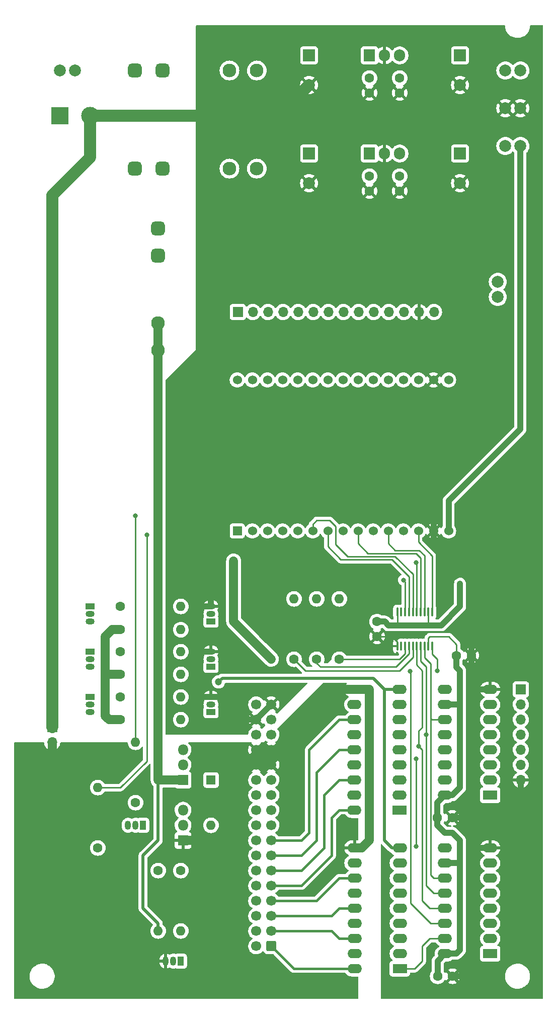
<source format=gtl>
G04 #@! TF.GenerationSoftware,KiCad,Pcbnew,6.0.11-2627ca5db0~126~ubuntu20.04.1*
G04 #@! TF.CreationDate,2023-10-14T11:39:08+02:00*
G04 #@! TF.ProjectId,driverboardAnnax37623,64726976-6572-4626-9f61-7264416e6e61,rev?*
G04 #@! TF.SameCoordinates,Original*
G04 #@! TF.FileFunction,Copper,L1,Top*
G04 #@! TF.FilePolarity,Positive*
%FSLAX46Y46*%
G04 Gerber Fmt 4.6, Leading zero omitted, Abs format (unit mm)*
G04 Created by KiCad (PCBNEW 6.0.11-2627ca5db0~126~ubuntu20.04.1) date 2023-10-14 11:39:08*
%MOMM*%
%LPD*%
G01*
G04 APERTURE LIST*
G04 Aperture macros list*
%AMRoundRect*
0 Rectangle with rounded corners*
0 $1 Rounding radius*
0 $2 $3 $4 $5 $6 $7 $8 $9 X,Y pos of 4 corners*
0 Add a 4 corners polygon primitive as box body*
4,1,4,$2,$3,$4,$5,$6,$7,$8,$9,$2,$3,0*
0 Add four circle primitives for the rounded corners*
1,1,$1+$1,$2,$3*
1,1,$1+$1,$4,$5*
1,1,$1+$1,$6,$7*
1,1,$1+$1,$8,$9*
0 Add four rect primitives between the rounded corners*
20,1,$1+$1,$2,$3,$4,$5,0*
20,1,$1+$1,$4,$5,$6,$7,0*
20,1,$1+$1,$6,$7,$8,$9,0*
20,1,$1+$1,$8,$9,$2,$3,0*%
G04 Aperture macros list end*
G04 #@! TA.AperFunction,ComponentPad*
%ADD10R,2.400000X1.600000*%
G04 #@! TD*
G04 #@! TA.AperFunction,ComponentPad*
%ADD11O,2.400000X1.600000*%
G04 #@! TD*
G04 #@! TA.AperFunction,ComponentPad*
%ADD12R,2.000000X2.000000*%
G04 #@! TD*
G04 #@! TA.AperFunction,ComponentPad*
%ADD13C,2.000000*%
G04 #@! TD*
G04 #@! TA.AperFunction,ComponentPad*
%ADD14R,1.050000X1.500000*%
G04 #@! TD*
G04 #@! TA.AperFunction,ComponentPad*
%ADD15O,1.050000X1.500000*%
G04 #@! TD*
G04 #@! TA.AperFunction,ComponentPad*
%ADD16RoundRect,0.575000X-0.575000X-0.575000X0.575000X-0.575000X0.575000X0.575000X-0.575000X0.575000X0*%
G04 #@! TD*
G04 #@! TA.AperFunction,ComponentPad*
%ADD17C,2.300000*%
G04 #@! TD*
G04 #@! TA.AperFunction,ComponentPad*
%ADD18C,1.600000*%
G04 #@! TD*
G04 #@! TA.AperFunction,ComponentPad*
%ADD19O,1.600000X1.600000*%
G04 #@! TD*
G04 #@! TA.AperFunction,ComponentPad*
%ADD20R,1.500000X1.050000*%
G04 #@! TD*
G04 #@! TA.AperFunction,ComponentPad*
%ADD21O,1.500000X1.050000*%
G04 #@! TD*
G04 #@! TA.AperFunction,ComponentPad*
%ADD22R,1.800000X1.800000*%
G04 #@! TD*
G04 #@! TA.AperFunction,ComponentPad*
%ADD23O,1.800000X1.800000*%
G04 #@! TD*
G04 #@! TA.AperFunction,ComponentPad*
%ADD24RoundRect,0.575000X-0.575000X0.575000X-0.575000X-0.575000X0.575000X-0.575000X0.575000X0.575000X0*%
G04 #@! TD*
G04 #@! TA.AperFunction,SMDPad,CuDef*
%ADD25RoundRect,0.100000X-0.100000X0.637500X-0.100000X-0.637500X0.100000X-0.637500X0.100000X0.637500X0*%
G04 #@! TD*
G04 #@! TA.AperFunction,ComponentPad*
%ADD26R,1.905000X2.000000*%
G04 #@! TD*
G04 #@! TA.AperFunction,ComponentPad*
%ADD27O,1.905000X2.000000*%
G04 #@! TD*
G04 #@! TA.AperFunction,ComponentPad*
%ADD28R,1.600000X1.600000*%
G04 #@! TD*
G04 #@! TA.AperFunction,ComponentPad*
%ADD29RoundRect,0.250000X0.600000X0.600000X-0.600000X0.600000X-0.600000X-0.600000X0.600000X-0.600000X0*%
G04 #@! TD*
G04 #@! TA.AperFunction,ComponentPad*
%ADD30C,1.700000*%
G04 #@! TD*
G04 #@! TA.AperFunction,ComponentPad*
%ADD31R,3.000000X3.000000*%
G04 #@! TD*
G04 #@! TA.AperFunction,ComponentPad*
%ADD32C,3.000000*%
G04 #@! TD*
G04 #@! TA.AperFunction,ComponentPad*
%ADD33R,1.700000X1.700000*%
G04 #@! TD*
G04 #@! TA.AperFunction,ComponentPad*
%ADD34O,1.700000X1.700000*%
G04 #@! TD*
G04 #@! TA.AperFunction,ComponentPad*
%ADD35R,1.524000X1.524000*%
G04 #@! TD*
G04 #@! TA.AperFunction,ComponentPad*
%ADD36C,1.524000*%
G04 #@! TD*
G04 #@! TA.AperFunction,ViaPad*
%ADD37C,0.800000*%
G04 #@! TD*
G04 #@! TA.AperFunction,ViaPad*
%ADD38C,1.200000*%
G04 #@! TD*
G04 #@! TA.AperFunction,Conductor*
%ADD39C,2.000000*%
G04 #@! TD*
G04 #@! TA.AperFunction,Conductor*
%ADD40C,1.000000*%
G04 #@! TD*
G04 #@! TA.AperFunction,Conductor*
%ADD41C,0.250000*%
G04 #@! TD*
G04 #@! TA.AperFunction,Conductor*
%ADD42C,1.500000*%
G04 #@! TD*
G04 #@! TA.AperFunction,Conductor*
%ADD43C,0.500000*%
G04 #@! TD*
G04 #@! TA.AperFunction,Conductor*
%ADD44C,0.400000*%
G04 #@! TD*
G04 APERTURE END LIST*
D10*
X90185000Y-189230000D03*
D11*
X90185000Y-186690000D03*
X90185000Y-184150000D03*
X90185000Y-181610000D03*
X90185000Y-179070000D03*
X90185000Y-176530000D03*
X90185000Y-173990000D03*
X90185000Y-171450000D03*
X90185000Y-168910000D03*
X82565000Y-168910000D03*
X82565000Y-171450000D03*
X82565000Y-173990000D03*
X82565000Y-176530000D03*
X82565000Y-179070000D03*
X82565000Y-181610000D03*
X82565000Y-184150000D03*
X82565000Y-186690000D03*
X82565000Y-189230000D03*
D12*
X74930000Y-52070000D03*
D13*
X74930000Y-57070000D03*
D14*
X46990000Y-165100000D03*
D15*
X45720000Y-165100000D03*
X44450000Y-165100000D03*
D16*
X50230000Y-54610000D03*
X45630000Y-54610000D03*
D17*
X66130000Y-54610000D03*
X61530000Y-54610000D03*
D18*
X96520000Y-163830000D03*
X99020000Y-163830000D03*
D10*
X90170000Y-162560000D03*
D11*
X90170000Y-160020000D03*
X90170000Y-157480000D03*
X90170000Y-154940000D03*
X90170000Y-152400000D03*
X90170000Y-149860000D03*
X90170000Y-147320000D03*
X90170000Y-144780000D03*
X90170000Y-142240000D03*
X82550000Y-142240000D03*
X82550000Y-144780000D03*
X82550000Y-147320000D03*
X82550000Y-149860000D03*
X82550000Y-152400000D03*
X82550000Y-154940000D03*
X82550000Y-157480000D03*
X82550000Y-160020000D03*
X82550000Y-162560000D03*
D18*
X86360000Y-130830000D03*
X86360000Y-133330000D03*
X76200000Y-137160000D03*
D19*
X76200000Y-127000000D03*
D20*
X58420000Y-130810000D03*
D21*
X58420000Y-129540000D03*
X58420000Y-128270000D03*
D18*
X39370000Y-168910000D03*
D19*
X39370000Y-158750000D03*
D12*
X74930000Y-35560000D03*
D13*
X74930000Y-40560000D03*
D20*
X38100000Y-143510000D03*
D21*
X38100000Y-144780000D03*
X38100000Y-146050000D03*
D18*
X43180000Y-128270000D03*
D19*
X53340000Y-128270000D03*
D18*
X53340000Y-172720000D03*
D19*
X53340000Y-182880000D03*
D18*
X43180000Y-139700000D03*
D19*
X53340000Y-139700000D03*
D18*
X72390000Y-137160000D03*
D19*
X72390000Y-127000000D03*
D22*
X53715000Y-167640000D03*
D23*
X53715000Y-165100000D03*
X53715000Y-162560000D03*
D18*
X45720000Y-161290000D03*
D19*
X45720000Y-151130000D03*
D20*
X38100000Y-128270000D03*
D21*
X38100000Y-129540000D03*
X38100000Y-130810000D03*
D13*
X107950000Y-50800000D03*
X110490000Y-50800000D03*
D18*
X80010000Y-137160000D03*
D19*
X80010000Y-127000000D03*
D24*
X49530000Y-64680000D03*
X49530000Y-69280000D03*
D17*
X49530000Y-85180000D03*
X49530000Y-80580000D03*
D25*
X95635000Y-129217500D03*
X94985000Y-129217500D03*
X94335000Y-129217500D03*
X93685000Y-129217500D03*
X93035000Y-129217500D03*
X92385000Y-129217500D03*
X91735000Y-129217500D03*
X91085000Y-129217500D03*
X90435000Y-129217500D03*
X89785000Y-129217500D03*
X89785000Y-134942500D03*
X90435000Y-134942500D03*
X91085000Y-134942500D03*
X91735000Y-134942500D03*
X92385000Y-134942500D03*
X93035000Y-134942500D03*
X93685000Y-134942500D03*
X94335000Y-134942500D03*
X94985000Y-134942500D03*
X95635000Y-134942500D03*
D20*
X58420000Y-138430000D03*
D21*
X58420000Y-137160000D03*
X58420000Y-135890000D03*
D18*
X43180000Y-143510000D03*
D19*
X53340000Y-143510000D03*
D13*
X107950000Y-38100000D03*
X110490000Y-38100000D03*
D26*
X85090000Y-35560000D03*
D27*
X87630000Y-35560000D03*
X90170000Y-35560000D03*
D20*
X38100000Y-135890000D03*
D21*
X38100000Y-137160000D03*
X38100000Y-138430000D03*
D18*
X43180000Y-135890000D03*
D19*
X53340000Y-135890000D03*
D10*
X105400000Y-186700000D03*
D11*
X105400000Y-184160000D03*
X105400000Y-181620000D03*
X105400000Y-179080000D03*
X105400000Y-176540000D03*
X105400000Y-174000000D03*
X105400000Y-171460000D03*
X105400000Y-168920000D03*
X97780000Y-168920000D03*
X97780000Y-171460000D03*
X97780000Y-174000000D03*
X97780000Y-176540000D03*
X97780000Y-179080000D03*
X97780000Y-181620000D03*
X97780000Y-184160000D03*
X97780000Y-186700000D03*
D22*
X53715000Y-157480000D03*
D23*
X53715000Y-154940000D03*
X53715000Y-152400000D03*
D28*
X58420000Y-157480000D03*
D19*
X58420000Y-165100000D03*
D18*
X43180000Y-147320000D03*
D19*
X53340000Y-147320000D03*
D29*
X68580000Y-185420000D03*
D30*
X66040000Y-185420000D03*
X68580000Y-182880000D03*
X66040000Y-182880000D03*
X68580000Y-180340000D03*
X66040000Y-180340000D03*
X68580000Y-177800000D03*
X66040000Y-177800000D03*
X68580000Y-175260000D03*
X66040000Y-175260000D03*
X68580000Y-172720000D03*
X66040000Y-172720000D03*
X68580000Y-170180000D03*
X66040000Y-170180000D03*
X68580000Y-167640000D03*
X66040000Y-167640000D03*
X68580000Y-165100000D03*
X66040000Y-165100000D03*
X68580000Y-162560000D03*
X66040000Y-162560000D03*
X68580000Y-160020000D03*
X66040000Y-160020000D03*
X68580000Y-157480000D03*
X66040000Y-157480000D03*
X68580000Y-154940000D03*
X66040000Y-154940000D03*
X68580000Y-152400000D03*
X66040000Y-152400000D03*
X68580000Y-149860000D03*
X66040000Y-149860000D03*
X68580000Y-147320000D03*
X66040000Y-147320000D03*
X68580000Y-144780000D03*
X66040000Y-144780000D03*
D26*
X85090000Y-52070000D03*
D27*
X87630000Y-52070000D03*
X90170000Y-52070000D03*
D16*
X50230000Y-38100000D03*
X45630000Y-38100000D03*
D17*
X61530000Y-38100000D03*
X66130000Y-38100000D03*
D31*
X33020000Y-45720000D03*
D32*
X38100000Y-45720000D03*
D12*
X100330000Y-35560000D03*
D13*
X100330000Y-40560000D03*
D33*
X110560000Y-142235000D03*
D34*
X110560000Y-144775000D03*
X110560000Y-147315000D03*
X110560000Y-149855000D03*
X110560000Y-152395000D03*
X110560000Y-154935000D03*
X110560000Y-157475000D03*
D12*
X100330000Y-52070000D03*
D13*
X100330000Y-57070000D03*
D18*
X85090000Y-55880000D03*
X85090000Y-58380000D03*
X49530000Y-172720000D03*
D19*
X49530000Y-182880000D03*
D33*
X62925000Y-78740000D03*
D34*
X65465000Y-78740000D03*
X68005000Y-78740000D03*
X70545000Y-78740000D03*
X73085000Y-78740000D03*
X75625000Y-78740000D03*
X78165000Y-78740000D03*
X80705000Y-78740000D03*
X83245000Y-78740000D03*
X85785000Y-78740000D03*
X88325000Y-78740000D03*
X90865000Y-78740000D03*
X93405000Y-78740000D03*
X95945000Y-78740000D03*
D18*
X43180000Y-132180000D03*
D19*
X53340000Y-132180000D03*
D35*
X62840000Y-115570000D03*
D36*
X65380000Y-115570000D03*
X67920000Y-115570000D03*
X70460000Y-115570000D03*
X73000000Y-115570000D03*
X75540000Y-115570000D03*
X78080000Y-115570000D03*
X80620000Y-115570000D03*
X83160000Y-115570000D03*
X85700000Y-115570000D03*
X88240000Y-115570000D03*
X90780000Y-115570000D03*
X93320000Y-115570000D03*
X95860000Y-115570000D03*
X98400000Y-115570000D03*
X98400000Y-90170000D03*
X95860000Y-90170000D03*
X93320000Y-90170000D03*
X90780000Y-90170000D03*
X88240000Y-90170000D03*
X85700000Y-90170000D03*
X83160000Y-90170000D03*
X80620000Y-90170000D03*
X78080000Y-90170000D03*
X75540000Y-90170000D03*
X73000000Y-90170000D03*
X70460000Y-90170000D03*
X67920000Y-90170000D03*
X65380000Y-90170000D03*
X62840000Y-90170000D03*
D10*
X105400000Y-160030000D03*
D11*
X105400000Y-157490000D03*
X105400000Y-154950000D03*
X105400000Y-152410000D03*
X105400000Y-149870000D03*
X105400000Y-147330000D03*
X105400000Y-144790000D03*
X105400000Y-142250000D03*
X97780000Y-142250000D03*
X97780000Y-144790000D03*
X97780000Y-147330000D03*
X97780000Y-149870000D03*
X97780000Y-152410000D03*
X97780000Y-154950000D03*
X97780000Y-157490000D03*
X97780000Y-160030000D03*
D13*
X33020000Y-38100000D03*
X35560000Y-38100000D03*
D18*
X96560000Y-190500000D03*
X99060000Y-190500000D03*
D13*
X107950000Y-44450000D03*
X110490000Y-44450000D03*
X106680000Y-73660000D03*
X106680000Y-76200000D03*
D18*
X99735000Y-136525000D03*
X102235000Y-136525000D03*
D14*
X53340000Y-187960000D03*
D15*
X52070000Y-187960000D03*
X50800000Y-187960000D03*
D20*
X58420000Y-146050000D03*
D21*
X58420000Y-144780000D03*
X58420000Y-143510000D03*
D33*
X31690000Y-148590000D03*
D34*
X31690000Y-151130000D03*
D18*
X90170000Y-39370000D03*
X90170000Y-41870000D03*
X90170000Y-55880000D03*
X90170000Y-58380000D03*
X85090000Y-39370000D03*
X85090000Y-41870000D03*
D37*
X105410000Y-65405000D03*
X95250000Y-65405000D03*
X80645000Y-65405000D03*
X62865000Y-65405000D03*
X95250000Y-45720000D03*
X78105000Y-45720000D03*
X64135000Y-45720000D03*
X50800000Y-45720000D03*
X44450000Y-45720000D03*
X57785000Y-45720000D03*
X53340000Y-114935000D03*
X104775000Y-97155000D03*
X54610000Y-92075000D03*
X71120000Y-120650000D03*
X108585000Y-105410000D03*
X58420000Y-120650000D03*
X71120000Y-118110000D03*
X85725000Y-122555000D03*
X66675000Y-130810000D03*
X100330000Y-124460000D03*
D38*
X59690000Y-140970000D03*
X49530000Y-118745000D03*
X68580000Y-137160000D03*
X62230000Y-120650000D03*
D37*
X96520000Y-139065000D03*
X91948000Y-139192000D03*
X94615000Y-149860000D03*
X93345000Y-151765000D03*
X45085000Y-168275000D03*
X34925000Y-179070000D03*
X57150000Y-191770000D03*
X58420000Y-161290000D03*
X47625000Y-116205000D03*
X45720000Y-113030000D03*
X92960500Y-120904000D03*
X90805000Y-123825000D03*
X92964000Y-153924000D03*
X92964000Y-168656000D03*
D39*
X64135000Y-45720000D02*
X69770000Y-45720000D01*
X50800000Y-45720000D02*
X57785000Y-45720000D01*
X44450000Y-45720000D02*
X50800000Y-45720000D01*
X57785000Y-45720000D02*
X64135000Y-45720000D01*
X38100000Y-45720000D02*
X44450000Y-45720000D01*
X69770000Y-45720000D02*
X74930000Y-40560000D01*
D40*
X105410000Y-123190000D02*
X106680000Y-124460000D01*
D41*
X89785000Y-134942500D02*
X89785000Y-134253959D01*
D40*
X100330000Y-190500000D02*
X99060000Y-190500000D01*
X102235000Y-141986000D02*
X102362000Y-142113000D01*
D39*
X38100000Y-52705000D02*
X38100000Y-45720000D01*
D41*
X88880000Y-133330000D02*
X86360000Y-133330000D01*
D40*
X56515000Y-143510000D02*
X55880000Y-142875000D01*
X105400000Y-168920000D02*
X102372000Y-168920000D01*
X55880000Y-135890000D02*
X55880000Y-128905000D01*
D39*
X31750000Y-148590000D02*
X31750000Y-59055000D01*
D40*
X110560000Y-163125000D02*
X109855000Y-163830000D01*
X102362000Y-168910000D02*
X102362000Y-188468000D01*
D41*
X88900000Y-133368959D02*
X88900000Y-133350000D01*
D40*
X93980000Y-110490000D02*
X95860000Y-112370000D01*
X95860000Y-117450000D02*
X95860000Y-115570000D01*
X95860000Y-112370000D02*
X95860000Y-115570000D01*
X58420000Y-120650000D02*
X58420000Y-128270000D01*
X59690000Y-110490000D02*
X93980000Y-110490000D01*
X110560000Y-157475000D02*
X110560000Y-163125000D01*
X55880000Y-128905000D02*
X56515000Y-128270000D01*
X68580000Y-144780000D02*
X66040000Y-147320000D01*
X106680000Y-124460000D02*
X106680000Y-128270000D01*
X58420000Y-143510000D02*
X56515000Y-143510000D01*
X102362000Y-163830000D02*
X102362000Y-142113000D01*
X102362000Y-168910000D02*
X102362000Y-163830000D01*
X95860000Y-117450000D02*
X101600000Y-123190000D01*
X60960000Y-143510000D02*
X58420000Y-143510000D01*
D39*
X31750000Y-59055000D02*
X38100000Y-52705000D01*
D41*
X88900000Y-133350000D02*
X88880000Y-133330000D01*
D40*
X106680000Y-128270000D02*
X102235000Y-132715000D01*
D41*
X89785000Y-134253959D02*
X88900000Y-133368959D01*
D40*
X109855000Y-163830000D02*
X102362000Y-163830000D01*
X58420000Y-135890000D02*
X55880000Y-135890000D01*
X102235000Y-136525000D02*
X102235000Y-141986000D01*
X56515000Y-128270000D02*
X58420000Y-128270000D01*
X64770000Y-147320000D02*
X60960000Y-143510000D01*
X58420000Y-111760000D02*
X58420000Y-120650000D01*
X105400000Y-142250000D02*
X102499000Y-142250000D01*
X102362000Y-188468000D02*
X100330000Y-190500000D01*
X101600000Y-123190000D02*
X105410000Y-123190000D01*
X58420000Y-111760000D02*
X59690000Y-110490000D01*
X99020000Y-163830000D02*
X101600000Y-163830000D01*
X66040000Y-147320000D02*
X64770000Y-147320000D01*
X102235000Y-132715000D02*
X102235000Y-136525000D01*
X102372000Y-168920000D02*
X102362000Y-168910000D01*
X102362000Y-163830000D02*
X101600000Y-163830000D01*
X55880000Y-142875000D02*
X55880000Y-135890000D01*
D41*
X99735000Y-134660000D02*
X99735000Y-136525000D01*
D40*
X97780000Y-186700000D02*
X99685000Y-186700000D01*
X99685000Y-186700000D02*
X100330000Y-186055000D01*
X100320000Y-144790000D02*
X100330000Y-144780000D01*
X98400000Y-115570000D02*
X98400000Y-110515000D01*
X100330000Y-144780000D02*
X100330000Y-139065000D01*
X99735000Y-138470000D02*
X99735000Y-136525000D01*
X97790000Y-166370000D02*
X99060000Y-166370000D01*
X100330000Y-171450000D02*
X100330000Y-170180000D01*
X96560000Y-190500000D02*
X96560000Y-187920000D01*
X99050000Y-160030000D02*
X97780000Y-160030000D01*
X98400000Y-110515000D02*
X110490000Y-98425000D01*
X100330000Y-139065000D02*
X99735000Y-138470000D01*
D41*
X95250000Y-133350000D02*
X98425000Y-133350000D01*
X94985000Y-134942500D02*
X94985000Y-133615000D01*
D40*
X96520000Y-161290000D02*
X96520000Y-163830000D01*
X100330000Y-144780000D02*
X100330000Y-158750000D01*
X97780000Y-144790000D02*
X100320000Y-144790000D01*
X97780000Y-160030000D02*
X96520000Y-161290000D01*
D41*
X98425000Y-133350000D02*
X99735000Y-134660000D01*
D40*
X100330000Y-158750000D02*
X99050000Y-160030000D01*
D41*
X94985000Y-133615000D02*
X95250000Y-133350000D01*
D40*
X110490000Y-98425000D02*
X110490000Y-50800000D01*
X100330000Y-186055000D02*
X100330000Y-171450000D01*
X96520000Y-165100000D02*
X97790000Y-166370000D01*
X100330000Y-170180000D02*
X100330000Y-167640000D01*
X97780000Y-171460000D02*
X99050000Y-171460000D01*
X99050000Y-171460000D02*
X99060000Y-171450000D01*
X100330000Y-167640000D02*
X99060000Y-166370000D01*
X96520000Y-163830000D02*
X96520000Y-165100000D01*
X99060000Y-171450000D02*
X100330000Y-171450000D01*
X96560000Y-187920000D02*
X97780000Y-186700000D01*
X100330000Y-124460000D02*
X100330000Y-128270000D01*
X86360000Y-130830000D02*
X87650000Y-130830000D01*
X88265000Y-131445000D02*
X89789000Y-131445000D01*
X89789000Y-131445000D02*
X94996000Y-131445000D01*
D41*
X89785000Y-131441000D02*
X89789000Y-131445000D01*
D40*
X87650000Y-130830000D02*
X88265000Y-131445000D01*
X94996000Y-131445000D02*
X97155000Y-131445000D01*
D41*
X89785000Y-129217500D02*
X89785000Y-131441000D01*
X94985000Y-130440000D02*
X94996000Y-130451000D01*
D40*
X100330000Y-128270000D02*
X97155000Y-131445000D01*
D41*
X94996000Y-130451000D02*
X94996000Y-131445000D01*
X94985000Y-129217500D02*
X94985000Y-130440000D01*
D42*
X43180000Y-147320000D02*
X41275000Y-147320000D01*
X43180000Y-132180000D02*
X41810000Y-132180000D01*
D43*
X87630000Y-142240000D02*
X85725000Y-140335000D01*
D42*
X41275000Y-147320000D02*
X40640000Y-146685000D01*
X40640000Y-146685000D02*
X40640000Y-139700000D01*
X40640000Y-139700000D02*
X40640000Y-133350000D01*
X41810000Y-132180000D02*
X40640000Y-133350000D01*
D43*
X60325000Y-140335000D02*
X59690000Y-140970000D01*
X87630000Y-167640000D02*
X87630000Y-142240000D01*
X85725000Y-140335000D02*
X60325000Y-140335000D01*
X90170000Y-142240000D02*
X87630000Y-142240000D01*
X90185000Y-168910000D02*
X88900000Y-168910000D01*
D42*
X40640000Y-139700000D02*
X43180000Y-139700000D01*
D43*
X88900000Y-168910000D02*
X87630000Y-167640000D01*
D42*
X62230000Y-130810000D02*
X62230000Y-120650000D01*
X49530000Y-85180000D02*
X49530000Y-80580000D01*
D43*
X49530000Y-181610000D02*
X46990000Y-179070000D01*
D42*
X53715000Y-157480000D02*
X49530000Y-157480000D01*
X49530000Y-157480000D02*
X49530000Y-85090000D01*
X68580000Y-137160000D02*
X62230000Y-130810000D01*
D43*
X49530000Y-167640000D02*
X49530000Y-157480000D01*
X46990000Y-170180000D02*
X49530000Y-167640000D01*
X46990000Y-179070000D02*
X46990000Y-170180000D01*
X49530000Y-182880000D02*
X49530000Y-181610000D01*
D41*
X96520000Y-139065000D02*
X96520000Y-137160000D01*
X92010000Y-178246000D02*
X92010000Y-139254000D01*
X95635000Y-136275000D02*
X95635000Y-134942500D01*
X92010000Y-178246000D02*
X95384000Y-181620000D01*
X92010000Y-139254000D02*
X91948000Y-139192000D01*
X96520000Y-137160000D02*
X95635000Y-136275000D01*
X95384000Y-181620000D02*
X97780000Y-181620000D01*
X95395000Y-147175000D02*
X95395000Y-137940000D01*
X95895000Y-174000000D02*
X95395000Y-173500000D01*
X96520000Y-147320000D02*
X95540000Y-147320000D01*
X95540000Y-147320000D02*
X95395000Y-147175000D01*
X95395000Y-173500000D02*
X95395000Y-147175000D01*
X97780000Y-147330000D02*
X96530000Y-147330000D01*
X97780000Y-174000000D02*
X95895000Y-174000000D01*
X95395000Y-137940000D02*
X94335000Y-136880000D01*
X96530000Y-147330000D02*
X96520000Y-147320000D01*
X94335000Y-136880000D02*
X94335000Y-134942500D01*
X94615000Y-175260000D02*
X94615000Y-149860000D01*
X94615000Y-149860000D02*
X94615000Y-138430000D01*
X94615000Y-138430000D02*
X93685000Y-137500000D01*
X93685000Y-137500000D02*
X93685000Y-134942500D01*
X95895000Y-176540000D02*
X94615000Y-175260000D01*
X97780000Y-176540000D02*
X95895000Y-176540000D01*
X93035000Y-138120000D02*
X93980000Y-139065000D01*
X97780000Y-179080000D02*
X95260000Y-179080000D01*
X93345000Y-151765000D02*
X93980000Y-152400000D01*
X93035000Y-134942500D02*
X93035000Y-138120000D01*
X93980000Y-177800000D02*
X93980000Y-152400000D01*
X93980000Y-148590000D02*
X93345000Y-149225000D01*
X93980000Y-139065000D02*
X93980000Y-148590000D01*
X95260000Y-179080000D02*
X93980000Y-177800000D01*
X93345000Y-149225000D02*
X93345000Y-151765000D01*
D44*
X72390000Y-189230000D02*
X82565000Y-189230000D01*
X68580000Y-185420000D02*
X72390000Y-189230000D01*
X80010000Y-184150000D02*
X82565000Y-184150000D01*
X68580000Y-182880000D02*
X78740000Y-182880000D01*
X78740000Y-182880000D02*
X80010000Y-184150000D01*
X78740000Y-180340000D02*
X80010000Y-179070000D01*
X80010000Y-179070000D02*
X82565000Y-179070000D01*
X68580000Y-180340000D02*
X78740000Y-180340000D01*
X68580000Y-177800000D02*
X76200000Y-177800000D01*
X76200000Y-177800000D02*
X80010000Y-173990000D01*
X80010000Y-173990000D02*
X82565000Y-173990000D01*
X78740000Y-170180000D02*
X78740000Y-163830000D01*
X78740000Y-163830000D02*
X80010000Y-162560000D01*
X68580000Y-175260000D02*
X73660000Y-175260000D01*
X80010000Y-162560000D02*
X82550000Y-162560000D01*
X73660000Y-175260000D02*
X78740000Y-170180000D01*
X77470000Y-160020000D02*
X80010000Y-157480000D01*
X80010000Y-157480000D02*
X82550000Y-157480000D01*
X68580000Y-172720000D02*
X73660000Y-172720000D01*
X73660000Y-172720000D02*
X77470000Y-168910000D01*
X77470000Y-168910000D02*
X77470000Y-160020000D01*
X76200000Y-156210000D02*
X80010000Y-152400000D01*
X73660000Y-170180000D02*
X76200000Y-167640000D01*
X68580000Y-170180000D02*
X73660000Y-170180000D01*
X80010000Y-152400000D02*
X82550000Y-152400000D01*
X76200000Y-167640000D02*
X76200000Y-156210000D01*
X73660000Y-167640000D02*
X74930000Y-166370000D01*
X74930000Y-152400000D02*
X80010000Y-147320000D01*
X80010000Y-147320000D02*
X82550000Y-147320000D01*
X74930000Y-166370000D02*
X74930000Y-152400000D01*
X68580000Y-167640000D02*
X73660000Y-167640000D01*
D42*
X62230000Y-154940000D02*
X62230000Y-167640000D01*
X82565000Y-168910000D02*
X83820000Y-168910000D01*
X80010000Y-142240000D02*
X82550000Y-142240000D01*
X43815000Y-187960000D02*
X46990000Y-187960000D01*
X68580000Y-152400000D02*
X68580000Y-154940000D01*
X68580000Y-152400000D02*
X71755000Y-152400000D01*
D41*
X50800000Y-187960000D02*
X50800000Y-191770000D01*
D42*
X85090000Y-167640000D02*
X85090000Y-142240000D01*
X66040000Y-152400000D02*
X68580000Y-152400000D01*
X57150000Y-191770000D02*
X50800000Y-191770000D01*
X46990000Y-187960000D02*
X50800000Y-191770000D01*
X62230000Y-187960000D02*
X58420000Y-191770000D01*
X71755000Y-152400000D02*
X78105000Y-146050000D01*
X78105000Y-144145000D02*
X80010000Y-142240000D01*
X34925000Y-179070000D02*
X43815000Y-187960000D01*
X62230000Y-167640000D02*
X53715000Y-167640000D01*
X34925000Y-157480000D02*
X34925000Y-179070000D01*
X83820000Y-168910000D02*
X85090000Y-167640000D01*
X31750000Y-154305000D02*
X34925000Y-157480000D01*
X78105000Y-146050000D02*
X78105000Y-144145000D01*
X66040000Y-154940000D02*
X62230000Y-154940000D01*
X68580000Y-154940000D02*
X66040000Y-154940000D01*
X66040000Y-154940000D02*
X66040000Y-152400000D01*
X31750000Y-151130000D02*
X31750000Y-154305000D01*
X62230000Y-167640000D02*
X62230000Y-187960000D01*
X85090000Y-142240000D02*
X82550000Y-142240000D01*
X58420000Y-191770000D02*
X57150000Y-191770000D01*
D41*
X43180000Y-158750000D02*
X39370000Y-158750000D01*
X47625000Y-116205000D02*
X47625000Y-154305000D01*
X47625000Y-154305000D02*
X43180000Y-158750000D01*
X45720000Y-151130000D02*
X45720000Y-113030000D01*
X76200000Y-137795000D02*
X76200000Y-137160000D01*
X91735000Y-136231396D02*
X89536396Y-138430000D01*
X89536396Y-138430000D02*
X76835000Y-138430000D01*
X76835000Y-138430000D02*
X76200000Y-137795000D01*
X91735000Y-134942500D02*
X91735000Y-136231396D01*
X92385000Y-136850000D02*
X92385000Y-134942500D01*
X74295000Y-139065000D02*
X90170000Y-139065000D01*
X90170000Y-139065000D02*
X92385000Y-136850000D01*
X72390000Y-137160000D02*
X74295000Y-139065000D01*
X90170000Y-137160000D02*
X91085000Y-136245000D01*
X91085000Y-136245000D02*
X91085000Y-134942500D01*
X80010000Y-137160000D02*
X90170000Y-137160000D01*
X92385000Y-122865000D02*
X89408000Y-119888000D01*
X79375000Y-114808000D02*
X78359000Y-113792000D01*
X76200000Y-113792000D02*
X75540000Y-114452000D01*
X89408000Y-119888000D02*
X81407000Y-119888000D01*
X92385000Y-129217500D02*
X92385000Y-122865000D01*
X81407000Y-119888000D02*
X79375000Y-117856000D01*
X79375000Y-117856000D02*
X79375000Y-114808000D01*
X75540000Y-114452000D02*
X75540000Y-115570000D01*
X78359000Y-113792000D02*
X76200000Y-113792000D01*
X91735000Y-129217500D02*
X91735000Y-123231000D01*
X78080000Y-118212000D02*
X80264000Y-120396000D01*
X80264000Y-120396000D02*
X88900000Y-120396000D01*
X91735000Y-123231000D02*
X88900000Y-120396000D01*
X78080000Y-115570000D02*
X78080000Y-118212000D01*
X84836000Y-119380000D02*
X83160000Y-117704000D01*
X93685000Y-129217500D02*
X93685000Y-120101000D01*
X93685000Y-120101000D02*
X92964000Y-119380000D01*
X83160000Y-117704000D02*
X83160000Y-115570000D01*
X92964000Y-119380000D02*
X84836000Y-119380000D01*
X93035000Y-129217500D02*
X93035000Y-120978500D01*
X93035000Y-120978500D02*
X92960500Y-120904000D01*
X93472000Y-118872000D02*
X94335000Y-119735000D01*
X89408000Y-118872000D02*
X93472000Y-118872000D01*
X88240000Y-117704000D02*
X89408000Y-118872000D01*
X94335000Y-119735000D02*
X94335000Y-129217500D01*
X88240000Y-115570000D02*
X88240000Y-117704000D01*
X93320000Y-117450000D02*
X95635000Y-119765000D01*
X95635000Y-119765000D02*
X95635000Y-129217500D01*
X93320000Y-115570000D02*
X93320000Y-117450000D01*
X91085000Y-129217500D02*
X91085000Y-124105000D01*
X91085000Y-124105000D02*
X90805000Y-123825000D01*
X92964000Y-168656000D02*
X92964000Y-153924000D01*
X95260000Y-184160000D02*
X97780000Y-184160000D01*
X90185000Y-189230000D02*
X92710000Y-189230000D01*
X92710000Y-189230000D02*
X93980000Y-187960000D01*
X95250000Y-184150000D02*
X95260000Y-184160000D01*
X93980000Y-187960000D02*
X93980000Y-185420000D01*
X93980000Y-185420000D02*
X95250000Y-184150000D01*
G04 #@! TA.AperFunction,Conductor*
G36*
X81210640Y-141113502D02*
G01*
X81257133Y-141167158D01*
X81267237Y-141237432D01*
X81237743Y-141302012D01*
X81231614Y-141308595D01*
X81148084Y-141392125D01*
X81141028Y-141400533D01*
X81016069Y-141578993D01*
X81010586Y-141588489D01*
X80918510Y-141785947D01*
X80914764Y-141796239D01*
X80868606Y-141968503D01*
X80868942Y-141982599D01*
X80876884Y-141986000D01*
X82678000Y-141986000D01*
X82746121Y-142006002D01*
X82792614Y-142059658D01*
X82804000Y-142112000D01*
X82804000Y-142368000D01*
X82783998Y-142436121D01*
X82730342Y-142482614D01*
X82678000Y-142494000D01*
X80882033Y-142494000D01*
X80868502Y-142497973D01*
X80867273Y-142506522D01*
X80914764Y-142683761D01*
X80918510Y-142694053D01*
X81010586Y-142891511D01*
X81016069Y-142901007D01*
X81141028Y-143079467D01*
X81148084Y-143087875D01*
X81302125Y-143241916D01*
X81310533Y-143248972D01*
X81488993Y-143373931D01*
X81498489Y-143379414D01*
X81533049Y-143395529D01*
X81586334Y-143442446D01*
X81605795Y-143510723D01*
X81585253Y-143578683D01*
X81533049Y-143623919D01*
X81498238Y-143640151D01*
X81498233Y-143640154D01*
X81493251Y-143642477D01*
X81388389Y-143715902D01*
X81310211Y-143770643D01*
X81310208Y-143770645D01*
X81305700Y-143773802D01*
X81143802Y-143935700D01*
X81012477Y-144123251D01*
X81010154Y-144128233D01*
X81010151Y-144128238D01*
X80925719Y-144309305D01*
X80915716Y-144330757D01*
X80914294Y-144336065D01*
X80914293Y-144336067D01*
X80857881Y-144546598D01*
X80856457Y-144551913D01*
X80836502Y-144780000D01*
X80856457Y-145008087D01*
X80857881Y-145013400D01*
X80857881Y-145013402D01*
X80899582Y-145169029D01*
X80915716Y-145229243D01*
X80918039Y-145234224D01*
X80918039Y-145234225D01*
X81010151Y-145431762D01*
X81010154Y-145431767D01*
X81012477Y-145436749D01*
X81143802Y-145624300D01*
X81305700Y-145786198D01*
X81310208Y-145789355D01*
X81310211Y-145789357D01*
X81355649Y-145821173D01*
X81493251Y-145917523D01*
X81498233Y-145919846D01*
X81498238Y-145919849D01*
X81532457Y-145935805D01*
X81585742Y-145982722D01*
X81605203Y-146050999D01*
X81584661Y-146118959D01*
X81532457Y-146164195D01*
X81498238Y-146180151D01*
X81498233Y-146180154D01*
X81493251Y-146182477D01*
X81404536Y-146244596D01*
X81310211Y-146310643D01*
X81310208Y-146310645D01*
X81305700Y-146313802D01*
X81143802Y-146475700D01*
X81140645Y-146480208D01*
X81140643Y-146480211D01*
X81086335Y-146557771D01*
X81030878Y-146602099D01*
X80983122Y-146611500D01*
X80038927Y-146611500D01*
X80030358Y-146611208D01*
X79980225Y-146607790D01*
X79980221Y-146607790D01*
X79972648Y-146607274D01*
X79909681Y-146618264D01*
X79903169Y-146619224D01*
X79839758Y-146626898D01*
X79832657Y-146629581D01*
X79830048Y-146630222D01*
X79813715Y-146634691D01*
X79811195Y-146635452D01*
X79803717Y-146636757D01*
X79796765Y-146639809D01*
X79796764Y-146639809D01*
X79745204Y-146662441D01*
X79739099Y-146664932D01*
X79686456Y-146684825D01*
X79686452Y-146684827D01*
X79679344Y-146687513D01*
X79673083Y-146691816D01*
X79670717Y-146693053D01*
X79655937Y-146701280D01*
X79653652Y-146702631D01*
X79646695Y-146705685D01*
X79640675Y-146710305D01*
X79640669Y-146710308D01*
X79609542Y-146734194D01*
X79595998Y-146744587D01*
X79590668Y-146748459D01*
X79544280Y-146780339D01*
X79544275Y-146780344D01*
X79538019Y-146784643D01*
X79532968Y-146790313D01*
X79532966Y-146790314D01*
X79496565Y-146831170D01*
X79491584Y-146836446D01*
X74449480Y-151878550D01*
X74443215Y-151884404D01*
X74399615Y-151922439D01*
X74388187Y-151938699D01*
X74362872Y-151974719D01*
X74358939Y-151980014D01*
X74319524Y-152030282D01*
X74316401Y-152037198D01*
X74315017Y-152039484D01*
X74306643Y-152054165D01*
X74305378Y-152056525D01*
X74301010Y-152062739D01*
X74298250Y-152069818D01*
X74298249Y-152069820D01*
X74277798Y-152122275D01*
X74275247Y-152128344D01*
X74248955Y-152186573D01*
X74247571Y-152194040D01*
X74246770Y-152196595D01*
X74242141Y-152212848D01*
X74241478Y-152215428D01*
X74238718Y-152222509D01*
X74237727Y-152230040D01*
X74237726Y-152230042D01*
X74230379Y-152285852D01*
X74229348Y-152292359D01*
X74217704Y-152355186D01*
X74218141Y-152362766D01*
X74218141Y-152362767D01*
X74221291Y-152417392D01*
X74221500Y-152424646D01*
X74221500Y-166024340D01*
X74201498Y-166092461D01*
X74184595Y-166113435D01*
X73403435Y-166894595D01*
X73341123Y-166928621D01*
X73314340Y-166931500D01*
X69808286Y-166931500D01*
X69740165Y-166911498D01*
X69702494Y-166873941D01*
X69685428Y-166847561D01*
X69660014Y-166808277D01*
X69509670Y-166643051D01*
X69505619Y-166639852D01*
X69505615Y-166639848D01*
X69338414Y-166507800D01*
X69338410Y-166507798D01*
X69334359Y-166504598D01*
X69293053Y-166481796D01*
X69243084Y-166431364D01*
X69228312Y-166361921D01*
X69253428Y-166295516D01*
X69280780Y-166268909D01*
X69346471Y-166222052D01*
X69459860Y-166141173D01*
X69472301Y-166128776D01*
X69614435Y-165987137D01*
X69618096Y-165983489D01*
X69634748Y-165960316D01*
X69745435Y-165806277D01*
X69748453Y-165802077D01*
X69768628Y-165761257D01*
X69845136Y-165606453D01*
X69845137Y-165606451D01*
X69847430Y-165601811D01*
X69912370Y-165388069D01*
X69941529Y-165166590D01*
X69943156Y-165100000D01*
X69924852Y-164877361D01*
X69870431Y-164660702D01*
X69781354Y-164455840D01*
X69741906Y-164394862D01*
X69662822Y-164272617D01*
X69662820Y-164272614D01*
X69660014Y-164268277D01*
X69509670Y-164103051D01*
X69505619Y-164099852D01*
X69505615Y-164099848D01*
X69338414Y-163967800D01*
X69338410Y-163967798D01*
X69334359Y-163964598D01*
X69293053Y-163941796D01*
X69243084Y-163891364D01*
X69228312Y-163821921D01*
X69253428Y-163755516D01*
X69280780Y-163728909D01*
X69329207Y-163694366D01*
X69459860Y-163601173D01*
X69491788Y-163569357D01*
X69614435Y-163447137D01*
X69618096Y-163443489D01*
X69649498Y-163399789D01*
X69745435Y-163266277D01*
X69748453Y-163262077D01*
X69769320Y-163219857D01*
X69845136Y-163066453D01*
X69845137Y-163066451D01*
X69847430Y-163061811D01*
X69912370Y-162848069D01*
X69941529Y-162626590D01*
X69943156Y-162560000D01*
X69924852Y-162337361D01*
X69870431Y-162120702D01*
X69781354Y-161915840D01*
X69704972Y-161797771D01*
X69662822Y-161732617D01*
X69662820Y-161732614D01*
X69660014Y-161728277D01*
X69509670Y-161563051D01*
X69505619Y-161559852D01*
X69505615Y-161559848D01*
X69338414Y-161427800D01*
X69338410Y-161427798D01*
X69334359Y-161424598D01*
X69293053Y-161401796D01*
X69243084Y-161351364D01*
X69228312Y-161281921D01*
X69253428Y-161215516D01*
X69280780Y-161188909D01*
X69335166Y-161150116D01*
X69459860Y-161061173D01*
X69491788Y-161029357D01*
X69614435Y-160907137D01*
X69618096Y-160903489D01*
X69649498Y-160859789D01*
X69745435Y-160726277D01*
X69748453Y-160722077D01*
X69768628Y-160681257D01*
X69845136Y-160526453D01*
X69845137Y-160526451D01*
X69847430Y-160521811D01*
X69879900Y-160414940D01*
X69910865Y-160313023D01*
X69910865Y-160313021D01*
X69912370Y-160308069D01*
X69941529Y-160086590D01*
X69942227Y-160058039D01*
X69943074Y-160023365D01*
X69943074Y-160023361D01*
X69943156Y-160020000D01*
X69924852Y-159797361D01*
X69870431Y-159580702D01*
X69781354Y-159375840D01*
X69685311Y-159227380D01*
X69662822Y-159192617D01*
X69662820Y-159192614D01*
X69660014Y-159188277D01*
X69509670Y-159023051D01*
X69505619Y-159019852D01*
X69505615Y-159019848D01*
X69338414Y-158887800D01*
X69338410Y-158887798D01*
X69334359Y-158884598D01*
X69293053Y-158861796D01*
X69243084Y-158811364D01*
X69228312Y-158741921D01*
X69253428Y-158675516D01*
X69280780Y-158648909D01*
X69329207Y-158614366D01*
X69459860Y-158521173D01*
X69491230Y-158489913D01*
X69591175Y-158390316D01*
X69618096Y-158363489D01*
X69638358Y-158335292D01*
X69745435Y-158186277D01*
X69748453Y-158182077D01*
X69758614Y-158161519D01*
X69845136Y-157986453D01*
X69845137Y-157986451D01*
X69847430Y-157981811D01*
X69912370Y-157768069D01*
X69941529Y-157546590D01*
X69942227Y-157518039D01*
X69943074Y-157483365D01*
X69943074Y-157483361D01*
X69943156Y-157480000D01*
X69924852Y-157257361D01*
X69870431Y-157040702D01*
X69781354Y-156835840D01*
X69660014Y-156648277D01*
X69509670Y-156483051D01*
X69505619Y-156479852D01*
X69505615Y-156479848D01*
X69338414Y-156347800D01*
X69338410Y-156347798D01*
X69334359Y-156344598D01*
X69292569Y-156321529D01*
X69242598Y-156271097D01*
X69227826Y-156201654D01*
X69252942Y-156135248D01*
X69280293Y-156108642D01*
X69329247Y-156073723D01*
X69337648Y-156063023D01*
X69330660Y-156049870D01*
X68592812Y-155312022D01*
X68578868Y-155304408D01*
X68577035Y-155304539D01*
X68570420Y-155308790D01*
X67826737Y-156052473D01*
X67819977Y-156064853D01*
X67825258Y-156071907D01*
X67871969Y-156099203D01*
X67920693Y-156150841D01*
X67933764Y-156220624D01*
X67907033Y-156286396D01*
X67866584Y-156319752D01*
X67853607Y-156326507D01*
X67849474Y-156329610D01*
X67849471Y-156329612D01*
X67700180Y-156441703D01*
X67674965Y-156460635D01*
X67520629Y-156622138D01*
X67413201Y-156779621D01*
X67358293Y-156824621D01*
X67287768Y-156832792D01*
X67224021Y-156801538D01*
X67203324Y-156777054D01*
X67122822Y-156652617D01*
X67122820Y-156652614D01*
X67120014Y-156648277D01*
X66969670Y-156483051D01*
X66965619Y-156479852D01*
X66965615Y-156479848D01*
X66798414Y-156347800D01*
X66798410Y-156347798D01*
X66794359Y-156344598D01*
X66752569Y-156321529D01*
X66702598Y-156271097D01*
X66687826Y-156201654D01*
X66712942Y-156135248D01*
X66740293Y-156108642D01*
X66789247Y-156073723D01*
X66797648Y-156063023D01*
X66790660Y-156049870D01*
X66052812Y-155312022D01*
X66038868Y-155304408D01*
X66037035Y-155304539D01*
X66030420Y-155308790D01*
X65286737Y-156052473D01*
X65279977Y-156064853D01*
X65285258Y-156071907D01*
X65331969Y-156099203D01*
X65380693Y-156150841D01*
X65393764Y-156220624D01*
X65367033Y-156286396D01*
X65326584Y-156319752D01*
X65313607Y-156326507D01*
X65309474Y-156329610D01*
X65309471Y-156329612D01*
X65160180Y-156441703D01*
X65134965Y-156460635D01*
X64980629Y-156622138D01*
X64977720Y-156626403D01*
X64977714Y-156626411D01*
X64968300Y-156640211D01*
X64854743Y-156806680D01*
X64830855Y-156858142D01*
X64788071Y-156950314D01*
X64760688Y-157009305D01*
X64700989Y-157224570D01*
X64677251Y-157446695D01*
X64677548Y-157451848D01*
X64677548Y-157451851D01*
X64686992Y-157615634D01*
X64690110Y-157669715D01*
X64691247Y-157674761D01*
X64691248Y-157674767D01*
X64711119Y-157762939D01*
X64739222Y-157887639D01*
X64777461Y-157981811D01*
X64817167Y-158079595D01*
X64823266Y-158094616D01*
X64861534Y-158157064D01*
X64937291Y-158280688D01*
X64939987Y-158285088D01*
X65086250Y-158453938D01*
X65258126Y-158596632D01*
X65309590Y-158626705D01*
X65331445Y-158639476D01*
X65380169Y-158691114D01*
X65393240Y-158760897D01*
X65366509Y-158826669D01*
X65326055Y-158860027D01*
X65313607Y-158866507D01*
X65309474Y-158869610D01*
X65309471Y-158869612D01*
X65164996Y-158978087D01*
X65134965Y-159000635D01*
X64980629Y-159162138D01*
X64977720Y-159166403D01*
X64977714Y-159166411D01*
X64970609Y-159176827D01*
X64854743Y-159346680D01*
X64760688Y-159549305D01*
X64700989Y-159764570D01*
X64677251Y-159986695D01*
X64677548Y-159991848D01*
X64677548Y-159991851D01*
X64683011Y-160086590D01*
X64690110Y-160209715D01*
X64691247Y-160214761D01*
X64691248Y-160214767D01*
X64715304Y-160321508D01*
X64739222Y-160427639D01*
X64823266Y-160634616D01*
X64874019Y-160717438D01*
X64937291Y-160820688D01*
X64939987Y-160825088D01*
X65086250Y-160993938D01*
X65258126Y-161136632D01*
X65325163Y-161175805D01*
X65331445Y-161179476D01*
X65380169Y-161231114D01*
X65393240Y-161300897D01*
X65366509Y-161366669D01*
X65326055Y-161400027D01*
X65313607Y-161406507D01*
X65309474Y-161409610D01*
X65309471Y-161409612D01*
X65164996Y-161518087D01*
X65134965Y-161540635D01*
X65131393Y-161544373D01*
X64984904Y-161697665D01*
X64980629Y-161702138D01*
X64977720Y-161706403D01*
X64977714Y-161706411D01*
X64968300Y-161720211D01*
X64854743Y-161886680D01*
X64809300Y-161984579D01*
X64788071Y-162030314D01*
X64760688Y-162089305D01*
X64700989Y-162304570D01*
X64677251Y-162526695D01*
X64677548Y-162531848D01*
X64677548Y-162531851D01*
X64682959Y-162625691D01*
X64690110Y-162749715D01*
X64691247Y-162754761D01*
X64691248Y-162754767D01*
X64711119Y-162842939D01*
X64739222Y-162967639D01*
X64823266Y-163174616D01*
X64874019Y-163257438D01*
X64937291Y-163360688D01*
X64939987Y-163365088D01*
X65086250Y-163533938D01*
X65258126Y-163676632D01*
X65322801Y-163714425D01*
X65331445Y-163719476D01*
X65380169Y-163771114D01*
X65393240Y-163840897D01*
X65366509Y-163906669D01*
X65326055Y-163940027D01*
X65313607Y-163946507D01*
X65309474Y-163949610D01*
X65309471Y-163949612D01*
X65158246Y-164063155D01*
X65134965Y-164080635D01*
X65131393Y-164084373D01*
X64984904Y-164237665D01*
X64980629Y-164242138D01*
X64977720Y-164246403D01*
X64977714Y-164246411D01*
X64968300Y-164260211D01*
X64854743Y-164426680D01*
X64760688Y-164629305D01*
X64700989Y-164844570D01*
X64677251Y-165066695D01*
X64677548Y-165071848D01*
X64677548Y-165071851D01*
X64682959Y-165165691D01*
X64690110Y-165289715D01*
X64691247Y-165294761D01*
X64691248Y-165294767D01*
X64709556Y-165376004D01*
X64739222Y-165507639D01*
X64823266Y-165714616D01*
X64874019Y-165797438D01*
X64937291Y-165900688D01*
X64939987Y-165905088D01*
X65086250Y-166073938D01*
X65258126Y-166216632D01*
X65319844Y-166252697D01*
X65331445Y-166259476D01*
X65380169Y-166311114D01*
X65393240Y-166380897D01*
X65366509Y-166446669D01*
X65326055Y-166480027D01*
X65313607Y-166486507D01*
X65309474Y-166489610D01*
X65309471Y-166489612D01*
X65139100Y-166617530D01*
X65134965Y-166620635D01*
X64980629Y-166782138D01*
X64854743Y-166966680D01*
X64760688Y-167169305D01*
X64700989Y-167384570D01*
X64677251Y-167606695D01*
X64677548Y-167611848D01*
X64677548Y-167611851D01*
X64684614Y-167734390D01*
X64690110Y-167829715D01*
X64691247Y-167834761D01*
X64691248Y-167834767D01*
X64706181Y-167901028D01*
X64739222Y-168047639D01*
X64779819Y-168147617D01*
X64806535Y-168213411D01*
X64823266Y-168254616D01*
X64863449Y-168320189D01*
X64937291Y-168440688D01*
X64939987Y-168445088D01*
X65086250Y-168613938D01*
X65258126Y-168756632D01*
X65294786Y-168778054D01*
X65331445Y-168799476D01*
X65380169Y-168851114D01*
X65393240Y-168920897D01*
X65366509Y-168986669D01*
X65326055Y-169020027D01*
X65313607Y-169026507D01*
X65309474Y-169029610D01*
X65309471Y-169029612D01*
X65164996Y-169138087D01*
X65134965Y-169160635D01*
X64980629Y-169322138D01*
X64977720Y-169326403D01*
X64977714Y-169326411D01*
X64951919Y-169364225D01*
X64854743Y-169506680D01*
X64821103Y-169579151D01*
X64765480Y-169698982D01*
X64760688Y-169709305D01*
X64700989Y-169924570D01*
X64677251Y-170146695D01*
X64677548Y-170151848D01*
X64677548Y-170151851D01*
X64681318Y-170217233D01*
X64690110Y-170369715D01*
X64691247Y-170374761D01*
X64691248Y-170374767D01*
X64706806Y-170443802D01*
X64739222Y-170587639D01*
X64784199Y-170698405D01*
X64806535Y-170753411D01*
X64823266Y-170794616D01*
X64863449Y-170860189D01*
X64937291Y-170980688D01*
X64939987Y-170985088D01*
X65086250Y-171153938D01*
X65258126Y-171296632D01*
X65328595Y-171337811D01*
X65331445Y-171339476D01*
X65380169Y-171391114D01*
X65393240Y-171460897D01*
X65366509Y-171526669D01*
X65326055Y-171560027D01*
X65313607Y-171566507D01*
X65309474Y-171569610D01*
X65309471Y-171569612D01*
X65164996Y-171678087D01*
X65134965Y-171700635D01*
X64980629Y-171862138D01*
X64977720Y-171866403D01*
X64977714Y-171866411D01*
X64968300Y-171880211D01*
X64854743Y-172046680D01*
X64760688Y-172249305D01*
X64700989Y-172464570D01*
X64677251Y-172686695D01*
X64677548Y-172691848D01*
X64677548Y-172691851D01*
X64683147Y-172788959D01*
X64690110Y-172909715D01*
X64691247Y-172914761D01*
X64691248Y-172914767D01*
X64706806Y-172983802D01*
X64739222Y-173127639D01*
X64771723Y-173207680D01*
X64806535Y-173293411D01*
X64823266Y-173334616D01*
X64863449Y-173400189D01*
X64937291Y-173520688D01*
X64939987Y-173525088D01*
X65086250Y-173693938D01*
X65258126Y-173836632D01*
X65328595Y-173877811D01*
X65331445Y-173879476D01*
X65380169Y-173931114D01*
X65393240Y-174000897D01*
X65366509Y-174066669D01*
X65326055Y-174100027D01*
X65313607Y-174106507D01*
X65309474Y-174109610D01*
X65309471Y-174109612D01*
X65285247Y-174127800D01*
X65134965Y-174240635D01*
X64980629Y-174402138D01*
X64854743Y-174586680D01*
X64826860Y-174646749D01*
X64793554Y-174718502D01*
X64760688Y-174789305D01*
X64700989Y-175004570D01*
X64677251Y-175226695D01*
X64677548Y-175231848D01*
X64677548Y-175231851D01*
X64683147Y-175328959D01*
X64690110Y-175449715D01*
X64691247Y-175454761D01*
X64691248Y-175454767D01*
X64706806Y-175523802D01*
X64739222Y-175667639D01*
X64771723Y-175747680D01*
X64806535Y-175833411D01*
X64823266Y-175874616D01*
X64863449Y-175940189D01*
X64937291Y-176060688D01*
X64939987Y-176065088D01*
X65086250Y-176233938D01*
X65258126Y-176376632D01*
X65328595Y-176417811D01*
X65331445Y-176419476D01*
X65380169Y-176471114D01*
X65393240Y-176540897D01*
X65366509Y-176606669D01*
X65326055Y-176640027D01*
X65313607Y-176646507D01*
X65309474Y-176649610D01*
X65309471Y-176649612D01*
X65164996Y-176758087D01*
X65134965Y-176780635D01*
X64980629Y-176942138D01*
X64854743Y-177126680D01*
X64760688Y-177329305D01*
X64700989Y-177544570D01*
X64677251Y-177766695D01*
X64677548Y-177771848D01*
X64677548Y-177771851D01*
X64683147Y-177868959D01*
X64690110Y-177989715D01*
X64691247Y-177994761D01*
X64691248Y-177994767D01*
X64706806Y-178063802D01*
X64739222Y-178207639D01*
X64771723Y-178287680D01*
X64806535Y-178373411D01*
X64823266Y-178414616D01*
X64863449Y-178480189D01*
X64937291Y-178600688D01*
X64939987Y-178605088D01*
X65086250Y-178773938D01*
X65258126Y-178916632D01*
X65328595Y-178957811D01*
X65331445Y-178959476D01*
X65380169Y-179011114D01*
X65393240Y-179080897D01*
X65366509Y-179146669D01*
X65326055Y-179180027D01*
X65313607Y-179186507D01*
X65309474Y-179189610D01*
X65309471Y-179189612D01*
X65164996Y-179298087D01*
X65134965Y-179320635D01*
X64980629Y-179482138D01*
X64977720Y-179486403D01*
X64977714Y-179486411D01*
X64918005Y-179573941D01*
X64854743Y-179666680D01*
X64826860Y-179726749D01*
X64793554Y-179798502D01*
X64760688Y-179869305D01*
X64700989Y-180084570D01*
X64677251Y-180306695D01*
X64677548Y-180311848D01*
X64677548Y-180311851D01*
X64683147Y-180408959D01*
X64690110Y-180529715D01*
X64691247Y-180534761D01*
X64691248Y-180534767D01*
X64706806Y-180603802D01*
X64739222Y-180747639D01*
X64771723Y-180827680D01*
X64806535Y-180913411D01*
X64823266Y-180954616D01*
X64863449Y-181020189D01*
X64937291Y-181140688D01*
X64939987Y-181145088D01*
X65086250Y-181313938D01*
X65258126Y-181456632D01*
X65264511Y-181460363D01*
X65331445Y-181499476D01*
X65380169Y-181551114D01*
X65393240Y-181620897D01*
X65366509Y-181686669D01*
X65326055Y-181720027D01*
X65313607Y-181726507D01*
X65309474Y-181729610D01*
X65309471Y-181729612D01*
X65164996Y-181838087D01*
X65134965Y-181860635D01*
X64980629Y-182022138D01*
X64977720Y-182026403D01*
X64977714Y-182026411D01*
X64968300Y-182040211D01*
X64854743Y-182206680D01*
X64823397Y-182274209D01*
X64765249Y-182399480D01*
X64760688Y-182409305D01*
X64700989Y-182624570D01*
X64677251Y-182846695D01*
X64677548Y-182851848D01*
X64677548Y-182851851D01*
X64683147Y-182948959D01*
X64690110Y-183069715D01*
X64691247Y-183074761D01*
X64691248Y-183074767D01*
X64706806Y-183143802D01*
X64739222Y-183287639D01*
X64823266Y-183494616D01*
X64874942Y-183578944D01*
X64937291Y-183680688D01*
X64939987Y-183685088D01*
X65086250Y-183853938D01*
X65258126Y-183996632D01*
X65328595Y-184037811D01*
X65331445Y-184039476D01*
X65380169Y-184091114D01*
X65393240Y-184160897D01*
X65366509Y-184226669D01*
X65326055Y-184260027D01*
X65313607Y-184266507D01*
X65309474Y-184269610D01*
X65309471Y-184269612D01*
X65164996Y-184378087D01*
X65134965Y-184400635D01*
X64980629Y-184562138D01*
X64977715Y-184566410D01*
X64977714Y-184566411D01*
X64931899Y-184633573D01*
X64854743Y-184746680D01*
X64838464Y-184781751D01*
X64793554Y-184878502D01*
X64760688Y-184949305D01*
X64700989Y-185164570D01*
X64677251Y-185386695D01*
X64677548Y-185391848D01*
X64677548Y-185391851D01*
X64683147Y-185488959D01*
X64690110Y-185609715D01*
X64691247Y-185614761D01*
X64691248Y-185614767D01*
X64706806Y-185683802D01*
X64739222Y-185827639D01*
X64823266Y-186034616D01*
X64825965Y-186039020D01*
X64910008Y-186176166D01*
X64939987Y-186225088D01*
X65086250Y-186393938D01*
X65258126Y-186536632D01*
X65451000Y-186649338D01*
X65659692Y-186729030D01*
X65664760Y-186730061D01*
X65664763Y-186730062D01*
X65767746Y-186751014D01*
X65878597Y-186773567D01*
X65883772Y-186773757D01*
X65883774Y-186773757D01*
X66096673Y-186781564D01*
X66096677Y-186781564D01*
X66101837Y-186781753D01*
X66106957Y-186781097D01*
X66106959Y-186781097D01*
X66318288Y-186754025D01*
X66318289Y-186754025D01*
X66323416Y-186753368D01*
X66328366Y-186751883D01*
X66532429Y-186690661D01*
X66532434Y-186690659D01*
X66537384Y-186689174D01*
X66737994Y-186590896D01*
X66919860Y-186461173D01*
X67078096Y-186303489D01*
X67078671Y-186304066D01*
X67134391Y-186267562D01*
X67205385Y-186266939D01*
X67265446Y-186304796D01*
X67285051Y-186334691D01*
X67286133Y-186337000D01*
X67288450Y-186343946D01*
X67381522Y-186494348D01*
X67506697Y-186619305D01*
X67512927Y-186623145D01*
X67512928Y-186623146D01*
X67633014Y-186697168D01*
X67657262Y-186712115D01*
X67711371Y-186730062D01*
X67818611Y-186765632D01*
X67818613Y-186765632D01*
X67825139Y-186767797D01*
X67831975Y-186768497D01*
X67831978Y-186768498D01*
X67871372Y-186772534D01*
X67929600Y-186778500D01*
X68884340Y-186778500D01*
X68952461Y-186798502D01*
X68973435Y-186815405D01*
X71868550Y-189710520D01*
X71874404Y-189716785D01*
X71912439Y-189760385D01*
X71918657Y-189764755D01*
X71964697Y-189797112D01*
X71969993Y-189801045D01*
X72020282Y-189840477D01*
X72027204Y-189843602D01*
X72029452Y-189844964D01*
X72044185Y-189853368D01*
X72046524Y-189854622D01*
X72052739Y-189858990D01*
X72059815Y-189861749D01*
X72059819Y-189861751D01*
X72112269Y-189882200D01*
X72118334Y-189884749D01*
X72176573Y-189911045D01*
X72184038Y-189912429D01*
X72186582Y-189913226D01*
X72202848Y-189917859D01*
X72205428Y-189918521D01*
X72212509Y-189921282D01*
X72220042Y-189922274D01*
X72220043Y-189922274D01*
X72252699Y-189926573D01*
X72275857Y-189929622D01*
X72282355Y-189930650D01*
X72345187Y-189942296D01*
X72352767Y-189941859D01*
X72352768Y-189941859D01*
X72407398Y-189938709D01*
X72414651Y-189938500D01*
X80998122Y-189938500D01*
X81066243Y-189958502D01*
X81101335Y-189992229D01*
X81155643Y-190069789D01*
X81158802Y-190074300D01*
X81320700Y-190236198D01*
X81325208Y-190239355D01*
X81325211Y-190239357D01*
X81403389Y-190294098D01*
X81508251Y-190367523D01*
X81513233Y-190369846D01*
X81513238Y-190369849D01*
X81710775Y-190461961D01*
X81715757Y-190464284D01*
X81721065Y-190465706D01*
X81721067Y-190465707D01*
X81931598Y-190522119D01*
X81931600Y-190522119D01*
X81936913Y-190523543D01*
X82036480Y-190532254D01*
X82105149Y-190538262D01*
X82105156Y-190538262D01*
X82107873Y-190538500D01*
X83022127Y-190538500D01*
X83024841Y-190538263D01*
X83024854Y-190538262D01*
X83048020Y-190536235D01*
X83117624Y-190550225D01*
X83168616Y-190599625D01*
X83185000Y-190661756D01*
X83185000Y-194184000D01*
X83164998Y-194252121D01*
X83111342Y-194298614D01*
X83059000Y-194310000D01*
X25399500Y-194310000D01*
X25331379Y-194289998D01*
X25284886Y-194236342D01*
X25273500Y-194184000D01*
X25273500Y-190632703D01*
X27890743Y-190632703D01*
X27928268Y-190917734D01*
X28004129Y-191195036D01*
X28116923Y-191459476D01*
X28264561Y-191706161D01*
X28444313Y-191930528D01*
X28652851Y-192128423D01*
X28886317Y-192296186D01*
X28890112Y-192298195D01*
X28890113Y-192298196D01*
X28911869Y-192309715D01*
X29140392Y-192430712D01*
X29410373Y-192529511D01*
X29691264Y-192590755D01*
X29719841Y-192593004D01*
X29914282Y-192608307D01*
X29914291Y-192608307D01*
X29916739Y-192608500D01*
X30072271Y-192608500D01*
X30074407Y-192608354D01*
X30074418Y-192608354D01*
X30282548Y-192594165D01*
X30282554Y-192594164D01*
X30286825Y-192593873D01*
X30291020Y-192593004D01*
X30291022Y-192593004D01*
X30427583Y-192564724D01*
X30568342Y-192535574D01*
X30839343Y-192439607D01*
X31094812Y-192307750D01*
X31098313Y-192305289D01*
X31098317Y-192305287D01*
X31212417Y-192225096D01*
X31330023Y-192142441D01*
X31540622Y-191946740D01*
X31722713Y-191724268D01*
X31872927Y-191479142D01*
X31988483Y-191215898D01*
X32067244Y-190939406D01*
X32107751Y-190654784D01*
X32107845Y-190636951D01*
X32109235Y-190371583D01*
X32109235Y-190371576D01*
X32109257Y-190367297D01*
X32071732Y-190082266D01*
X31995871Y-189804964D01*
X31883077Y-189540524D01*
X31735439Y-189293839D01*
X31555687Y-189069472D01*
X31427995Y-188948297D01*
X31350258Y-188874527D01*
X31350255Y-188874525D01*
X31347149Y-188871577D01*
X31113683Y-188703814D01*
X31091843Y-188692250D01*
X31068654Y-188679972D01*
X30859608Y-188569288D01*
X30674363Y-188501498D01*
X30593658Y-188471964D01*
X30593656Y-188471963D01*
X30589627Y-188470489D01*
X30308736Y-188409245D01*
X30277685Y-188406801D01*
X30085718Y-188391693D01*
X30085709Y-188391693D01*
X30083261Y-188391500D01*
X29927729Y-188391500D01*
X29925593Y-188391646D01*
X29925582Y-188391646D01*
X29717452Y-188405835D01*
X29717446Y-188405836D01*
X29713175Y-188406127D01*
X29708980Y-188406996D01*
X29708978Y-188406996D01*
X29572416Y-188435277D01*
X29431658Y-188464426D01*
X29160657Y-188560393D01*
X28905188Y-188692250D01*
X28901687Y-188694711D01*
X28901683Y-188694713D01*
X28809219Y-188759698D01*
X28669977Y-188857559D01*
X28606266Y-188916763D01*
X28464533Y-189048470D01*
X28459378Y-189053260D01*
X28277287Y-189275732D01*
X28127073Y-189520858D01*
X28011517Y-189784102D01*
X28010342Y-189788229D01*
X28010341Y-189788230D01*
X27989398Y-189861751D01*
X27932756Y-190060594D01*
X27892249Y-190345216D01*
X27892227Y-190349505D01*
X27892226Y-190349512D01*
X27891236Y-190538500D01*
X27890743Y-190632703D01*
X25273500Y-190632703D01*
X25273500Y-188232890D01*
X49767000Y-188232890D01*
X49767300Y-188239035D01*
X49781170Y-188380481D01*
X49783553Y-188392519D01*
X49838542Y-188574651D01*
X49843217Y-188585993D01*
X49932535Y-188753977D01*
X49939322Y-188764193D01*
X50059572Y-188911634D01*
X50068216Y-188920338D01*
X50214809Y-189041610D01*
X50224980Y-189048470D01*
X50392342Y-189138962D01*
X50403647Y-189143714D01*
X50528692Y-189182422D01*
X50542795Y-189182628D01*
X50546000Y-189175873D01*
X50546000Y-188236004D01*
X51036500Y-188236004D01*
X51051277Y-188386713D01*
X51051968Y-188389002D01*
X51054000Y-188409724D01*
X51054000Y-189168986D01*
X51057973Y-189182517D01*
X51065768Y-189183637D01*
X51182932Y-189149154D01*
X51194300Y-189144561D01*
X51362907Y-189056416D01*
X51365983Y-189054403D01*
X51367822Y-189053846D01*
X51368370Y-189053560D01*
X51368424Y-189053664D01*
X51433936Y-189033839D01*
X51494906Y-189048999D01*
X51667565Y-189142356D01*
X51764372Y-189172323D01*
X51855293Y-189200468D01*
X51855296Y-189200469D01*
X51861180Y-189202290D01*
X51867305Y-189202934D01*
X51867306Y-189202934D01*
X52056622Y-189222832D01*
X52056623Y-189222832D01*
X52062750Y-189223476D01*
X52146014Y-189215898D01*
X52258457Y-189205665D01*
X52258460Y-189205664D01*
X52264596Y-189205106D01*
X52270502Y-189203368D01*
X52270506Y-189203367D01*
X52453121Y-189149620D01*
X52453123Y-189149619D01*
X52456111Y-189148740D01*
X52459029Y-189147881D01*
X52459282Y-189148740D01*
X52524662Y-189142286D01*
X52561406Y-189155452D01*
X52568295Y-189160615D01*
X52576696Y-189163764D01*
X52576699Y-189163766D01*
X52629706Y-189183637D01*
X52704684Y-189211745D01*
X52766866Y-189218500D01*
X53913134Y-189218500D01*
X53975316Y-189211745D01*
X54111705Y-189160615D01*
X54228261Y-189073261D01*
X54315615Y-188956705D01*
X54366745Y-188820316D01*
X54373500Y-188758134D01*
X54373500Y-187161866D01*
X54366745Y-187099684D01*
X54315615Y-186963295D01*
X54228261Y-186846739D01*
X54111705Y-186759385D01*
X53975316Y-186708255D01*
X53913134Y-186701500D01*
X52766866Y-186701500D01*
X52704684Y-186708255D01*
X52688466Y-186714335D01*
X52576704Y-186756232D01*
X52576701Y-186756234D01*
X52568295Y-186759385D01*
X52561106Y-186764773D01*
X52560863Y-186764906D01*
X52491506Y-186780076D01*
X52463092Y-186774752D01*
X52454587Y-186772119D01*
X52278820Y-186717710D01*
X52272695Y-186717066D01*
X52272694Y-186717066D01*
X52083378Y-186697168D01*
X52083377Y-186697168D01*
X52077250Y-186696524D01*
X51993986Y-186704102D01*
X51881543Y-186714335D01*
X51881540Y-186714336D01*
X51875404Y-186714894D01*
X51869498Y-186716632D01*
X51869494Y-186716633D01*
X51776079Y-186744127D01*
X51680971Y-186772119D01*
X51675514Y-186774972D01*
X51675511Y-186774973D01*
X51506819Y-186863162D01*
X51506815Y-186863165D01*
X51501355Y-186866019D01*
X51501103Y-186866221D01*
X51435088Y-186886201D01*
X51374115Y-186871041D01*
X51207658Y-186781038D01*
X51196353Y-186776286D01*
X51071308Y-186737578D01*
X51057205Y-186737372D01*
X51054000Y-186744127D01*
X51054000Y-187513758D01*
X51053215Y-187527803D01*
X51036500Y-187676817D01*
X51036500Y-188236004D01*
X50546000Y-188236004D01*
X50546000Y-188232115D01*
X50541525Y-188216876D01*
X50540135Y-188215671D01*
X50532452Y-188214000D01*
X49785115Y-188214000D01*
X49769876Y-188218475D01*
X49768671Y-188219865D01*
X49767000Y-188227548D01*
X49767000Y-188232890D01*
X25273500Y-188232890D01*
X25273500Y-187687885D01*
X49767000Y-187687885D01*
X49771475Y-187703124D01*
X49772865Y-187704329D01*
X49780548Y-187706000D01*
X50527885Y-187706000D01*
X50543124Y-187701525D01*
X50544329Y-187700135D01*
X50546000Y-187692452D01*
X50546000Y-186751014D01*
X50542027Y-186737483D01*
X50534232Y-186736363D01*
X50417068Y-186770846D01*
X50405700Y-186775439D01*
X50237089Y-186863586D01*
X50226827Y-186870302D01*
X50078557Y-186989515D01*
X50069787Y-186998103D01*
X49947501Y-187143838D01*
X49940563Y-187153969D01*
X49848906Y-187320692D01*
X49844076Y-187331962D01*
X49786548Y-187513315D01*
X49783998Y-187525309D01*
X49767393Y-187673350D01*
X49767000Y-187680374D01*
X49767000Y-187687885D01*
X25273500Y-187687885D01*
X25273500Y-168910000D01*
X38056502Y-168910000D01*
X38076457Y-169138087D01*
X38077881Y-169143400D01*
X38077881Y-169143402D01*
X38133941Y-169352617D01*
X38135716Y-169359243D01*
X38138039Y-169364224D01*
X38138039Y-169364225D01*
X38230151Y-169561762D01*
X38230154Y-169561767D01*
X38232477Y-169566749D01*
X38287739Y-169645671D01*
X38335792Y-169714297D01*
X38363802Y-169754300D01*
X38525700Y-169916198D01*
X38530208Y-169919355D01*
X38530211Y-169919357D01*
X38558193Y-169938950D01*
X38713251Y-170047523D01*
X38718233Y-170049846D01*
X38718238Y-170049849D01*
X38915775Y-170141961D01*
X38920757Y-170144284D01*
X38926065Y-170145706D01*
X38926067Y-170145707D01*
X39136598Y-170202119D01*
X39136600Y-170202119D01*
X39141913Y-170203543D01*
X39370000Y-170223498D01*
X39598087Y-170203543D01*
X39603400Y-170202119D01*
X39603402Y-170202119D01*
X39813933Y-170145707D01*
X39813935Y-170145706D01*
X39819243Y-170144284D01*
X39824225Y-170141961D01*
X40021762Y-170049849D01*
X40021767Y-170049846D01*
X40026749Y-170047523D01*
X40181807Y-169938950D01*
X40209789Y-169919357D01*
X40209792Y-169919355D01*
X40214300Y-169916198D01*
X40376198Y-169754300D01*
X40404209Y-169714297D01*
X40452261Y-169645671D01*
X40507523Y-169566749D01*
X40509846Y-169561767D01*
X40509849Y-169561762D01*
X40601961Y-169364225D01*
X40601961Y-169364224D01*
X40604284Y-169359243D01*
X40606060Y-169352617D01*
X40662119Y-169143402D01*
X40662119Y-169143400D01*
X40663543Y-169138087D01*
X40683498Y-168910000D01*
X40663543Y-168681913D01*
X40657030Y-168657606D01*
X40605707Y-168466067D01*
X40605706Y-168466065D01*
X40604284Y-168460757D01*
X40598797Y-168448990D01*
X40509849Y-168258238D01*
X40509846Y-168258233D01*
X40507523Y-168253251D01*
X40419597Y-168127680D01*
X40379357Y-168070211D01*
X40379355Y-168070208D01*
X40376198Y-168065700D01*
X40214300Y-167903802D01*
X40209792Y-167900645D01*
X40209789Y-167900643D01*
X40101112Y-167824547D01*
X40026749Y-167772477D01*
X40021767Y-167770154D01*
X40021762Y-167770151D01*
X39824225Y-167678039D01*
X39824224Y-167678039D01*
X39819243Y-167675716D01*
X39813935Y-167674294D01*
X39813933Y-167674293D01*
X39603402Y-167617881D01*
X39603400Y-167617881D01*
X39598087Y-167616457D01*
X39370000Y-167596502D01*
X39141913Y-167616457D01*
X39136600Y-167617881D01*
X39136598Y-167617881D01*
X38926067Y-167674293D01*
X38926065Y-167674294D01*
X38920757Y-167675716D01*
X38915776Y-167678039D01*
X38915775Y-167678039D01*
X38718238Y-167770151D01*
X38718233Y-167770154D01*
X38713251Y-167772477D01*
X38638888Y-167824547D01*
X38530211Y-167900643D01*
X38530208Y-167900645D01*
X38525700Y-167903802D01*
X38363802Y-168065700D01*
X38360645Y-168070208D01*
X38360643Y-168070211D01*
X38320403Y-168127680D01*
X38232477Y-168253251D01*
X38230154Y-168258233D01*
X38230151Y-168258238D01*
X38141203Y-168448990D01*
X38135716Y-168460757D01*
X38134294Y-168466065D01*
X38134293Y-168466067D01*
X38082970Y-168657606D01*
X38076457Y-168681913D01*
X38056502Y-168910000D01*
X25273500Y-168910000D01*
X25273500Y-165376004D01*
X43416500Y-165376004D01*
X43431277Y-165526713D01*
X43489858Y-165720742D01*
X43585010Y-165899698D01*
X43588904Y-165904472D01*
X43588905Y-165904474D01*
X43616756Y-165938622D01*
X43713110Y-166056763D01*
X43717857Y-166060690D01*
X43717859Y-166060692D01*
X43864528Y-166182027D01*
X43864531Y-166182029D01*
X43869278Y-166185956D01*
X44047565Y-166282356D01*
X44116733Y-166303767D01*
X44235293Y-166340468D01*
X44235296Y-166340469D01*
X44241180Y-166342290D01*
X44247305Y-166342934D01*
X44247306Y-166342934D01*
X44436622Y-166362832D01*
X44436623Y-166362832D01*
X44442750Y-166363476D01*
X44526014Y-166355898D01*
X44638457Y-166345665D01*
X44638460Y-166345664D01*
X44644596Y-166345106D01*
X44650502Y-166343368D01*
X44650506Y-166343367D01*
X44812921Y-166295565D01*
X44839029Y-166287881D01*
X44844486Y-166285028D01*
X44844489Y-166285027D01*
X44941395Y-166234366D01*
X45018460Y-166194077D01*
X45018462Y-166194077D01*
X45018645Y-166193981D01*
X45018663Y-166194016D01*
X45084441Y-166174111D01*
X45145409Y-166189271D01*
X45317565Y-166282356D01*
X45386733Y-166303767D01*
X45505293Y-166340468D01*
X45505296Y-166340469D01*
X45511180Y-166342290D01*
X45517305Y-166342934D01*
X45517306Y-166342934D01*
X45706622Y-166362832D01*
X45706623Y-166362832D01*
X45712750Y-166363476D01*
X45796014Y-166355898D01*
X45908457Y-166345665D01*
X45908460Y-166345664D01*
X45914596Y-166345106D01*
X45920502Y-166343368D01*
X45920506Y-166343367D01*
X46103121Y-166289620D01*
X46103123Y-166289619D01*
X46106111Y-166288740D01*
X46109029Y-166287881D01*
X46109282Y-166288740D01*
X46174662Y-166282286D01*
X46211406Y-166295452D01*
X46218295Y-166300615D01*
X46226696Y-166303764D01*
X46226699Y-166303766D01*
X46253975Y-166313991D01*
X46354684Y-166351745D01*
X46416866Y-166358500D01*
X47563134Y-166358500D01*
X47625316Y-166351745D01*
X47761705Y-166300615D01*
X47878261Y-166213261D01*
X47965615Y-166096705D01*
X48016745Y-165960316D01*
X48023500Y-165898134D01*
X48023500Y-164301866D01*
X48016745Y-164239684D01*
X47965615Y-164103295D01*
X47878261Y-163986739D01*
X47761705Y-163899385D01*
X47625316Y-163848255D01*
X47563134Y-163841500D01*
X46416866Y-163841500D01*
X46354684Y-163848255D01*
X46331181Y-163857066D01*
X46226704Y-163896232D01*
X46226701Y-163896234D01*
X46218295Y-163899385D01*
X46211106Y-163904773D01*
X46210863Y-163904906D01*
X46141506Y-163920076D01*
X46113092Y-163914752D01*
X46104587Y-163912119D01*
X45928820Y-163857710D01*
X45922695Y-163857066D01*
X45922694Y-163857066D01*
X45733378Y-163837168D01*
X45733377Y-163837168D01*
X45727250Y-163836524D01*
X45645940Y-163843924D01*
X45531543Y-163854335D01*
X45531540Y-163854336D01*
X45525404Y-163854894D01*
X45519498Y-163856632D01*
X45519494Y-163856633D01*
X45401490Y-163891364D01*
X45330971Y-163912119D01*
X45325514Y-163914972D01*
X45325511Y-163914973D01*
X45269762Y-163944118D01*
X45151540Y-164005923D01*
X45151538Y-164005923D01*
X45151355Y-164006019D01*
X45151337Y-164005984D01*
X45085559Y-164025889D01*
X45024591Y-164010729D01*
X45015815Y-164005984D01*
X44852435Y-163917644D01*
X44727316Y-163878913D01*
X44664707Y-163859532D01*
X44664704Y-163859531D01*
X44658820Y-163857710D01*
X44652695Y-163857066D01*
X44652694Y-163857066D01*
X44463378Y-163837168D01*
X44463377Y-163837168D01*
X44457250Y-163836524D01*
X44375940Y-163843924D01*
X44261543Y-163854335D01*
X44261540Y-163854336D01*
X44255404Y-163854894D01*
X44249498Y-163856632D01*
X44249494Y-163856633D01*
X44131490Y-163891364D01*
X44060971Y-163912119D01*
X44055514Y-163914972D01*
X44055511Y-163914973D01*
X43999762Y-163944118D01*
X43881355Y-164006019D01*
X43723399Y-164133019D01*
X43593119Y-164288281D01*
X43590155Y-164293673D01*
X43590152Y-164293677D01*
X43510402Y-164438743D01*
X43495477Y-164465891D01*
X43434193Y-164659084D01*
X43433507Y-164665201D01*
X43433506Y-164665205D01*
X43425190Y-164739348D01*
X43416500Y-164816817D01*
X43416500Y-165376004D01*
X25273500Y-165376004D01*
X25273500Y-161290000D01*
X44406502Y-161290000D01*
X44426457Y-161518087D01*
X44427881Y-161523400D01*
X44427881Y-161523402D01*
X44483941Y-161732617D01*
X44485716Y-161739243D01*
X44488039Y-161744224D01*
X44488039Y-161744225D01*
X44580151Y-161941762D01*
X44580154Y-161941767D01*
X44582477Y-161946749D01*
X44637019Y-162024643D01*
X44704281Y-162120702D01*
X44713802Y-162134300D01*
X44875700Y-162296198D01*
X44880208Y-162299355D01*
X44880211Y-162299357D01*
X44915628Y-162324156D01*
X45063251Y-162427523D01*
X45068233Y-162429846D01*
X45068238Y-162429849D01*
X45265775Y-162521961D01*
X45270757Y-162524284D01*
X45276065Y-162525706D01*
X45276067Y-162525707D01*
X45486598Y-162582119D01*
X45486600Y-162582119D01*
X45491913Y-162583543D01*
X45720000Y-162603498D01*
X45948087Y-162583543D01*
X45953400Y-162582119D01*
X45953402Y-162582119D01*
X46163933Y-162525707D01*
X46163935Y-162525706D01*
X46169243Y-162524284D01*
X46174225Y-162521961D01*
X46371762Y-162429849D01*
X46371767Y-162429846D01*
X46376749Y-162427523D01*
X46524372Y-162324156D01*
X46559789Y-162299357D01*
X46559792Y-162299355D01*
X46564300Y-162296198D01*
X46726198Y-162134300D01*
X46735720Y-162120702D01*
X46802981Y-162024643D01*
X46857523Y-161946749D01*
X46859846Y-161941767D01*
X46859849Y-161941762D01*
X46951961Y-161744225D01*
X46951961Y-161744224D01*
X46954284Y-161739243D01*
X46956060Y-161732617D01*
X47012119Y-161523402D01*
X47012119Y-161523400D01*
X47013543Y-161518087D01*
X47033498Y-161290000D01*
X47013543Y-161061913D01*
X46961637Y-160868197D01*
X46955707Y-160846067D01*
X46955706Y-160846065D01*
X46954284Y-160840757D01*
X46948797Y-160828990D01*
X46859849Y-160638238D01*
X46859846Y-160638233D01*
X46857523Y-160633251D01*
X46769597Y-160507680D01*
X46729357Y-160450211D01*
X46729355Y-160450208D01*
X46726198Y-160445700D01*
X46564300Y-160283802D01*
X46559792Y-160280645D01*
X46559789Y-160280643D01*
X46451112Y-160204547D01*
X46376749Y-160152477D01*
X46371767Y-160150154D01*
X46371762Y-160150151D01*
X46174225Y-160058039D01*
X46174224Y-160058039D01*
X46169243Y-160055716D01*
X46163935Y-160054294D01*
X46163933Y-160054293D01*
X45953402Y-159997881D01*
X45953400Y-159997881D01*
X45948087Y-159996457D01*
X45720000Y-159976502D01*
X45491913Y-159996457D01*
X45486600Y-159997881D01*
X45486598Y-159997881D01*
X45276067Y-160054293D01*
X45276065Y-160054294D01*
X45270757Y-160055716D01*
X45265776Y-160058039D01*
X45265775Y-160058039D01*
X45068238Y-160150151D01*
X45068233Y-160150154D01*
X45063251Y-160152477D01*
X44988888Y-160204547D01*
X44880211Y-160280643D01*
X44880208Y-160280645D01*
X44875700Y-160283802D01*
X44713802Y-160445700D01*
X44710645Y-160450208D01*
X44710643Y-160450211D01*
X44670403Y-160507680D01*
X44582477Y-160633251D01*
X44580154Y-160638233D01*
X44580151Y-160638238D01*
X44491203Y-160828990D01*
X44485716Y-160840757D01*
X44484294Y-160846065D01*
X44484293Y-160846067D01*
X44478363Y-160868197D01*
X44426457Y-161061913D01*
X44406502Y-161290000D01*
X25273500Y-161290000D01*
X25273500Y-151256000D01*
X25293502Y-151187879D01*
X25347158Y-151141386D01*
X25399500Y-151130000D01*
X30210728Y-151130000D01*
X30278849Y-151150002D01*
X30325342Y-151203658D01*
X30336519Y-151248747D01*
X30340309Y-151314477D01*
X30341745Y-151324695D01*
X30388565Y-151532446D01*
X30391645Y-151542275D01*
X30471770Y-151739603D01*
X30476413Y-151748794D01*
X30587694Y-151930388D01*
X30593777Y-151938699D01*
X30733213Y-152099667D01*
X30740580Y-152106883D01*
X30904434Y-152242916D01*
X30912881Y-152248831D01*
X31096756Y-152356279D01*
X31106042Y-152360729D01*
X31305001Y-152436703D01*
X31314899Y-152439579D01*
X31418250Y-152460606D01*
X31432299Y-152459410D01*
X31436000Y-152449065D01*
X31436000Y-151130000D01*
X31944000Y-151130000D01*
X31944000Y-152448517D01*
X31948064Y-152462359D01*
X31961478Y-152464393D01*
X31968184Y-152463534D01*
X31978262Y-152461392D01*
X32182255Y-152400191D01*
X32191842Y-152396433D01*
X32383095Y-152302739D01*
X32391945Y-152297464D01*
X32565328Y-152173792D01*
X32573200Y-152167139D01*
X32724052Y-152016812D01*
X32730730Y-152008965D01*
X32855003Y-151836020D01*
X32860313Y-151827183D01*
X32954670Y-151636267D01*
X32958469Y-151626672D01*
X33020376Y-151422915D01*
X33022555Y-151412834D01*
X33045368Y-151239554D01*
X33074090Y-151174627D01*
X33133356Y-151135535D01*
X33170290Y-151130000D01*
X44291044Y-151130000D01*
X44359165Y-151150002D01*
X44405658Y-151203658D01*
X44416565Y-151245019D01*
X44425133Y-151342952D01*
X44426457Y-151358087D01*
X44427881Y-151363400D01*
X44427881Y-151363402D01*
X44479408Y-151555700D01*
X44485716Y-151579243D01*
X44488039Y-151584224D01*
X44488039Y-151584225D01*
X44580151Y-151781762D01*
X44580154Y-151781767D01*
X44582477Y-151786749D01*
X44646674Y-151878432D01*
X44707903Y-151965875D01*
X44713802Y-151974300D01*
X44875700Y-152136198D01*
X44880208Y-152139355D01*
X44880211Y-152139357D01*
X44930141Y-152174318D01*
X45063251Y-152267523D01*
X45068233Y-152269846D01*
X45068238Y-152269849D01*
X45138772Y-152302739D01*
X45270757Y-152364284D01*
X45276065Y-152365706D01*
X45276067Y-152365707D01*
X45486598Y-152422119D01*
X45486600Y-152422119D01*
X45491913Y-152423543D01*
X45720000Y-152443498D01*
X45948087Y-152423543D01*
X45953400Y-152422119D01*
X45953402Y-152422119D01*
X46163933Y-152365707D01*
X46163935Y-152365706D01*
X46169243Y-152364284D01*
X46301228Y-152302739D01*
X46371762Y-152269849D01*
X46371767Y-152269846D01*
X46376749Y-152267523D01*
X46509859Y-152174318D01*
X46559789Y-152139357D01*
X46559792Y-152139355D01*
X46564300Y-152136198D01*
X46726198Y-151974300D01*
X46732098Y-151965875D01*
X46762287Y-151922760D01*
X46817744Y-151878432D01*
X46888364Y-151871123D01*
X46951724Y-151903154D01*
X46987709Y-151964355D01*
X46991500Y-151995031D01*
X46991500Y-153990405D01*
X46971498Y-154058526D01*
X46954595Y-154079500D01*
X42954500Y-158079595D01*
X42892188Y-158113621D01*
X42865405Y-158116500D01*
X40589394Y-158116500D01*
X40521273Y-158096498D01*
X40486181Y-158062771D01*
X40379357Y-157910211D01*
X40379355Y-157910208D01*
X40376198Y-157905700D01*
X40214300Y-157743802D01*
X40209792Y-157740645D01*
X40209789Y-157740643D01*
X40101112Y-157664547D01*
X40026749Y-157612477D01*
X40021767Y-157610154D01*
X40021762Y-157610151D01*
X39824225Y-157518039D01*
X39824224Y-157518039D01*
X39819243Y-157515716D01*
X39813935Y-157514294D01*
X39813933Y-157514293D01*
X39603402Y-157457881D01*
X39603400Y-157457881D01*
X39598087Y-157456457D01*
X39370000Y-157436502D01*
X39141913Y-157456457D01*
X39136600Y-157457881D01*
X39136598Y-157457881D01*
X38926067Y-157514293D01*
X38926065Y-157514294D01*
X38920757Y-157515716D01*
X38915776Y-157518039D01*
X38915775Y-157518039D01*
X38718238Y-157610151D01*
X38718233Y-157610154D01*
X38713251Y-157612477D01*
X38638888Y-157664547D01*
X38530211Y-157740643D01*
X38530208Y-157740645D01*
X38525700Y-157743802D01*
X38363802Y-157905700D01*
X38360645Y-157910208D01*
X38360643Y-157910211D01*
X38320403Y-157967680D01*
X38232477Y-158093251D01*
X38230154Y-158098233D01*
X38230151Y-158098238D01*
X38141203Y-158288990D01*
X38135716Y-158300757D01*
X38134294Y-158306065D01*
X38134293Y-158306067D01*
X38110128Y-158396252D01*
X38076457Y-158521913D01*
X38056502Y-158750000D01*
X38076457Y-158978087D01*
X38077881Y-158983400D01*
X38077881Y-158983402D01*
X38133941Y-159192617D01*
X38135716Y-159199243D01*
X38138039Y-159204224D01*
X38138039Y-159204225D01*
X38230151Y-159401762D01*
X38230154Y-159401767D01*
X38232477Y-159406749D01*
X38298889Y-159501595D01*
X38354281Y-159580702D01*
X38363802Y-159594300D01*
X38525700Y-159756198D01*
X38530208Y-159759355D01*
X38530211Y-159759357D01*
X38576706Y-159791913D01*
X38713251Y-159887523D01*
X38718233Y-159889846D01*
X38718238Y-159889849D01*
X38915775Y-159981961D01*
X38920757Y-159984284D01*
X38926065Y-159985706D01*
X38926067Y-159985707D01*
X39136598Y-160042119D01*
X39136600Y-160042119D01*
X39141913Y-160043543D01*
X39370000Y-160063498D01*
X39598087Y-160043543D01*
X39603400Y-160042119D01*
X39603402Y-160042119D01*
X39813933Y-159985707D01*
X39813935Y-159985706D01*
X39819243Y-159984284D01*
X39824225Y-159981961D01*
X40021762Y-159889849D01*
X40021767Y-159889846D01*
X40026749Y-159887523D01*
X40163294Y-159791913D01*
X40209789Y-159759357D01*
X40209792Y-159759355D01*
X40214300Y-159756198D01*
X40376198Y-159594300D01*
X40382206Y-159585720D01*
X40486181Y-159437229D01*
X40541638Y-159392901D01*
X40589394Y-159383500D01*
X43101233Y-159383500D01*
X43112416Y-159384027D01*
X43119909Y-159385702D01*
X43127835Y-159385453D01*
X43127836Y-159385453D01*
X43187986Y-159383562D01*
X43191945Y-159383500D01*
X43219856Y-159383500D01*
X43223791Y-159383003D01*
X43223856Y-159382995D01*
X43235693Y-159382062D01*
X43267951Y-159381048D01*
X43271970Y-159380922D01*
X43279889Y-159380673D01*
X43299343Y-159375021D01*
X43318700Y-159371013D01*
X43330930Y-159369468D01*
X43330931Y-159369468D01*
X43338797Y-159368474D01*
X43346168Y-159365555D01*
X43346170Y-159365555D01*
X43379912Y-159352196D01*
X43391142Y-159348351D01*
X43425983Y-159338229D01*
X43425984Y-159338229D01*
X43433593Y-159336018D01*
X43440412Y-159331985D01*
X43440417Y-159331983D01*
X43451028Y-159325707D01*
X43468776Y-159317012D01*
X43487617Y-159309552D01*
X43523387Y-159283564D01*
X43533307Y-159277048D01*
X43564535Y-159258580D01*
X43564538Y-159258578D01*
X43571362Y-159254542D01*
X43585683Y-159240221D01*
X43600717Y-159227380D01*
X43610694Y-159220131D01*
X43617107Y-159215472D01*
X43645298Y-159181395D01*
X43653288Y-159172616D01*
X48017247Y-154808657D01*
X48025537Y-154801113D01*
X48032018Y-154797000D01*
X48053649Y-154773965D01*
X48114862Y-154737999D01*
X48185802Y-154740836D01*
X48243946Y-154781576D01*
X48270835Y-154847284D01*
X48271500Y-154860217D01*
X48271500Y-157438654D01*
X48271291Y-157445907D01*
X48267037Y-157519690D01*
X48277920Y-157609628D01*
X48278330Y-157613531D01*
X48286383Y-157703762D01*
X48287864Y-157709175D01*
X48289192Y-157714030D01*
X48292744Y-157732137D01*
X48293350Y-157737141D01*
X48293351Y-157737146D01*
X48294025Y-157742715D01*
X48320675Y-157829342D01*
X48321764Y-157833092D01*
X48345663Y-157920451D01*
X48348079Y-157925517D01*
X48348080Y-157925519D01*
X48350249Y-157930067D01*
X48356948Y-157947249D01*
X48360082Y-157957435D01*
X48401656Y-158037984D01*
X48403364Y-158041425D01*
X48442378Y-158123218D01*
X48445650Y-158127772D01*
X48445652Y-158127775D01*
X48448591Y-158131865D01*
X48458228Y-158147591D01*
X48463118Y-158157064D01*
X48466534Y-158161516D01*
X48466536Y-158161519D01*
X48518268Y-158228938D01*
X48520629Y-158232116D01*
X48570195Y-158301096D01*
X48570199Y-158301101D01*
X48573471Y-158305654D01*
X48577505Y-158309563D01*
X48581117Y-158313064D01*
X48593390Y-158326839D01*
X48596458Y-158330837D01*
X48596462Y-158330841D01*
X48599877Y-158335292D01*
X48604023Y-158339065D01*
X48604028Y-158339070D01*
X48666871Y-158396252D01*
X48669756Y-158398961D01*
X48733185Y-158460428D01*
X48768185Y-158522198D01*
X48771500Y-158550912D01*
X48771500Y-167273629D01*
X48751498Y-167341750D01*
X48734595Y-167362724D01*
X46501089Y-169596230D01*
X46486677Y-169608616D01*
X46475082Y-169617149D01*
X46475077Y-169617154D01*
X46469182Y-169621492D01*
X46464443Y-169627070D01*
X46464440Y-169627073D01*
X46434965Y-169661768D01*
X46428035Y-169669284D01*
X46422340Y-169674979D01*
X46420060Y-169677861D01*
X46404719Y-169697251D01*
X46401928Y-169700655D01*
X46360459Y-169749467D01*
X46354667Y-169756285D01*
X46351339Y-169762801D01*
X46347972Y-169767850D01*
X46344805Y-169772979D01*
X46340266Y-169778716D01*
X46309345Y-169844875D01*
X46307442Y-169848769D01*
X46274231Y-169913808D01*
X46272492Y-169920916D01*
X46270393Y-169926559D01*
X46268476Y-169932322D01*
X46265378Y-169938950D01*
X46263888Y-169946112D01*
X46263888Y-169946113D01*
X46250514Y-170010412D01*
X46249544Y-170014696D01*
X46232192Y-170085610D01*
X46231500Y-170096764D01*
X46231464Y-170096762D01*
X46231225Y-170100755D01*
X46230851Y-170104947D01*
X46229360Y-170112115D01*
X46230435Y-170151851D01*
X46231454Y-170189521D01*
X46231500Y-170192928D01*
X46231500Y-179002930D01*
X46230067Y-179021880D01*
X46226801Y-179043349D01*
X46227394Y-179050641D01*
X46227394Y-179050644D01*
X46231085Y-179096018D01*
X46231500Y-179106233D01*
X46231500Y-179114293D01*
X46231925Y-179117937D01*
X46234789Y-179142507D01*
X46235222Y-179146882D01*
X46239917Y-179204598D01*
X46241140Y-179219637D01*
X46243396Y-179226601D01*
X46244587Y-179232560D01*
X46245971Y-179238415D01*
X46246818Y-179245681D01*
X46271735Y-179314327D01*
X46273152Y-179318455D01*
X46295649Y-179387899D01*
X46299445Y-179394154D01*
X46301951Y-179399628D01*
X46304670Y-179405058D01*
X46307167Y-179411937D01*
X46311180Y-179418057D01*
X46311180Y-179418058D01*
X46347186Y-179472976D01*
X46349523Y-179476680D01*
X46387405Y-179539107D01*
X46391121Y-179543315D01*
X46391122Y-179543316D01*
X46394803Y-179547484D01*
X46394776Y-179547508D01*
X46397429Y-179550500D01*
X46400132Y-179553733D01*
X46404144Y-179559852D01*
X46409456Y-179564884D01*
X46460383Y-179613128D01*
X46462825Y-179615506D01*
X48614316Y-181766997D01*
X48648342Y-181829309D01*
X48643277Y-181900124D01*
X48614320Y-181945182D01*
X48523802Y-182035700D01*
X48520645Y-182040208D01*
X48520643Y-182040211D01*
X48469017Y-182113941D01*
X48392477Y-182223251D01*
X48390154Y-182228233D01*
X48390151Y-182228238D01*
X48307908Y-182404610D01*
X48295716Y-182430757D01*
X48294294Y-182436065D01*
X48294293Y-182436067D01*
X48242407Y-182629707D01*
X48236457Y-182651913D01*
X48216502Y-182880000D01*
X48236457Y-183108087D01*
X48237881Y-183113400D01*
X48237881Y-183113402D01*
X48289408Y-183305700D01*
X48295716Y-183329243D01*
X48298039Y-183334224D01*
X48298039Y-183334225D01*
X48390151Y-183531762D01*
X48390154Y-183531767D01*
X48392477Y-183536749D01*
X48424216Y-183582077D01*
X48499078Y-183688990D01*
X48523802Y-183724300D01*
X48685700Y-183886198D01*
X48690208Y-183889355D01*
X48690211Y-183889357D01*
X48736706Y-183921913D01*
X48873251Y-184017523D01*
X48878233Y-184019846D01*
X48878238Y-184019849D01*
X49031068Y-184091114D01*
X49080757Y-184114284D01*
X49086065Y-184115706D01*
X49086067Y-184115707D01*
X49296598Y-184172119D01*
X49296600Y-184172119D01*
X49301913Y-184173543D01*
X49530000Y-184193498D01*
X49758087Y-184173543D01*
X49763400Y-184172119D01*
X49763402Y-184172119D01*
X49973933Y-184115707D01*
X49973935Y-184115706D01*
X49979243Y-184114284D01*
X50028932Y-184091114D01*
X50181762Y-184019849D01*
X50181767Y-184019846D01*
X50186749Y-184017523D01*
X50323294Y-183921913D01*
X50369789Y-183889357D01*
X50369792Y-183889355D01*
X50374300Y-183886198D01*
X50536198Y-183724300D01*
X50560923Y-183688990D01*
X50635784Y-183582077D01*
X50667523Y-183536749D01*
X50669846Y-183531767D01*
X50669849Y-183531762D01*
X50761961Y-183334225D01*
X50761961Y-183334224D01*
X50764284Y-183329243D01*
X50770593Y-183305700D01*
X50822119Y-183113402D01*
X50822119Y-183113400D01*
X50823543Y-183108087D01*
X50843498Y-182880000D01*
X52026502Y-182880000D01*
X52046457Y-183108087D01*
X52047881Y-183113400D01*
X52047881Y-183113402D01*
X52099408Y-183305700D01*
X52105716Y-183329243D01*
X52108039Y-183334224D01*
X52108039Y-183334225D01*
X52200151Y-183531762D01*
X52200154Y-183531767D01*
X52202477Y-183536749D01*
X52234216Y-183582077D01*
X52309078Y-183688990D01*
X52333802Y-183724300D01*
X52495700Y-183886198D01*
X52500208Y-183889355D01*
X52500211Y-183889357D01*
X52546706Y-183921913D01*
X52683251Y-184017523D01*
X52688233Y-184019846D01*
X52688238Y-184019849D01*
X52841068Y-184091114D01*
X52890757Y-184114284D01*
X52896065Y-184115706D01*
X52896067Y-184115707D01*
X53106598Y-184172119D01*
X53106600Y-184172119D01*
X53111913Y-184173543D01*
X53340000Y-184193498D01*
X53568087Y-184173543D01*
X53573400Y-184172119D01*
X53573402Y-184172119D01*
X53783933Y-184115707D01*
X53783935Y-184115706D01*
X53789243Y-184114284D01*
X53838932Y-184091114D01*
X53991762Y-184019849D01*
X53991767Y-184019846D01*
X53996749Y-184017523D01*
X54133294Y-183921913D01*
X54179789Y-183889357D01*
X54179792Y-183889355D01*
X54184300Y-183886198D01*
X54346198Y-183724300D01*
X54370923Y-183688990D01*
X54445784Y-183582077D01*
X54477523Y-183536749D01*
X54479846Y-183531767D01*
X54479849Y-183531762D01*
X54571961Y-183334225D01*
X54571961Y-183334224D01*
X54574284Y-183329243D01*
X54580593Y-183305700D01*
X54632119Y-183113402D01*
X54632119Y-183113400D01*
X54633543Y-183108087D01*
X54653498Y-182880000D01*
X54633543Y-182651913D01*
X54627593Y-182629707D01*
X54575707Y-182436067D01*
X54575706Y-182436065D01*
X54574284Y-182430757D01*
X54562092Y-182404610D01*
X54479849Y-182228238D01*
X54479846Y-182228233D01*
X54477523Y-182223251D01*
X54400983Y-182113941D01*
X54349357Y-182040211D01*
X54349355Y-182040208D01*
X54346198Y-182035700D01*
X54184300Y-181873802D01*
X54179792Y-181870645D01*
X54179789Y-181870643D01*
X54031767Y-181766997D01*
X53996749Y-181742477D01*
X53991767Y-181740154D01*
X53991762Y-181740151D01*
X53794225Y-181648039D01*
X53794224Y-181648039D01*
X53789243Y-181645716D01*
X53783935Y-181644294D01*
X53783933Y-181644293D01*
X53573402Y-181587881D01*
X53573400Y-181587881D01*
X53568087Y-181586457D01*
X53340000Y-181566502D01*
X53111913Y-181586457D01*
X53106600Y-181587881D01*
X53106598Y-181587881D01*
X52896067Y-181644293D01*
X52896065Y-181644294D01*
X52890757Y-181645716D01*
X52885776Y-181648039D01*
X52885775Y-181648039D01*
X52688238Y-181740151D01*
X52688233Y-181740154D01*
X52683251Y-181742477D01*
X52648233Y-181766997D01*
X52500211Y-181870643D01*
X52500208Y-181870645D01*
X52495700Y-181873802D01*
X52333802Y-182035700D01*
X52330645Y-182040208D01*
X52330643Y-182040211D01*
X52279017Y-182113941D01*
X52202477Y-182223251D01*
X52200154Y-182228233D01*
X52200151Y-182228238D01*
X52117908Y-182404610D01*
X52105716Y-182430757D01*
X52104294Y-182436065D01*
X52104293Y-182436067D01*
X52052407Y-182629707D01*
X52046457Y-182651913D01*
X52026502Y-182880000D01*
X50843498Y-182880000D01*
X50823543Y-182651913D01*
X50817593Y-182629707D01*
X50765707Y-182436067D01*
X50765706Y-182436065D01*
X50764284Y-182430757D01*
X50752092Y-182404610D01*
X50669849Y-182228238D01*
X50669846Y-182228233D01*
X50667523Y-182223251D01*
X50590983Y-182113941D01*
X50539357Y-182040211D01*
X50539355Y-182040208D01*
X50536198Y-182035700D01*
X50374300Y-181873802D01*
X50342229Y-181851345D01*
X50297901Y-181795890D01*
X50288500Y-181748133D01*
X50288500Y-181677063D01*
X50289933Y-181658114D01*
X50289964Y-181657907D01*
X50293198Y-181636651D01*
X50291031Y-181610000D01*
X50288915Y-181583991D01*
X50288500Y-181573777D01*
X50288500Y-181565707D01*
X50288078Y-181562087D01*
X50288077Y-181562069D01*
X50285208Y-181537461D01*
X50284775Y-181533086D01*
X50279454Y-181467661D01*
X50279453Y-181467658D01*
X50278860Y-181460363D01*
X50276604Y-181453399D01*
X50275413Y-181447440D01*
X50274029Y-181441585D01*
X50273182Y-181434319D01*
X50248265Y-181365673D01*
X50246848Y-181361545D01*
X50226607Y-181299064D01*
X50226606Y-181299062D01*
X50224351Y-181292101D01*
X50220555Y-181285846D01*
X50218049Y-181280372D01*
X50215330Y-181274942D01*
X50212833Y-181268063D01*
X50172809Y-181207016D01*
X50170472Y-181203312D01*
X50135509Y-181145693D01*
X50135505Y-181145688D01*
X50132595Y-181140892D01*
X50125197Y-181132516D01*
X50125223Y-181132493D01*
X50122574Y-181129503D01*
X50119866Y-181126264D01*
X50115856Y-181120148D01*
X50110549Y-181115121D01*
X50110546Y-181115117D01*
X50059617Y-181066872D01*
X50057175Y-181064494D01*
X47785405Y-178792724D01*
X47751379Y-178730412D01*
X47748500Y-178703629D01*
X47748500Y-172720000D01*
X48216502Y-172720000D01*
X48236457Y-172948087D01*
X48237881Y-172953400D01*
X48237881Y-172953402D01*
X48289408Y-173145700D01*
X48295716Y-173169243D01*
X48298039Y-173174224D01*
X48298039Y-173174225D01*
X48390151Y-173371762D01*
X48390154Y-173371767D01*
X48392477Y-173376749D01*
X48424216Y-173422077D01*
X48499078Y-173528990D01*
X48523802Y-173564300D01*
X48685700Y-173726198D01*
X48690208Y-173729355D01*
X48690211Y-173729357D01*
X48730445Y-173757529D01*
X48873251Y-173857523D01*
X48878233Y-173859846D01*
X48878238Y-173859849D01*
X48997618Y-173915516D01*
X49080757Y-173954284D01*
X49086065Y-173955706D01*
X49086067Y-173955707D01*
X49296598Y-174012119D01*
X49296600Y-174012119D01*
X49301913Y-174013543D01*
X49530000Y-174033498D01*
X49758087Y-174013543D01*
X49763400Y-174012119D01*
X49763402Y-174012119D01*
X49973933Y-173955707D01*
X49973935Y-173955706D01*
X49979243Y-173954284D01*
X50062382Y-173915516D01*
X50181762Y-173859849D01*
X50181767Y-173859846D01*
X50186749Y-173857523D01*
X50329555Y-173757529D01*
X50369789Y-173729357D01*
X50369792Y-173729355D01*
X50374300Y-173726198D01*
X50536198Y-173564300D01*
X50560923Y-173528990D01*
X50635784Y-173422077D01*
X50667523Y-173376749D01*
X50669846Y-173371767D01*
X50669849Y-173371762D01*
X50761961Y-173174225D01*
X50761961Y-173174224D01*
X50764284Y-173169243D01*
X50770593Y-173145700D01*
X50822119Y-172953402D01*
X50822119Y-172953400D01*
X50823543Y-172948087D01*
X50843498Y-172720000D01*
X52026502Y-172720000D01*
X52046457Y-172948087D01*
X52047881Y-172953400D01*
X52047881Y-172953402D01*
X52099408Y-173145700D01*
X52105716Y-173169243D01*
X52108039Y-173174224D01*
X52108039Y-173174225D01*
X52200151Y-173371762D01*
X52200154Y-173371767D01*
X52202477Y-173376749D01*
X52234216Y-173422077D01*
X52309078Y-173528990D01*
X52333802Y-173564300D01*
X52495700Y-173726198D01*
X52500208Y-173729355D01*
X52500211Y-173729357D01*
X52540445Y-173757529D01*
X52683251Y-173857523D01*
X52688233Y-173859846D01*
X52688238Y-173859849D01*
X52807618Y-173915516D01*
X52890757Y-173954284D01*
X52896065Y-173955706D01*
X52896067Y-173955707D01*
X53106598Y-174012119D01*
X53106600Y-174012119D01*
X53111913Y-174013543D01*
X53340000Y-174033498D01*
X53568087Y-174013543D01*
X53573400Y-174012119D01*
X53573402Y-174012119D01*
X53783933Y-173955707D01*
X53783935Y-173955706D01*
X53789243Y-173954284D01*
X53872382Y-173915516D01*
X53991762Y-173859849D01*
X53991767Y-173859846D01*
X53996749Y-173857523D01*
X54139555Y-173757529D01*
X54179789Y-173729357D01*
X54179792Y-173729355D01*
X54184300Y-173726198D01*
X54346198Y-173564300D01*
X54370923Y-173528990D01*
X54445784Y-173422077D01*
X54477523Y-173376749D01*
X54479846Y-173371767D01*
X54479849Y-173371762D01*
X54571961Y-173174225D01*
X54571961Y-173174224D01*
X54574284Y-173169243D01*
X54580593Y-173145700D01*
X54632119Y-172953402D01*
X54632119Y-172953400D01*
X54633543Y-172948087D01*
X54653498Y-172720000D01*
X54633543Y-172491913D01*
X54627593Y-172469707D01*
X54575707Y-172276067D01*
X54575706Y-172276065D01*
X54574284Y-172270757D01*
X54562092Y-172244610D01*
X54479849Y-172068238D01*
X54479846Y-172068233D01*
X54477523Y-172063251D01*
X54400983Y-171953941D01*
X54349357Y-171880211D01*
X54349355Y-171880208D01*
X54346198Y-171875700D01*
X54184300Y-171713802D01*
X54179792Y-171710645D01*
X54179789Y-171710643D01*
X54101611Y-171655902D01*
X53996749Y-171582477D01*
X53991767Y-171580154D01*
X53991762Y-171580151D01*
X53794225Y-171488039D01*
X53794224Y-171488039D01*
X53789243Y-171485716D01*
X53783935Y-171484294D01*
X53783933Y-171484293D01*
X53573402Y-171427881D01*
X53573400Y-171427881D01*
X53568087Y-171426457D01*
X53340000Y-171406502D01*
X53111913Y-171426457D01*
X53106600Y-171427881D01*
X53106598Y-171427881D01*
X52896067Y-171484293D01*
X52896065Y-171484294D01*
X52890757Y-171485716D01*
X52885776Y-171488039D01*
X52885775Y-171488039D01*
X52688238Y-171580151D01*
X52688233Y-171580154D01*
X52683251Y-171582477D01*
X52578389Y-171655902D01*
X52500211Y-171710643D01*
X52500208Y-171710645D01*
X52495700Y-171713802D01*
X52333802Y-171875700D01*
X52330645Y-171880208D01*
X52330643Y-171880211D01*
X52279017Y-171953941D01*
X52202477Y-172063251D01*
X52200154Y-172068233D01*
X52200151Y-172068238D01*
X52117908Y-172244610D01*
X52105716Y-172270757D01*
X52104294Y-172276065D01*
X52104293Y-172276067D01*
X52052407Y-172469707D01*
X52046457Y-172491913D01*
X52026502Y-172720000D01*
X50843498Y-172720000D01*
X50823543Y-172491913D01*
X50817593Y-172469707D01*
X50765707Y-172276067D01*
X50765706Y-172276065D01*
X50764284Y-172270757D01*
X50752092Y-172244610D01*
X50669849Y-172068238D01*
X50669846Y-172068233D01*
X50667523Y-172063251D01*
X50590983Y-171953941D01*
X50539357Y-171880211D01*
X50539355Y-171880208D01*
X50536198Y-171875700D01*
X50374300Y-171713802D01*
X50369792Y-171710645D01*
X50369789Y-171710643D01*
X50291611Y-171655902D01*
X50186749Y-171582477D01*
X50181767Y-171580154D01*
X50181762Y-171580151D01*
X49984225Y-171488039D01*
X49984224Y-171488039D01*
X49979243Y-171485716D01*
X49973935Y-171484294D01*
X49973933Y-171484293D01*
X49763402Y-171427881D01*
X49763400Y-171427881D01*
X49758087Y-171426457D01*
X49530000Y-171406502D01*
X49301913Y-171426457D01*
X49296600Y-171427881D01*
X49296598Y-171427881D01*
X49086067Y-171484293D01*
X49086065Y-171484294D01*
X49080757Y-171485716D01*
X49075776Y-171488039D01*
X49075775Y-171488039D01*
X48878238Y-171580151D01*
X48878233Y-171580154D01*
X48873251Y-171582477D01*
X48768389Y-171655902D01*
X48690211Y-171710643D01*
X48690208Y-171710645D01*
X48685700Y-171713802D01*
X48523802Y-171875700D01*
X48520645Y-171880208D01*
X48520643Y-171880211D01*
X48469017Y-171953941D01*
X48392477Y-172063251D01*
X48390154Y-172068233D01*
X48390151Y-172068238D01*
X48307908Y-172244610D01*
X48295716Y-172270757D01*
X48294294Y-172276065D01*
X48294293Y-172276067D01*
X48242407Y-172469707D01*
X48236457Y-172491913D01*
X48216502Y-172720000D01*
X47748500Y-172720000D01*
X47748500Y-170546371D01*
X47768502Y-170478250D01*
X47785405Y-170457276D01*
X49658012Y-168584669D01*
X52307001Y-168584669D01*
X52307371Y-168591490D01*
X52312895Y-168642352D01*
X52316521Y-168657604D01*
X52361676Y-168778054D01*
X52370214Y-168793649D01*
X52446715Y-168895724D01*
X52459276Y-168908285D01*
X52561351Y-168984786D01*
X52576946Y-168993324D01*
X52697394Y-169038478D01*
X52712649Y-169042105D01*
X52763514Y-169047631D01*
X52770328Y-169048000D01*
X53442885Y-169048000D01*
X53458124Y-169043525D01*
X53459329Y-169042135D01*
X53461000Y-169034452D01*
X53461000Y-169029884D01*
X53969000Y-169029884D01*
X53973475Y-169045123D01*
X53974865Y-169046328D01*
X53982548Y-169047999D01*
X54659669Y-169047999D01*
X54666490Y-169047629D01*
X54717352Y-169042105D01*
X54732604Y-169038479D01*
X54853054Y-168993324D01*
X54868649Y-168984786D01*
X54970724Y-168908285D01*
X54983285Y-168895724D01*
X55059786Y-168793649D01*
X55068324Y-168778054D01*
X55113478Y-168657606D01*
X55117105Y-168642351D01*
X55122631Y-168591486D01*
X55123000Y-168584672D01*
X55123000Y-167912115D01*
X55118525Y-167896876D01*
X55117135Y-167895671D01*
X55109452Y-167894000D01*
X53987115Y-167894000D01*
X53971876Y-167898475D01*
X53970671Y-167899865D01*
X53969000Y-167907548D01*
X53969000Y-169029884D01*
X53461000Y-169029884D01*
X53461000Y-167912115D01*
X53456525Y-167896876D01*
X53455135Y-167895671D01*
X53447452Y-167894000D01*
X52325116Y-167894000D01*
X52309877Y-167898475D01*
X52308672Y-167899865D01*
X52307001Y-167907548D01*
X52307001Y-168584669D01*
X49658012Y-168584669D01*
X50018911Y-168223770D01*
X50033323Y-168211384D01*
X50044918Y-168202851D01*
X50044923Y-168202846D01*
X50050818Y-168198508D01*
X50055557Y-168192930D01*
X50055560Y-168192927D01*
X50085035Y-168158232D01*
X50091965Y-168150716D01*
X50097660Y-168145021D01*
X50110470Y-168128830D01*
X50115281Y-168122749D01*
X50118072Y-168119345D01*
X50160591Y-168069297D01*
X50160592Y-168069295D01*
X50165333Y-168063715D01*
X50168661Y-168057199D01*
X50172020Y-168052162D01*
X50175194Y-168047023D01*
X50179734Y-168041284D01*
X50210636Y-167975163D01*
X50212569Y-167971209D01*
X50216239Y-167964021D01*
X50245769Y-167906192D01*
X50247510Y-167899076D01*
X50249604Y-167893446D01*
X50251523Y-167887679D01*
X50254621Y-167881050D01*
X50269483Y-167809600D01*
X50270453Y-167805315D01*
X50278951Y-167770586D01*
X50287808Y-167734390D01*
X50288500Y-167723236D01*
X50288536Y-167723238D01*
X50288775Y-167719248D01*
X50289150Y-167715050D01*
X50290640Y-167707885D01*
X50288546Y-167630479D01*
X50288500Y-167627072D01*
X50288500Y-165065469D01*
X52302095Y-165065469D01*
X52302392Y-165070622D01*
X52302392Y-165070625D01*
X52307925Y-165166590D01*
X52315427Y-165296697D01*
X52316564Y-165301743D01*
X52316565Y-165301749D01*
X52348741Y-165444523D01*
X52366346Y-165522642D01*
X52368288Y-165527424D01*
X52368289Y-165527428D01*
X52451540Y-165732450D01*
X52453484Y-165737237D01*
X52574501Y-165934719D01*
X52577882Y-165938622D01*
X52686653Y-166064191D01*
X52716135Y-166128776D01*
X52706020Y-166199049D01*
X52659519Y-166252697D01*
X52635646Y-166264670D01*
X52576944Y-166286677D01*
X52561351Y-166295214D01*
X52459276Y-166371715D01*
X52446715Y-166384276D01*
X52370214Y-166486351D01*
X52361676Y-166501946D01*
X52316522Y-166622394D01*
X52312895Y-166637649D01*
X52307369Y-166688514D01*
X52307000Y-166695328D01*
X52307000Y-167367885D01*
X52311475Y-167383124D01*
X52312865Y-167384329D01*
X52320548Y-167386000D01*
X55104884Y-167386000D01*
X55120123Y-167381525D01*
X55121328Y-167380135D01*
X55122999Y-167372452D01*
X55122999Y-166695331D01*
X55122629Y-166688510D01*
X55117105Y-166637648D01*
X55113479Y-166622396D01*
X55068324Y-166501946D01*
X55059786Y-166486351D01*
X54983285Y-166384276D01*
X54970724Y-166371715D01*
X54868649Y-166295214D01*
X54853052Y-166286675D01*
X54794415Y-166264693D01*
X54737650Y-166222052D01*
X54712950Y-166155490D01*
X54728157Y-166086141D01*
X54749703Y-166057461D01*
X54787641Y-166019654D01*
X54791303Y-166016005D01*
X54926458Y-165827917D01*
X54973641Y-165732450D01*
X55026784Y-165624922D01*
X55026785Y-165624920D01*
X55029078Y-165620280D01*
X55096408Y-165398671D01*
X55126640Y-165169041D01*
X55128327Y-165100000D01*
X57106502Y-165100000D01*
X57126457Y-165328087D01*
X57127881Y-165333400D01*
X57127881Y-165333402D01*
X57181261Y-165532615D01*
X57185716Y-165549243D01*
X57188039Y-165554224D01*
X57188039Y-165554225D01*
X57280151Y-165751762D01*
X57280154Y-165751767D01*
X57282477Y-165756749D01*
X57310968Y-165797438D01*
X57404012Y-165930318D01*
X57413802Y-165944300D01*
X57575700Y-166106198D01*
X57580208Y-166109355D01*
X57580211Y-166109357D01*
X57620445Y-166137529D01*
X57763251Y-166237523D01*
X57768233Y-166239846D01*
X57768238Y-166239849D01*
X57921068Y-166311114D01*
X57970757Y-166334284D01*
X57976065Y-166335706D01*
X57976067Y-166335707D01*
X58186598Y-166392119D01*
X58186600Y-166392119D01*
X58191913Y-166393543D01*
X58420000Y-166413498D01*
X58648087Y-166393543D01*
X58653400Y-166392119D01*
X58653402Y-166392119D01*
X58863933Y-166335707D01*
X58863935Y-166335706D01*
X58869243Y-166334284D01*
X58918932Y-166311114D01*
X59071762Y-166239849D01*
X59071767Y-166239846D01*
X59076749Y-166237523D01*
X59219555Y-166137529D01*
X59259789Y-166109357D01*
X59259792Y-166109355D01*
X59264300Y-166106198D01*
X59426198Y-165944300D01*
X59435989Y-165930318D01*
X59529032Y-165797438D01*
X59557523Y-165756749D01*
X59559846Y-165751767D01*
X59559849Y-165751762D01*
X59651961Y-165554225D01*
X59651961Y-165554224D01*
X59654284Y-165549243D01*
X59658740Y-165532615D01*
X59712119Y-165333402D01*
X59712119Y-165333400D01*
X59713543Y-165328087D01*
X59733498Y-165100000D01*
X59713543Y-164871913D01*
X59707593Y-164849707D01*
X59655707Y-164656067D01*
X59655706Y-164656065D01*
X59654284Y-164650757D01*
X59636203Y-164611981D01*
X59559849Y-164448238D01*
X59559846Y-164448233D01*
X59557523Y-164443251D01*
X59484098Y-164338389D01*
X59429357Y-164260211D01*
X59429355Y-164260208D01*
X59426198Y-164255700D01*
X59264300Y-164093802D01*
X59259792Y-164090645D01*
X59259789Y-164090643D01*
X59138796Y-164005923D01*
X59076749Y-163962477D01*
X59071767Y-163960154D01*
X59071762Y-163960151D01*
X58874225Y-163868039D01*
X58874224Y-163868039D01*
X58869243Y-163865716D01*
X58863935Y-163864294D01*
X58863933Y-163864293D01*
X58653402Y-163807881D01*
X58653400Y-163807881D01*
X58648087Y-163806457D01*
X58420000Y-163786502D01*
X58191913Y-163806457D01*
X58186600Y-163807881D01*
X58186598Y-163807881D01*
X57976067Y-163864293D01*
X57976065Y-163864294D01*
X57970757Y-163865716D01*
X57965776Y-163868039D01*
X57965775Y-163868039D01*
X57768238Y-163960151D01*
X57768233Y-163960154D01*
X57763251Y-163962477D01*
X57701204Y-164005923D01*
X57580211Y-164090643D01*
X57580208Y-164090645D01*
X57575700Y-164093802D01*
X57413802Y-164255700D01*
X57410645Y-164260208D01*
X57410643Y-164260211D01*
X57355902Y-164338389D01*
X57282477Y-164443251D01*
X57280154Y-164448233D01*
X57280151Y-164448238D01*
X57203797Y-164611981D01*
X57185716Y-164650757D01*
X57184294Y-164656065D01*
X57184293Y-164656067D01*
X57132407Y-164849707D01*
X57126457Y-164871913D01*
X57106502Y-165100000D01*
X55128327Y-165100000D01*
X55110447Y-164882522D01*
X55109773Y-164874318D01*
X55109772Y-164874312D01*
X55109349Y-164869167D01*
X55058247Y-164665720D01*
X55054184Y-164649544D01*
X55054183Y-164649540D01*
X55052925Y-164644533D01*
X55050866Y-164639797D01*
X54962630Y-164436868D01*
X54962628Y-164436865D01*
X54960570Y-164432131D01*
X54834764Y-164237665D01*
X54678887Y-164066358D01*
X54674836Y-164063159D01*
X54674832Y-164063155D01*
X54502077Y-163926722D01*
X54461014Y-163868805D01*
X54457782Y-163797882D01*
X54493407Y-163736470D01*
X54507001Y-163725261D01*
X54510872Y-163722500D01*
X54627243Y-163639494D01*
X54791303Y-163476005D01*
X54926458Y-163287917D01*
X54936055Y-163268500D01*
X55026784Y-163084922D01*
X55026785Y-163084920D01*
X55029078Y-163080280D01*
X55096408Y-162858671D01*
X55126640Y-162629041D01*
X55128327Y-162560000D01*
X55117627Y-162429849D01*
X55109773Y-162334318D01*
X55109772Y-162334312D01*
X55109349Y-162329167D01*
X55058247Y-162125720D01*
X55054184Y-162109544D01*
X55054183Y-162109540D01*
X55052925Y-162104533D01*
X55050866Y-162099797D01*
X54962630Y-161896868D01*
X54962628Y-161896865D01*
X54960570Y-161892131D01*
X54834764Y-161697665D01*
X54678887Y-161526358D01*
X54674836Y-161523159D01*
X54674832Y-161523155D01*
X54501177Y-161386011D01*
X54501172Y-161386008D01*
X54497123Y-161382810D01*
X54492607Y-161380317D01*
X54492604Y-161380315D01*
X54298879Y-161273373D01*
X54298875Y-161273371D01*
X54294355Y-161270876D01*
X54289486Y-161269152D01*
X54289482Y-161269150D01*
X54080903Y-161195288D01*
X54080899Y-161195287D01*
X54076028Y-161193562D01*
X54070935Y-161192655D01*
X54070932Y-161192654D01*
X53853095Y-161153851D01*
X53853089Y-161153850D01*
X53848006Y-161152945D01*
X53775096Y-161152054D01*
X53621581Y-161150179D01*
X53621579Y-161150179D01*
X53616411Y-161150116D01*
X53387464Y-161185150D01*
X53167314Y-161257106D01*
X53162726Y-161259494D01*
X53162722Y-161259496D01*
X52966461Y-161361663D01*
X52961872Y-161364052D01*
X52957739Y-161367155D01*
X52957736Y-161367157D01*
X52780790Y-161500012D01*
X52776655Y-161503117D01*
X52616639Y-161670564D01*
X52613725Y-161674836D01*
X52613724Y-161674837D01*
X52569789Y-161739243D01*
X52486119Y-161861899D01*
X52388602Y-162071981D01*
X52326707Y-162295169D01*
X52302095Y-162525469D01*
X52302392Y-162530622D01*
X52302392Y-162530625D01*
X52307925Y-162626590D01*
X52315427Y-162756697D01*
X52316564Y-162761743D01*
X52316565Y-162761749D01*
X52348741Y-162904523D01*
X52366346Y-162982642D01*
X52368288Y-162987424D01*
X52368289Y-162987428D01*
X52446087Y-163179020D01*
X52453484Y-163197237D01*
X52574501Y-163394719D01*
X52726147Y-163569784D01*
X52904349Y-163717730D01*
X52908819Y-163720342D01*
X52912511Y-163722500D01*
X52961232Y-163774140D01*
X52974301Y-163843924D01*
X52947566Y-163909694D01*
X52924589Y-163932045D01*
X52908509Y-163944118D01*
X52799601Y-164025889D01*
X52776655Y-164043117D01*
X52616639Y-164210564D01*
X52613725Y-164214836D01*
X52613724Y-164214837D01*
X52598152Y-164237665D01*
X52486119Y-164401899D01*
X52388602Y-164611981D01*
X52326707Y-164835169D01*
X52302095Y-165065469D01*
X50288500Y-165065469D01*
X50288500Y-158864500D01*
X50308502Y-158796379D01*
X50362158Y-158749886D01*
X50414500Y-158738500D01*
X52403411Y-158738500D01*
X52471532Y-158758502D01*
X52478975Y-158763674D01*
X52568295Y-158830615D01*
X52704684Y-158881745D01*
X52766866Y-158888500D01*
X54663134Y-158888500D01*
X54725316Y-158881745D01*
X54861705Y-158830615D01*
X54978261Y-158743261D01*
X55065615Y-158626705D01*
X55116745Y-158490316D01*
X55123500Y-158428134D01*
X55123500Y-158328134D01*
X57111500Y-158328134D01*
X57118255Y-158390316D01*
X57169385Y-158526705D01*
X57256739Y-158643261D01*
X57373295Y-158730615D01*
X57509684Y-158781745D01*
X57571866Y-158788500D01*
X59268134Y-158788500D01*
X59330316Y-158781745D01*
X59466705Y-158730615D01*
X59583261Y-158643261D01*
X59670615Y-158526705D01*
X59721745Y-158390316D01*
X59728500Y-158328134D01*
X59728500Y-156631866D01*
X59721745Y-156569684D01*
X59670615Y-156433295D01*
X59583261Y-156316739D01*
X59466705Y-156229385D01*
X59330316Y-156178255D01*
X59268134Y-156171500D01*
X57571866Y-156171500D01*
X57509684Y-156178255D01*
X57373295Y-156229385D01*
X57256739Y-156316739D01*
X57169385Y-156433295D01*
X57118255Y-156569684D01*
X57111500Y-156631866D01*
X57111500Y-158328134D01*
X55123500Y-158328134D01*
X55123500Y-156531866D01*
X55116745Y-156469684D01*
X55065615Y-156333295D01*
X54978261Y-156216739D01*
X54861705Y-156129385D01*
X54853296Y-156126233D01*
X54853295Y-156126232D01*
X54794804Y-156104305D01*
X54738039Y-156061664D01*
X54713339Y-155995103D01*
X54728546Y-155925754D01*
X54750093Y-155897073D01*
X54787636Y-155859660D01*
X54787640Y-155859655D01*
X54791303Y-155856005D01*
X54926458Y-155667917D01*
X54939357Y-155641819D01*
X55026784Y-155464922D01*
X55026785Y-155464920D01*
X55029078Y-155460280D01*
X55096408Y-155238671D01*
X55126640Y-155009041D01*
X55126722Y-155005691D01*
X55128245Y-154943365D01*
X55128245Y-154943361D01*
X55128327Y-154940000D01*
X55126014Y-154911863D01*
X64678050Y-154911863D01*
X64690309Y-155124477D01*
X64691745Y-155134697D01*
X64738565Y-155342446D01*
X64741645Y-155352275D01*
X64821770Y-155549603D01*
X64826413Y-155558794D01*
X64906460Y-155689420D01*
X64916916Y-155698880D01*
X64925694Y-155695096D01*
X65667978Y-154952812D01*
X65674356Y-154941132D01*
X66404408Y-154941132D01*
X66404539Y-154942965D01*
X66408790Y-154949580D01*
X67150474Y-155691264D01*
X67162484Y-155697823D01*
X67174223Y-155688855D01*
X67208022Y-155641819D01*
X67209149Y-155642629D01*
X67256659Y-155598881D01*
X67326596Y-155586661D01*
X67392038Y-155614191D01*
X67419870Y-155646029D01*
X67446459Y-155689419D01*
X67456916Y-155698880D01*
X67465694Y-155695096D01*
X68207978Y-154952812D01*
X68214356Y-154941132D01*
X68944408Y-154941132D01*
X68944539Y-154942965D01*
X68948790Y-154949580D01*
X69690474Y-155691264D01*
X69702484Y-155697823D01*
X69714223Y-155688855D01*
X69745004Y-155646019D01*
X69750315Y-155637180D01*
X69844670Y-155446267D01*
X69848469Y-155436672D01*
X69910376Y-155232915D01*
X69912555Y-155222834D01*
X69940590Y-155009887D01*
X69941109Y-155003212D01*
X69942572Y-154943364D01*
X69942378Y-154936646D01*
X69924781Y-154722604D01*
X69923096Y-154712424D01*
X69871214Y-154505875D01*
X69867894Y-154496124D01*
X69782972Y-154300814D01*
X69778105Y-154291739D01*
X69713063Y-154191197D01*
X69702377Y-154181995D01*
X69692812Y-154186398D01*
X68952022Y-154927188D01*
X68944408Y-154941132D01*
X68214356Y-154941132D01*
X68215592Y-154938868D01*
X68215461Y-154937035D01*
X68211210Y-154930420D01*
X67469849Y-154189059D01*
X67458313Y-154182759D01*
X67446028Y-154192384D01*
X67413192Y-154240520D01*
X67358281Y-154285523D01*
X67287756Y-154293694D01*
X67224009Y-154262440D01*
X67203311Y-154237955D01*
X67173062Y-154191197D01*
X67162377Y-154181995D01*
X67152812Y-154186398D01*
X66412022Y-154927188D01*
X66404408Y-154941132D01*
X65674356Y-154941132D01*
X65675592Y-154938868D01*
X65675461Y-154937035D01*
X65671210Y-154930420D01*
X64929849Y-154189059D01*
X64918313Y-154182759D01*
X64906031Y-154192382D01*
X64858089Y-154262662D01*
X64853004Y-154271613D01*
X64763338Y-154464783D01*
X64759775Y-154474470D01*
X64702864Y-154679681D01*
X64700933Y-154689800D01*
X64678302Y-154901574D01*
X64678050Y-154911863D01*
X55126014Y-154911863D01*
X55116570Y-154797000D01*
X55109773Y-154714318D01*
X55109772Y-154714312D01*
X55109349Y-154709167D01*
X55075797Y-154575592D01*
X55054184Y-154489544D01*
X55054183Y-154489540D01*
X55052925Y-154484533D01*
X55050866Y-154479797D01*
X54962630Y-154276868D01*
X54962628Y-154276865D01*
X54960570Y-154272131D01*
X54834764Y-154077665D01*
X54678887Y-153906358D01*
X54674836Y-153903159D01*
X54674832Y-153903155D01*
X54502077Y-153766722D01*
X54461014Y-153708805D01*
X54457782Y-153637882D01*
X54493407Y-153576470D01*
X54507001Y-153565261D01*
X54510872Y-153562500D01*
X54563652Y-153524853D01*
X65279977Y-153524853D01*
X65285258Y-153531907D01*
X65332479Y-153559501D01*
X65381203Y-153611139D01*
X65394274Y-153680922D01*
X65367543Y-153746694D01*
X65327087Y-153780053D01*
X65318466Y-153784541D01*
X65309734Y-153790039D01*
X65289677Y-153805099D01*
X65281223Y-153816427D01*
X65287968Y-153828758D01*
X66027188Y-154567978D01*
X66041132Y-154575592D01*
X66042965Y-154575461D01*
X66049580Y-154571210D01*
X66793389Y-153827401D01*
X66800410Y-153814544D01*
X66793611Y-153805213D01*
X66789559Y-153802521D01*
X66752116Y-153781852D01*
X66702145Y-153731420D01*
X66687373Y-153661977D01*
X66712489Y-153595572D01*
X66739840Y-153568965D01*
X66789247Y-153533723D01*
X66796211Y-153524853D01*
X67819977Y-153524853D01*
X67825258Y-153531907D01*
X67872479Y-153559501D01*
X67921203Y-153611139D01*
X67934274Y-153680922D01*
X67907543Y-153746694D01*
X67867087Y-153780053D01*
X67858466Y-153784541D01*
X67849734Y-153790039D01*
X67829677Y-153805099D01*
X67821223Y-153816427D01*
X67827968Y-153828758D01*
X68567188Y-154567978D01*
X68581132Y-154575592D01*
X68582965Y-154575461D01*
X68589580Y-154571210D01*
X69333389Y-153827401D01*
X69340410Y-153814544D01*
X69333611Y-153805213D01*
X69329559Y-153802521D01*
X69292116Y-153781852D01*
X69242145Y-153731420D01*
X69227373Y-153661977D01*
X69252489Y-153595572D01*
X69279840Y-153568965D01*
X69329247Y-153533723D01*
X69337648Y-153523023D01*
X69330660Y-153509870D01*
X68592812Y-152772022D01*
X68578868Y-152764408D01*
X68577035Y-152764539D01*
X68570420Y-152768790D01*
X67826737Y-153512473D01*
X67819977Y-153524853D01*
X66796211Y-153524853D01*
X66797648Y-153523023D01*
X66790660Y-153509870D01*
X66052812Y-152772022D01*
X66038868Y-152764408D01*
X66037035Y-152764539D01*
X66030420Y-152768790D01*
X65286737Y-153512473D01*
X65279977Y-153524853D01*
X54563652Y-153524853D01*
X54627243Y-153479494D01*
X54791303Y-153316005D01*
X54926458Y-153127917D01*
X54936055Y-153108500D01*
X55026784Y-152924922D01*
X55026785Y-152924920D01*
X55029078Y-152920280D01*
X55096408Y-152698671D01*
X55126640Y-152469041D01*
X55126775Y-152463534D01*
X55128245Y-152403365D01*
X55128245Y-152403361D01*
X55128327Y-152400000D01*
X55126014Y-152371863D01*
X64678050Y-152371863D01*
X64690309Y-152584477D01*
X64691745Y-152594697D01*
X64738565Y-152802446D01*
X64741645Y-152812275D01*
X64821770Y-153009603D01*
X64826413Y-153018794D01*
X64906460Y-153149420D01*
X64916916Y-153158880D01*
X64925694Y-153155096D01*
X65667978Y-152412812D01*
X65674356Y-152401132D01*
X66404408Y-152401132D01*
X66404539Y-152402965D01*
X66408790Y-152409580D01*
X67150474Y-153151264D01*
X67162484Y-153157823D01*
X67174223Y-153148855D01*
X67208022Y-153101819D01*
X67209149Y-153102629D01*
X67256659Y-153058881D01*
X67326596Y-153046661D01*
X67392038Y-153074191D01*
X67419870Y-153106029D01*
X67446459Y-153149419D01*
X67456916Y-153158880D01*
X67465694Y-153155096D01*
X68207978Y-152412812D01*
X68214356Y-152401132D01*
X68944408Y-152401132D01*
X68944539Y-152402965D01*
X68948790Y-152409580D01*
X69690474Y-153151264D01*
X69702484Y-153157823D01*
X69714223Y-153148855D01*
X69745004Y-153106019D01*
X69750315Y-153097180D01*
X69844670Y-152906267D01*
X69848469Y-152896672D01*
X69910376Y-152692915D01*
X69912555Y-152682834D01*
X69940590Y-152469887D01*
X69941109Y-152463212D01*
X69942572Y-152403364D01*
X69942378Y-152396646D01*
X69924781Y-152182604D01*
X69923096Y-152172424D01*
X69871214Y-151965875D01*
X69867894Y-151956124D01*
X69782972Y-151760814D01*
X69778105Y-151751739D01*
X69713063Y-151651197D01*
X69702377Y-151641995D01*
X69692812Y-151646398D01*
X68952022Y-152387188D01*
X68944408Y-152401132D01*
X68214356Y-152401132D01*
X68215592Y-152398868D01*
X68215461Y-152397035D01*
X68211210Y-152390420D01*
X67469849Y-151649059D01*
X67458313Y-151642759D01*
X67446028Y-151652384D01*
X67413192Y-151700520D01*
X67358281Y-151745523D01*
X67287756Y-151753694D01*
X67224009Y-151722440D01*
X67203311Y-151697955D01*
X67173062Y-151651197D01*
X67162377Y-151641995D01*
X67152812Y-151646398D01*
X66412022Y-152387188D01*
X66404408Y-152401132D01*
X65674356Y-152401132D01*
X65675592Y-152398868D01*
X65675461Y-152397035D01*
X65671210Y-152390420D01*
X64929849Y-151649059D01*
X64918313Y-151642759D01*
X64906031Y-151652382D01*
X64858089Y-151722662D01*
X64853004Y-151731613D01*
X64763338Y-151924783D01*
X64759775Y-151934470D01*
X64702864Y-152139681D01*
X64700933Y-152149800D01*
X64678302Y-152361574D01*
X64678050Y-152371863D01*
X55126014Y-152371863D01*
X55117627Y-152269849D01*
X55109773Y-152174318D01*
X55109772Y-152174312D01*
X55109349Y-152169167D01*
X55075797Y-152035592D01*
X55054184Y-151949544D01*
X55054183Y-151949540D01*
X55052925Y-151944533D01*
X55050866Y-151939797D01*
X54962630Y-151736868D01*
X54962628Y-151736865D01*
X54960570Y-151732131D01*
X54834764Y-151537665D01*
X54678887Y-151366358D01*
X54664355Y-151354881D01*
X54623293Y-151296964D01*
X54620061Y-151226041D01*
X54655687Y-151164630D01*
X54718858Y-151132228D01*
X54742448Y-151130000D01*
X65155395Y-151130000D01*
X65223516Y-151150002D01*
X65270009Y-151203658D01*
X65281087Y-151264807D01*
X65280381Y-151274887D01*
X65287968Y-151288758D01*
X66027188Y-152027978D01*
X66041132Y-152035592D01*
X66042965Y-152035461D01*
X66049580Y-152031210D01*
X66793389Y-151287401D01*
X66801004Y-151273457D01*
X66800398Y-151264989D01*
X66815490Y-151195614D01*
X66865692Y-151145412D01*
X66926077Y-151130000D01*
X67310000Y-151130000D01*
X67534007Y-150905993D01*
X67596319Y-150871967D01*
X67667134Y-150877032D01*
X67703586Y-150898143D01*
X67798126Y-150976632D01*
X67865163Y-151015805D01*
X67871955Y-151019774D01*
X67920679Y-151071412D01*
X67933750Y-151141195D01*
X67907019Y-151206967D01*
X67866562Y-151240327D01*
X67858460Y-151244544D01*
X67849734Y-151250039D01*
X67829677Y-151265099D01*
X67821223Y-151276427D01*
X67827968Y-151288758D01*
X68567188Y-152027978D01*
X68581132Y-152035592D01*
X68582965Y-152035461D01*
X68589580Y-152031210D01*
X69333389Y-151287401D01*
X69340410Y-151274544D01*
X69333611Y-151265213D01*
X69329559Y-151262521D01*
X69292602Y-151242120D01*
X69242631Y-151191687D01*
X69227859Y-151122245D01*
X69252975Y-151055839D01*
X69280327Y-151029232D01*
X69303797Y-151012491D01*
X69459860Y-150901173D01*
X69491788Y-150869357D01*
X69614435Y-150747137D01*
X69618096Y-150743489D01*
X69649498Y-150699789D01*
X69745435Y-150566277D01*
X69748453Y-150562077D01*
X69768628Y-150521257D01*
X69845136Y-150366453D01*
X69845137Y-150366451D01*
X69847430Y-150361811D01*
X69912370Y-150148069D01*
X69941529Y-149926590D01*
X69943156Y-149860000D01*
X69924852Y-149637361D01*
X69870431Y-149420702D01*
X69781354Y-149215840D01*
X69660014Y-149028277D01*
X69636230Y-149002138D01*
X69622617Y-148987178D01*
X69591565Y-148923332D01*
X69599961Y-148852834D01*
X69626716Y-148813284D01*
X77309595Y-141130405D01*
X77371907Y-141096379D01*
X77398690Y-141093500D01*
X81142519Y-141093500D01*
X81210640Y-141113502D01*
G37*
G04 #@! TD.AperFunction*
G04 #@! TA.AperFunction,Conductor*
G36*
X81051243Y-163288502D02*
G01*
X81086335Y-163322229D01*
X81137093Y-163394719D01*
X81143802Y-163404300D01*
X81305700Y-163566198D01*
X81310208Y-163569355D01*
X81310211Y-163569357D01*
X81310821Y-163569784D01*
X81493251Y-163697523D01*
X81498233Y-163699846D01*
X81498238Y-163699849D01*
X81690150Y-163789338D01*
X81700757Y-163794284D01*
X81706065Y-163795706D01*
X81706067Y-163795707D01*
X81916598Y-163852119D01*
X81916600Y-163852119D01*
X81921913Y-163853543D01*
X82021480Y-163862254D01*
X82090149Y-163868262D01*
X82090156Y-163868262D01*
X82092873Y-163868500D01*
X83007127Y-163868500D01*
X83020180Y-163867358D01*
X83048020Y-163864923D01*
X83117625Y-163878913D01*
X83168616Y-163928313D01*
X83185000Y-163990444D01*
X83185000Y-167478746D01*
X83164998Y-167546867D01*
X83111342Y-167593360D01*
X83048019Y-167604267D01*
X83024830Y-167602238D01*
X83019365Y-167602000D01*
X82837115Y-167602000D01*
X82821876Y-167606475D01*
X82820671Y-167607865D01*
X82819000Y-167615548D01*
X82819000Y-169038000D01*
X82798998Y-169106121D01*
X82745342Y-169152614D01*
X82693000Y-169164000D01*
X80897033Y-169164000D01*
X80883502Y-169167973D01*
X80882273Y-169176522D01*
X80929764Y-169353761D01*
X80933510Y-169364053D01*
X81025586Y-169561511D01*
X81031069Y-169571007D01*
X81156028Y-169749467D01*
X81163084Y-169757875D01*
X81317125Y-169911916D01*
X81325533Y-169918972D01*
X81503993Y-170043931D01*
X81513489Y-170049414D01*
X81548049Y-170065529D01*
X81601334Y-170112446D01*
X81620795Y-170180723D01*
X81600253Y-170248683D01*
X81548049Y-170293919D01*
X81513238Y-170310151D01*
X81513233Y-170310154D01*
X81508251Y-170312477D01*
X81454723Y-170349958D01*
X81325211Y-170440643D01*
X81325208Y-170440645D01*
X81320700Y-170443802D01*
X81158802Y-170605700D01*
X81155645Y-170610208D01*
X81155643Y-170610211D01*
X81115403Y-170667680D01*
X81027477Y-170793251D01*
X81025154Y-170798233D01*
X81025151Y-170798238D01*
X80936203Y-170988990D01*
X80930716Y-171000757D01*
X80871457Y-171221913D01*
X80851502Y-171450000D01*
X80871457Y-171678087D01*
X80872881Y-171683400D01*
X80872881Y-171683402D01*
X80928941Y-171892617D01*
X80930716Y-171899243D01*
X80933039Y-171904224D01*
X80933039Y-171904225D01*
X81025151Y-172101762D01*
X81025154Y-172101767D01*
X81027477Y-172106749D01*
X81030634Y-172111257D01*
X81138829Y-172265775D01*
X81158802Y-172294300D01*
X81320700Y-172456198D01*
X81325208Y-172459355D01*
X81325211Y-172459357D01*
X81371706Y-172491913D01*
X81508251Y-172587523D01*
X81513233Y-172589846D01*
X81513238Y-172589849D01*
X81547457Y-172605805D01*
X81600742Y-172652722D01*
X81620203Y-172720999D01*
X81599661Y-172788959D01*
X81547457Y-172834195D01*
X81513238Y-172850151D01*
X81513233Y-172850154D01*
X81508251Y-172852477D01*
X81433888Y-172904547D01*
X81325211Y-172980643D01*
X81325208Y-172980645D01*
X81320700Y-172983802D01*
X81158802Y-173145700D01*
X81155645Y-173150208D01*
X81155643Y-173150211D01*
X81101335Y-173227771D01*
X81045878Y-173272099D01*
X80998122Y-173281500D01*
X80038927Y-173281500D01*
X80030358Y-173281208D01*
X79980225Y-173277790D01*
X79980221Y-173277790D01*
X79972648Y-173277274D01*
X79909681Y-173288264D01*
X79903169Y-173289224D01*
X79839758Y-173296898D01*
X79832657Y-173299581D01*
X79830048Y-173300222D01*
X79813728Y-173304687D01*
X79811195Y-173305452D01*
X79803717Y-173306757D01*
X79745190Y-173332448D01*
X79739108Y-173334930D01*
X79720772Y-173341859D01*
X79686449Y-173354828D01*
X79686447Y-173354829D01*
X79679344Y-173357513D01*
X79673085Y-173361814D01*
X79670720Y-173363051D01*
X79655948Y-173371273D01*
X79653656Y-173372628D01*
X79646695Y-173375684D01*
X79640668Y-173380309D01*
X79640664Y-173380311D01*
X79595987Y-173414593D01*
X79590662Y-173418462D01*
X79538019Y-173454643D01*
X79532967Y-173460313D01*
X79532966Y-173460314D01*
X79496573Y-173501161D01*
X79491592Y-173506437D01*
X77702314Y-175295716D01*
X75943435Y-177054595D01*
X75881123Y-177088621D01*
X75854340Y-177091500D01*
X69808286Y-177091500D01*
X69740165Y-177071498D01*
X69702494Y-177033941D01*
X69663673Y-176973933D01*
X69660014Y-176968277D01*
X69509670Y-176803051D01*
X69505619Y-176799852D01*
X69505615Y-176799848D01*
X69338414Y-176667800D01*
X69338410Y-176667798D01*
X69334359Y-176664598D01*
X69293053Y-176641796D01*
X69243084Y-176591364D01*
X69228312Y-176521921D01*
X69253428Y-176455516D01*
X69280780Y-176428909D01*
X69324603Y-176397650D01*
X69459860Y-176301173D01*
X69618096Y-176143489D01*
X69659358Y-176086067D01*
X69706132Y-176020974D01*
X69762127Y-175977326D01*
X69808455Y-175968500D01*
X73631088Y-175968500D01*
X73639658Y-175968792D01*
X73689776Y-175972209D01*
X73689780Y-175972209D01*
X73697352Y-175972725D01*
X73704829Y-175971420D01*
X73704830Y-175971420D01*
X73731308Y-175966799D01*
X73760303Y-175961738D01*
X73766821Y-175960777D01*
X73830242Y-175953102D01*
X73837343Y-175950419D01*
X73839952Y-175949778D01*
X73856262Y-175945315D01*
X73858798Y-175944550D01*
X73866284Y-175943243D01*
X73924800Y-175917556D01*
X73930904Y-175915065D01*
X73983548Y-175895173D01*
X73983549Y-175895172D01*
X73990656Y-175892487D01*
X73996919Y-175888183D01*
X73999285Y-175886946D01*
X74014097Y-175878701D01*
X74016351Y-175877368D01*
X74023305Y-175874315D01*
X74074002Y-175835413D01*
X74079332Y-175831541D01*
X74125720Y-175799661D01*
X74125725Y-175799656D01*
X74131981Y-175795357D01*
X74173436Y-175748829D01*
X74178416Y-175743554D01*
X79220520Y-170701450D01*
X79226785Y-170695596D01*
X79263515Y-170663554D01*
X79270385Y-170657561D01*
X79307129Y-170605280D01*
X79311061Y-170599986D01*
X79345791Y-170555693D01*
X79350476Y-170549718D01*
X79353599Y-170542802D01*
X79354983Y-170540516D01*
X79363357Y-170525835D01*
X79364622Y-170523475D01*
X79368990Y-170517261D01*
X79377989Y-170494181D01*
X79392202Y-170457725D01*
X79394759Y-170451642D01*
X79396540Y-170447699D01*
X79421045Y-170393427D01*
X79422429Y-170385960D01*
X79423230Y-170383405D01*
X79427859Y-170367152D01*
X79428522Y-170364572D01*
X79431282Y-170357491D01*
X79439622Y-170294139D01*
X79440653Y-170287632D01*
X79450912Y-170232280D01*
X79452296Y-170224814D01*
X79451772Y-170215716D01*
X79448709Y-170162608D01*
X79448500Y-170155354D01*
X79448500Y-168638503D01*
X80883606Y-168638503D01*
X80883942Y-168652599D01*
X80891884Y-168656000D01*
X82292885Y-168656000D01*
X82308124Y-168651525D01*
X82309329Y-168650135D01*
X82311000Y-168642452D01*
X82311000Y-167620115D01*
X82306525Y-167604876D01*
X82305135Y-167603671D01*
X82297452Y-167602000D01*
X82110635Y-167602000D01*
X82105170Y-167602238D01*
X81942481Y-167616472D01*
X81931688Y-167618375D01*
X81721239Y-167674764D01*
X81710947Y-167678510D01*
X81513489Y-167770586D01*
X81503993Y-167776069D01*
X81325533Y-167901028D01*
X81317125Y-167908084D01*
X81163084Y-168062125D01*
X81156028Y-168070533D01*
X81031069Y-168248993D01*
X81025586Y-168258489D01*
X80933510Y-168455947D01*
X80929764Y-168466239D01*
X80883606Y-168638503D01*
X79448500Y-168638503D01*
X79448500Y-164175661D01*
X79468502Y-164107540D01*
X79485405Y-164086565D01*
X80266567Y-163305404D01*
X80328879Y-163271379D01*
X80355662Y-163268500D01*
X80983122Y-163268500D01*
X81051243Y-163288502D01*
G37*
G04 #@! TD.AperFunction*
G04 #@! TA.AperFunction,Conductor*
G36*
X107833002Y-30500002D02*
G01*
X107879495Y-30553658D01*
X107890879Y-30606658D01*
X107890743Y-30632703D01*
X107928268Y-30917734D01*
X108004129Y-31195036D01*
X108116923Y-31459476D01*
X108264561Y-31706161D01*
X108444313Y-31930528D01*
X108652851Y-32128423D01*
X108886317Y-32296186D01*
X108890112Y-32298195D01*
X108890113Y-32298196D01*
X108911869Y-32309715D01*
X109140392Y-32430712D01*
X109410373Y-32529511D01*
X109691264Y-32590755D01*
X109719841Y-32593004D01*
X109914282Y-32608307D01*
X109914291Y-32608307D01*
X109916739Y-32608500D01*
X110072271Y-32608500D01*
X110074407Y-32608354D01*
X110074418Y-32608354D01*
X110282548Y-32594165D01*
X110282554Y-32594164D01*
X110286825Y-32593873D01*
X110291020Y-32593004D01*
X110291022Y-32593004D01*
X110427584Y-32564723D01*
X110568342Y-32535574D01*
X110839343Y-32439607D01*
X111094812Y-32307750D01*
X111098313Y-32305289D01*
X111098317Y-32305287D01*
X111212417Y-32225096D01*
X111330023Y-32142441D01*
X111540622Y-31946740D01*
X111722713Y-31724268D01*
X111872927Y-31479142D01*
X111988483Y-31215898D01*
X112067244Y-30939406D01*
X112107751Y-30654784D01*
X112107845Y-30636951D01*
X112108010Y-30605340D01*
X112128368Y-30537325D01*
X112182267Y-30491114D01*
X112234008Y-30480000D01*
X114174000Y-30480000D01*
X114242121Y-30500002D01*
X114288614Y-30553658D01*
X114300000Y-30606000D01*
X114300000Y-194184000D01*
X114279998Y-194252121D01*
X114226342Y-194298614D01*
X114174000Y-194310000D01*
X87121000Y-194310000D01*
X87052879Y-194289998D01*
X87006386Y-194236342D01*
X86995000Y-194184000D01*
X86995000Y-168381871D01*
X87015002Y-168313750D01*
X87068658Y-168267257D01*
X87138932Y-168257153D01*
X87203512Y-168286647D01*
X87210095Y-168292776D01*
X88316230Y-169398911D01*
X88328616Y-169413323D01*
X88337149Y-169424918D01*
X88337154Y-169424923D01*
X88341492Y-169430818D01*
X88347070Y-169435557D01*
X88347073Y-169435560D01*
X88381768Y-169465035D01*
X88389284Y-169471965D01*
X88394979Y-169477660D01*
X88401120Y-169482518D01*
X88417251Y-169495281D01*
X88420655Y-169498072D01*
X88470703Y-169540591D01*
X88476285Y-169545333D01*
X88482801Y-169548661D01*
X88487850Y-169552028D01*
X88492979Y-169555195D01*
X88498716Y-169559734D01*
X88564875Y-169590655D01*
X88568769Y-169592558D01*
X88633808Y-169625769D01*
X88640920Y-169627509D01*
X88646542Y-169629600D01*
X88652313Y-169631520D01*
X88658950Y-169634622D01*
X88665730Y-169636032D01*
X88723920Y-169676422D01*
X88729035Y-169683226D01*
X88778802Y-169754300D01*
X88940700Y-169916198D01*
X88945208Y-169919355D01*
X88945211Y-169919357D01*
X88993500Y-169953169D01*
X89128251Y-170047523D01*
X89133233Y-170049846D01*
X89133238Y-170049849D01*
X89167457Y-170065805D01*
X89220742Y-170112722D01*
X89240203Y-170180999D01*
X89219661Y-170248959D01*
X89167457Y-170294195D01*
X89133238Y-170310151D01*
X89133233Y-170310154D01*
X89128251Y-170312477D01*
X89113970Y-170322477D01*
X88945211Y-170440643D01*
X88945208Y-170440645D01*
X88940700Y-170443802D01*
X88778802Y-170605700D01*
X88775645Y-170610208D01*
X88775643Y-170610211D01*
X88735403Y-170667680D01*
X88647477Y-170793251D01*
X88645154Y-170798233D01*
X88645151Y-170798238D01*
X88553039Y-170995775D01*
X88550716Y-171000757D01*
X88549294Y-171006065D01*
X88549293Y-171006067D01*
X88533907Y-171063489D01*
X88491457Y-171221913D01*
X88471502Y-171450000D01*
X88491457Y-171678087D01*
X88492881Y-171683400D01*
X88492881Y-171683402D01*
X88547778Y-171888277D01*
X88550716Y-171899243D01*
X88553039Y-171904224D01*
X88553039Y-171904225D01*
X88645151Y-172101762D01*
X88645154Y-172101767D01*
X88647477Y-172106749D01*
X88778802Y-172294300D01*
X88940700Y-172456198D01*
X88945208Y-172459355D01*
X88945211Y-172459357D01*
X88991706Y-172491913D01*
X89128251Y-172587523D01*
X89133233Y-172589846D01*
X89133238Y-172589849D01*
X89167457Y-172605805D01*
X89220742Y-172652722D01*
X89240203Y-172720999D01*
X89219661Y-172788959D01*
X89167457Y-172834195D01*
X89133238Y-172850151D01*
X89133233Y-172850154D01*
X89128251Y-172852477D01*
X89113970Y-172862477D01*
X88945211Y-172980643D01*
X88945208Y-172980645D01*
X88940700Y-172983802D01*
X88778802Y-173145700D01*
X88775645Y-173150208D01*
X88775643Y-173150211D01*
X88735403Y-173207680D01*
X88647477Y-173333251D01*
X88645154Y-173338233D01*
X88645151Y-173338238D01*
X88553039Y-173535775D01*
X88550716Y-173540757D01*
X88549294Y-173546065D01*
X88549293Y-173546067D01*
X88533907Y-173603489D01*
X88491457Y-173761913D01*
X88471502Y-173990000D01*
X88491457Y-174218087D01*
X88492881Y-174223400D01*
X88492881Y-174223402D01*
X88547778Y-174428277D01*
X88550716Y-174439243D01*
X88553039Y-174444224D01*
X88553039Y-174444225D01*
X88645151Y-174641762D01*
X88645154Y-174641767D01*
X88647477Y-174646749D01*
X88778802Y-174834300D01*
X88940700Y-174996198D01*
X88945208Y-174999355D01*
X88945211Y-174999357D01*
X88952656Y-175004570D01*
X89128251Y-175127523D01*
X89133233Y-175129846D01*
X89133238Y-175129849D01*
X89167457Y-175145805D01*
X89220742Y-175192722D01*
X89240203Y-175260999D01*
X89219661Y-175328959D01*
X89167457Y-175374195D01*
X89133238Y-175390151D01*
X89133233Y-175390154D01*
X89128251Y-175392477D01*
X89113970Y-175402477D01*
X88945211Y-175520643D01*
X88945208Y-175520645D01*
X88940700Y-175523802D01*
X88778802Y-175685700D01*
X88775645Y-175690208D01*
X88775643Y-175690211D01*
X88735403Y-175747680D01*
X88647477Y-175873251D01*
X88645154Y-175878233D01*
X88645151Y-175878238D01*
X88553039Y-176075775D01*
X88550716Y-176080757D01*
X88549294Y-176086065D01*
X88549293Y-176086067D01*
X88533907Y-176143489D01*
X88491457Y-176301913D01*
X88471502Y-176530000D01*
X88491457Y-176758087D01*
X88492881Y-176763400D01*
X88492881Y-176763402D01*
X88547778Y-176968277D01*
X88550716Y-176979243D01*
X88553039Y-176984224D01*
X88553039Y-176984225D01*
X88645151Y-177181762D01*
X88645154Y-177181767D01*
X88647477Y-177186749D01*
X88778802Y-177374300D01*
X88940700Y-177536198D01*
X88945208Y-177539355D01*
X88945211Y-177539357D01*
X88952656Y-177544570D01*
X89128251Y-177667523D01*
X89133233Y-177669846D01*
X89133238Y-177669849D01*
X89167457Y-177685805D01*
X89220742Y-177732722D01*
X89240203Y-177800999D01*
X89219661Y-177868959D01*
X89167457Y-177914195D01*
X89133238Y-177930151D01*
X89133233Y-177930154D01*
X89128251Y-177932477D01*
X89080133Y-177966170D01*
X88945211Y-178060643D01*
X88945208Y-178060645D01*
X88940700Y-178063802D01*
X88778802Y-178225700D01*
X88775645Y-178230208D01*
X88775643Y-178230211D01*
X88735403Y-178287680D01*
X88647477Y-178413251D01*
X88645154Y-178418233D01*
X88645151Y-178418238D01*
X88553039Y-178615775D01*
X88550716Y-178620757D01*
X88549294Y-178626065D01*
X88549293Y-178626067D01*
X88533907Y-178683489D01*
X88491457Y-178841913D01*
X88471502Y-179070000D01*
X88491457Y-179298087D01*
X88492881Y-179303400D01*
X88492881Y-179303402D01*
X88547778Y-179508277D01*
X88550716Y-179519243D01*
X88553039Y-179524224D01*
X88553039Y-179524225D01*
X88645151Y-179721762D01*
X88645154Y-179721767D01*
X88647477Y-179726749D01*
X88778802Y-179914300D01*
X88940700Y-180076198D01*
X88945208Y-180079355D01*
X88945211Y-180079357D01*
X88952656Y-180084570D01*
X89128251Y-180207523D01*
X89133233Y-180209846D01*
X89133238Y-180209849D01*
X89167457Y-180225805D01*
X89220742Y-180272722D01*
X89240203Y-180340999D01*
X89219661Y-180408959D01*
X89167457Y-180454195D01*
X89133238Y-180470151D01*
X89133233Y-180470154D01*
X89128251Y-180472477D01*
X89113970Y-180482477D01*
X88945211Y-180600643D01*
X88945208Y-180600645D01*
X88940700Y-180603802D01*
X88778802Y-180765700D01*
X88775645Y-180770208D01*
X88775643Y-180770211D01*
X88735403Y-180827680D01*
X88647477Y-180953251D01*
X88645154Y-180958233D01*
X88645151Y-180958238D01*
X88553039Y-181155775D01*
X88550716Y-181160757D01*
X88549294Y-181166065D01*
X88549293Y-181166067D01*
X88538809Y-181205195D01*
X88491457Y-181381913D01*
X88471502Y-181610000D01*
X88491457Y-181838087D01*
X88492881Y-181843400D01*
X88492881Y-181843402D01*
X88547778Y-182048277D01*
X88550716Y-182059243D01*
X88553039Y-182064224D01*
X88553039Y-182064225D01*
X88645151Y-182261762D01*
X88645154Y-182261767D01*
X88647477Y-182266749D01*
X88778802Y-182454300D01*
X88940700Y-182616198D01*
X88945208Y-182619355D01*
X88945211Y-182619357D01*
X88952656Y-182624570D01*
X89128251Y-182747523D01*
X89133233Y-182749846D01*
X89133238Y-182749849D01*
X89167457Y-182765805D01*
X89220742Y-182812722D01*
X89240203Y-182880999D01*
X89219661Y-182948959D01*
X89167457Y-182994195D01*
X89133238Y-183010151D01*
X89133233Y-183010154D01*
X89128251Y-183012477D01*
X89113970Y-183022477D01*
X88945211Y-183140643D01*
X88945208Y-183140645D01*
X88940700Y-183143802D01*
X88778802Y-183305700D01*
X88775645Y-183310208D01*
X88775643Y-183310211D01*
X88771800Y-183315700D01*
X88647477Y-183493251D01*
X88645154Y-183498233D01*
X88645151Y-183498238D01*
X88553039Y-183695775D01*
X88550716Y-183700757D01*
X88549294Y-183706065D01*
X88549293Y-183706067D01*
X88533907Y-183763489D01*
X88491457Y-183921913D01*
X88471502Y-184150000D01*
X88491457Y-184378087D01*
X88492881Y-184383400D01*
X88492881Y-184383402D01*
X88547778Y-184588277D01*
X88550716Y-184599243D01*
X88553039Y-184604224D01*
X88553039Y-184604225D01*
X88645151Y-184801762D01*
X88645154Y-184801767D01*
X88647477Y-184806749D01*
X88778802Y-184994300D01*
X88940700Y-185156198D01*
X88945208Y-185159355D01*
X88945211Y-185159357D01*
X88992710Y-185192616D01*
X89128251Y-185287523D01*
X89133233Y-185289846D01*
X89133238Y-185289849D01*
X89167457Y-185305805D01*
X89220742Y-185352722D01*
X89240203Y-185420999D01*
X89219661Y-185488959D01*
X89167457Y-185534195D01*
X89133238Y-185550151D01*
X89133233Y-185550154D01*
X89128251Y-185552477D01*
X89109461Y-185565634D01*
X88945211Y-185680643D01*
X88945208Y-185680645D01*
X88940700Y-185683802D01*
X88778802Y-185845700D01*
X88775645Y-185850208D01*
X88775643Y-185850211D01*
X88772092Y-185855283D01*
X88647477Y-186033251D01*
X88645154Y-186038233D01*
X88645151Y-186038238D01*
X88553039Y-186235775D01*
X88550716Y-186240757D01*
X88549294Y-186246065D01*
X88549293Y-186246067D01*
X88492881Y-186456598D01*
X88491457Y-186461913D01*
X88471502Y-186690000D01*
X88491457Y-186918087D01*
X88492881Y-186923400D01*
X88492881Y-186923402D01*
X88503571Y-186963295D01*
X88550716Y-187139243D01*
X88553039Y-187144224D01*
X88553039Y-187144225D01*
X88645151Y-187341762D01*
X88645154Y-187341767D01*
X88647477Y-187346749D01*
X88700839Y-187422958D01*
X88772899Y-187525869D01*
X88778802Y-187534300D01*
X88940700Y-187696198D01*
X88945211Y-187699357D01*
X88949424Y-187702892D01*
X88948473Y-187704026D01*
X88988471Y-187754071D01*
X88995776Y-187824690D01*
X88963742Y-187888049D01*
X88902538Y-187924030D01*
X88885483Y-187927082D01*
X88874684Y-187928255D01*
X88738295Y-187979385D01*
X88621739Y-188066739D01*
X88534385Y-188183295D01*
X88483255Y-188319684D01*
X88476500Y-188381866D01*
X88476500Y-190078134D01*
X88483255Y-190140316D01*
X88534385Y-190276705D01*
X88621739Y-190393261D01*
X88738295Y-190480615D01*
X88874684Y-190531745D01*
X88936866Y-190538500D01*
X91433134Y-190538500D01*
X91495316Y-190531745D01*
X91631705Y-190480615D01*
X91748261Y-190393261D01*
X91835615Y-190276705D01*
X91886745Y-190140316D01*
X91893500Y-190078134D01*
X91893500Y-189989500D01*
X91913502Y-189921379D01*
X91967158Y-189874886D01*
X92019500Y-189863500D01*
X92631233Y-189863500D01*
X92642416Y-189864027D01*
X92649909Y-189865702D01*
X92657835Y-189865453D01*
X92657836Y-189865453D01*
X92717986Y-189863562D01*
X92721945Y-189863500D01*
X92749856Y-189863500D01*
X92753791Y-189863003D01*
X92753856Y-189862995D01*
X92765693Y-189862062D01*
X92797951Y-189861048D01*
X92801970Y-189860922D01*
X92809889Y-189860673D01*
X92829343Y-189855021D01*
X92848700Y-189851013D01*
X92860930Y-189849468D01*
X92860931Y-189849468D01*
X92868797Y-189848474D01*
X92876168Y-189845555D01*
X92876170Y-189845555D01*
X92909912Y-189832196D01*
X92921142Y-189828351D01*
X92955983Y-189818229D01*
X92955984Y-189818229D01*
X92963593Y-189816018D01*
X92970412Y-189811985D01*
X92970417Y-189811983D01*
X92981028Y-189805707D01*
X92998776Y-189797012D01*
X93017617Y-189789552D01*
X93025119Y-189784102D01*
X93053387Y-189763564D01*
X93063307Y-189757048D01*
X93094535Y-189738580D01*
X93094538Y-189738578D01*
X93101362Y-189734542D01*
X93115683Y-189720221D01*
X93130717Y-189707380D01*
X93140694Y-189700131D01*
X93147107Y-189695472D01*
X93175298Y-189661395D01*
X93183288Y-189652616D01*
X94372247Y-188463657D01*
X94380537Y-188456113D01*
X94387018Y-188452000D01*
X94433659Y-188402332D01*
X94436413Y-188399491D01*
X94456134Y-188379770D01*
X94458612Y-188376575D01*
X94466318Y-188367553D01*
X94491158Y-188341101D01*
X94496586Y-188335321D01*
X94504017Y-188321804D01*
X94506346Y-188317568D01*
X94517199Y-188301045D01*
X94524753Y-188291306D01*
X94529613Y-188285041D01*
X94547176Y-188244457D01*
X94552383Y-188233827D01*
X94573695Y-188195060D01*
X94575666Y-188187383D01*
X94575668Y-188187378D01*
X94578732Y-188175442D01*
X94585138Y-188156730D01*
X94590033Y-188145419D01*
X94593181Y-188138145D01*
X94594421Y-188130317D01*
X94594423Y-188130310D01*
X94600099Y-188094476D01*
X94602505Y-188082856D01*
X94611528Y-188047711D01*
X94611528Y-188047710D01*
X94613500Y-188040030D01*
X94613500Y-188019776D01*
X94615051Y-188000065D01*
X94616980Y-187987886D01*
X94618220Y-187980057D01*
X94614059Y-187936038D01*
X94613500Y-187924181D01*
X94613500Y-185734594D01*
X94633502Y-185666473D01*
X94650405Y-185645499D01*
X95465499Y-184830405D01*
X95527811Y-184796379D01*
X95554594Y-184793500D01*
X96160606Y-184793500D01*
X96228727Y-184813502D01*
X96263819Y-184847229D01*
X96370643Y-184999789D01*
X96373802Y-185004300D01*
X96535700Y-185166198D01*
X96540208Y-185169355D01*
X96540211Y-185169357D01*
X96590489Y-185204562D01*
X96723251Y-185297523D01*
X96728233Y-185299846D01*
X96728238Y-185299849D01*
X96762457Y-185315805D01*
X96815742Y-185362722D01*
X96835203Y-185430999D01*
X96814661Y-185498959D01*
X96762457Y-185544195D01*
X96728238Y-185560151D01*
X96728233Y-185560154D01*
X96723251Y-185562477D01*
X96621647Y-185633621D01*
X96540211Y-185690643D01*
X96540208Y-185690645D01*
X96535700Y-185693802D01*
X96373802Y-185855700D01*
X96242477Y-186043251D01*
X96240154Y-186048233D01*
X96240151Y-186048238D01*
X96152702Y-186235775D01*
X96145716Y-186250757D01*
X96144294Y-186256065D01*
X96144293Y-186256067D01*
X96087881Y-186466598D01*
X96086457Y-186471913D01*
X96066502Y-186700000D01*
X96075866Y-186807024D01*
X96084492Y-186905623D01*
X96070503Y-186975228D01*
X96048066Y-187005700D01*
X95890621Y-187163145D01*
X95880478Y-187172247D01*
X95850975Y-187195968D01*
X95847008Y-187200696D01*
X95818709Y-187234421D01*
X95815528Y-187238069D01*
X95813885Y-187239881D01*
X95811691Y-187242075D01*
X95784358Y-187275349D01*
X95783696Y-187276147D01*
X95723846Y-187347474D01*
X95721278Y-187352144D01*
X95717897Y-187356261D01*
X95703165Y-187383736D01*
X95674023Y-187438086D01*
X95673394Y-187439245D01*
X95631538Y-187515381D01*
X95631535Y-187515389D01*
X95628567Y-187520787D01*
X95626955Y-187525869D01*
X95624438Y-187530563D01*
X95597238Y-187619531D01*
X95596918Y-187620559D01*
X95568765Y-187709306D01*
X95568171Y-187714602D01*
X95566613Y-187719698D01*
X95557222Y-187812145D01*
X95557082Y-187813454D01*
X95554737Y-187834366D01*
X95551500Y-187863227D01*
X95551500Y-187866755D01*
X95551445Y-187867739D01*
X95550998Y-187873419D01*
X95546626Y-187916462D01*
X95550623Y-187958741D01*
X95550941Y-187962109D01*
X95551500Y-187973967D01*
X95551500Y-189619260D01*
X95528713Y-189691531D01*
X95422477Y-189843251D01*
X95420154Y-189848233D01*
X95420151Y-189848238D01*
X95382001Y-189930052D01*
X95325716Y-190050757D01*
X95324294Y-190056065D01*
X95324293Y-190056067D01*
X95299736Y-190147715D01*
X95266457Y-190271913D01*
X95246502Y-190500000D01*
X95266457Y-190728087D01*
X95267881Y-190733400D01*
X95267881Y-190733402D01*
X95305025Y-190872022D01*
X95325716Y-190949243D01*
X95328039Y-190954224D01*
X95328039Y-190954225D01*
X95420151Y-191151762D01*
X95420154Y-191151767D01*
X95422477Y-191156749D01*
X95553802Y-191344300D01*
X95715700Y-191506198D01*
X95720208Y-191509355D01*
X95720211Y-191509357D01*
X95798389Y-191564098D01*
X95903251Y-191637523D01*
X95908233Y-191639846D01*
X95908238Y-191639849D01*
X96057624Y-191709508D01*
X96110757Y-191734284D01*
X96116065Y-191735706D01*
X96116067Y-191735707D01*
X96326598Y-191792119D01*
X96326600Y-191792119D01*
X96331913Y-191793543D01*
X96560000Y-191813498D01*
X96788087Y-191793543D01*
X96793400Y-191792119D01*
X96793402Y-191792119D01*
X97003933Y-191735707D01*
X97003935Y-191735706D01*
X97009243Y-191734284D01*
X97062376Y-191709508D01*
X97211762Y-191639849D01*
X97211767Y-191639846D01*
X97216749Y-191637523D01*
X97290243Y-191586062D01*
X98338493Y-191586062D01*
X98347789Y-191598077D01*
X98398994Y-191633931D01*
X98408489Y-191639414D01*
X98605947Y-191731490D01*
X98616239Y-191735236D01*
X98826688Y-191791625D01*
X98837481Y-191793528D01*
X99054525Y-191812517D01*
X99065475Y-191812517D01*
X99282519Y-191793528D01*
X99293312Y-191791625D01*
X99503761Y-191735236D01*
X99514053Y-191731490D01*
X99711511Y-191639414D01*
X99721006Y-191633931D01*
X99773048Y-191597491D01*
X99781424Y-191587012D01*
X99774356Y-191573566D01*
X99072812Y-190872022D01*
X99058868Y-190864408D01*
X99057035Y-190864539D01*
X99050420Y-190868790D01*
X98344923Y-191574287D01*
X98338493Y-191586062D01*
X97290243Y-191586062D01*
X97321611Y-191564098D01*
X97399789Y-191509357D01*
X97399792Y-191509355D01*
X97404300Y-191506198D01*
X97566198Y-191344300D01*
X97697523Y-191156749D01*
X97699847Y-191151765D01*
X97701171Y-191149472D01*
X97752553Y-191100479D01*
X97822267Y-191087043D01*
X97888178Y-191113429D01*
X97919409Y-191149472D01*
X97926066Y-191161002D01*
X97962509Y-191213048D01*
X97972988Y-191221424D01*
X97986434Y-191214356D01*
X98687978Y-190512812D01*
X98694356Y-190501132D01*
X99424408Y-190501132D01*
X99424539Y-190502965D01*
X99428790Y-190509580D01*
X100134287Y-191215077D01*
X100146062Y-191221507D01*
X100158077Y-191212211D01*
X100193931Y-191161006D01*
X100199414Y-191151511D01*
X100291490Y-190954053D01*
X100295236Y-190943761D01*
X100351625Y-190733312D01*
X100353528Y-190722519D01*
X100361386Y-190632703D01*
X107890743Y-190632703D01*
X107891302Y-190636947D01*
X107891302Y-190636951D01*
X107903988Y-190733312D01*
X107928268Y-190917734D01*
X108004129Y-191195036D01*
X108116923Y-191459476D01*
X108185636Y-191574287D01*
X108221593Y-191634366D01*
X108264561Y-191706161D01*
X108444313Y-191930528D01*
X108652851Y-192128423D01*
X108886317Y-192296186D01*
X108890112Y-192298195D01*
X108890113Y-192298196D01*
X108911869Y-192309715D01*
X109140392Y-192430712D01*
X109410373Y-192529511D01*
X109691264Y-192590755D01*
X109719841Y-192593004D01*
X109914282Y-192608307D01*
X109914291Y-192608307D01*
X109916739Y-192608500D01*
X110072271Y-192608500D01*
X110074407Y-192608354D01*
X110074418Y-192608354D01*
X110282548Y-192594165D01*
X110282554Y-192594164D01*
X110286825Y-192593873D01*
X110291020Y-192593004D01*
X110291022Y-192593004D01*
X110427583Y-192564724D01*
X110568342Y-192535574D01*
X110839343Y-192439607D01*
X111094812Y-192307750D01*
X111098313Y-192305289D01*
X111098317Y-192305287D01*
X111212417Y-192225096D01*
X111330023Y-192142441D01*
X111540622Y-191946740D01*
X111722713Y-191724268D01*
X111872927Y-191479142D01*
X111932119Y-191344300D01*
X111986757Y-191219830D01*
X111988483Y-191215898D01*
X112067244Y-190939406D01*
X112107751Y-190654784D01*
X112107845Y-190636951D01*
X112109235Y-190371583D01*
X112109235Y-190371576D01*
X112109257Y-190367297D01*
X112096700Y-190271913D01*
X112091998Y-190236198D01*
X112071732Y-190082266D01*
X111995871Y-189804964D01*
X111949168Y-189695472D01*
X111884763Y-189544476D01*
X111884761Y-189544472D01*
X111883077Y-189540524D01*
X111735439Y-189293839D01*
X111555687Y-189069472D01*
X111386251Y-188908683D01*
X111350258Y-188874527D01*
X111350255Y-188874525D01*
X111347149Y-188871577D01*
X111113683Y-188703814D01*
X111109302Y-188701494D01*
X111068654Y-188679972D01*
X110859608Y-188569288D01*
X110589627Y-188470489D01*
X110308736Y-188409245D01*
X110277685Y-188406801D01*
X110085718Y-188391693D01*
X110085709Y-188391693D01*
X110083261Y-188391500D01*
X109927729Y-188391500D01*
X109925593Y-188391646D01*
X109925582Y-188391646D01*
X109717452Y-188405835D01*
X109717446Y-188405836D01*
X109713175Y-188406127D01*
X109708980Y-188406996D01*
X109708978Y-188406996D01*
X109572416Y-188435277D01*
X109431658Y-188464426D01*
X109160657Y-188560393D01*
X108905188Y-188692250D01*
X108901687Y-188694711D01*
X108901683Y-188694713D01*
X108809219Y-188759698D01*
X108669977Y-188857559D01*
X108654892Y-188871577D01*
X108515790Y-189000839D01*
X108459378Y-189053260D01*
X108277287Y-189275732D01*
X108127073Y-189520858D01*
X108125347Y-189524791D01*
X108125346Y-189524792D01*
X108069235Y-189652616D01*
X108011517Y-189784102D01*
X108010342Y-189788229D01*
X108010341Y-189788230D01*
X107988273Y-189865702D01*
X107932756Y-190060594D01*
X107892249Y-190345216D01*
X107892227Y-190349505D01*
X107892226Y-190349512D01*
X107891267Y-190532598D01*
X107890743Y-190632703D01*
X100361386Y-190632703D01*
X100372517Y-190505475D01*
X100372517Y-190494525D01*
X100353528Y-190277481D01*
X100351625Y-190266688D01*
X100295236Y-190056239D01*
X100291490Y-190045947D01*
X100199414Y-189848489D01*
X100193931Y-189838994D01*
X100157491Y-189786952D01*
X100147012Y-189778576D01*
X100133566Y-189785644D01*
X99432022Y-190487188D01*
X99424408Y-190501132D01*
X98694356Y-190501132D01*
X98695592Y-190498868D01*
X98695461Y-190497035D01*
X98691210Y-190490420D01*
X97985713Y-189784923D01*
X97973938Y-189778493D01*
X97961923Y-189787789D01*
X97926066Y-189838998D01*
X97919409Y-189850528D01*
X97868027Y-189899521D01*
X97798313Y-189912958D01*
X97732402Y-189886571D01*
X97701171Y-189850528D01*
X97699847Y-189848235D01*
X97697523Y-189843251D01*
X97591287Y-189691531D01*
X97568500Y-189619260D01*
X97568500Y-189412988D01*
X98338576Y-189412988D01*
X98345644Y-189426434D01*
X99047188Y-190127978D01*
X99061132Y-190135592D01*
X99062965Y-190135461D01*
X99069580Y-190131210D01*
X99775077Y-189425713D01*
X99781507Y-189413938D01*
X99772211Y-189401923D01*
X99721006Y-189366069D01*
X99711511Y-189360586D01*
X99514053Y-189268510D01*
X99503761Y-189264764D01*
X99293312Y-189208375D01*
X99282519Y-189206472D01*
X99065475Y-189187483D01*
X99054525Y-189187483D01*
X98837481Y-189206472D01*
X98826688Y-189208375D01*
X98616239Y-189264764D01*
X98605947Y-189268510D01*
X98408489Y-189360586D01*
X98398994Y-189366069D01*
X98346952Y-189402509D01*
X98338576Y-189412988D01*
X97568500Y-189412988D01*
X97568500Y-188389925D01*
X97588502Y-188321804D01*
X97605405Y-188300830D01*
X97860830Y-188045405D01*
X97923142Y-188011379D01*
X97949925Y-188008500D01*
X98237127Y-188008500D01*
X98239844Y-188008262D01*
X98239851Y-188008262D01*
X98314337Y-188001745D01*
X98408087Y-187993543D01*
X98413400Y-187992119D01*
X98413402Y-187992119D01*
X98623933Y-187935707D01*
X98623935Y-187935706D01*
X98629243Y-187934284D01*
X98634225Y-187931961D01*
X98831762Y-187839849D01*
X98831767Y-187839846D01*
X98836749Y-187837523D01*
X98988469Y-187731287D01*
X99060740Y-187708500D01*
X99623157Y-187708500D01*
X99636764Y-187709237D01*
X99668262Y-187712659D01*
X99668267Y-187712659D01*
X99674388Y-187713324D01*
X99700638Y-187711027D01*
X99724388Y-187708950D01*
X99729214Y-187708621D01*
X99731686Y-187708500D01*
X99734769Y-187708500D01*
X99746738Y-187707326D01*
X99777506Y-187704310D01*
X99778819Y-187704188D01*
X99823084Y-187700315D01*
X99871413Y-187696087D01*
X99876532Y-187694600D01*
X99881833Y-187694080D01*
X99970834Y-187667209D01*
X99971967Y-187666874D01*
X100055414Y-187642630D01*
X100055418Y-187642628D01*
X100061336Y-187640909D01*
X100066068Y-187638456D01*
X100071169Y-187636916D01*
X100101777Y-187620642D01*
X100153260Y-187593269D01*
X100154426Y-187592657D01*
X100231453Y-187552729D01*
X100236926Y-187549892D01*
X100241089Y-187546569D01*
X100245796Y-187544066D01*
X100317918Y-187485245D01*
X100318774Y-187484554D01*
X100357973Y-187453262D01*
X100360477Y-187450758D01*
X100361195Y-187450116D01*
X100365528Y-187446415D01*
X100399062Y-187419065D01*
X100428288Y-187383736D01*
X100436279Y-187374955D01*
X100999379Y-186811855D01*
X101009522Y-186802753D01*
X101034218Y-186782897D01*
X101039025Y-186779032D01*
X101071292Y-186740578D01*
X101074472Y-186736931D01*
X101076115Y-186735119D01*
X101078309Y-186732925D01*
X101105642Y-186699651D01*
X101106348Y-186698800D01*
X101109936Y-186694525D01*
X101166154Y-186627526D01*
X101168722Y-186622856D01*
X101172103Y-186618739D01*
X101216015Y-186536842D01*
X101216624Y-186535720D01*
X101258466Y-186459611D01*
X101258468Y-186459606D01*
X101261433Y-186454213D01*
X101263044Y-186449135D01*
X101265563Y-186444437D01*
X101292753Y-186355502D01*
X101293136Y-186354272D01*
X101319371Y-186271570D01*
X101321235Y-186265694D01*
X101321828Y-186260403D01*
X101323388Y-186255302D01*
X101332795Y-186162689D01*
X101332915Y-186161569D01*
X101338500Y-186111773D01*
X101338500Y-186108244D01*
X101338555Y-186107261D01*
X101339004Y-186101556D01*
X101342752Y-186064664D01*
X101342752Y-186064661D01*
X101343374Y-186058537D01*
X101339059Y-186012888D01*
X101338500Y-186001031D01*
X101338500Y-184160000D01*
X103686502Y-184160000D01*
X103706457Y-184388087D01*
X103707881Y-184393400D01*
X103707881Y-184393402D01*
X103761614Y-184593933D01*
X103765716Y-184609243D01*
X103768039Y-184614224D01*
X103768039Y-184614225D01*
X103860151Y-184811762D01*
X103860154Y-184811767D01*
X103862477Y-184816749D01*
X103894369Y-184862295D01*
X103989529Y-184998197D01*
X103993802Y-185004300D01*
X104155700Y-185166198D01*
X104160211Y-185169357D01*
X104164424Y-185172892D01*
X104163473Y-185174026D01*
X104203471Y-185224071D01*
X104210776Y-185294690D01*
X104178742Y-185358049D01*
X104117538Y-185394030D01*
X104100483Y-185397082D01*
X104089684Y-185398255D01*
X103953295Y-185449385D01*
X103836739Y-185536739D01*
X103749385Y-185653295D01*
X103698255Y-185789684D01*
X103691500Y-185851866D01*
X103691500Y-187548134D01*
X103698255Y-187610316D01*
X103749385Y-187746705D01*
X103836739Y-187863261D01*
X103953295Y-187950615D01*
X104089684Y-188001745D01*
X104151866Y-188008500D01*
X106648134Y-188008500D01*
X106710316Y-188001745D01*
X106846705Y-187950615D01*
X106963261Y-187863261D01*
X107050615Y-187746705D01*
X107101745Y-187610316D01*
X107108500Y-187548134D01*
X107108500Y-185851866D01*
X107101745Y-185789684D01*
X107050615Y-185653295D01*
X106963261Y-185536739D01*
X106846705Y-185449385D01*
X106710316Y-185398255D01*
X106699526Y-185397083D01*
X106697394Y-185396197D01*
X106694778Y-185395575D01*
X106694879Y-185395152D01*
X106633965Y-185369845D01*
X106593537Y-185311483D01*
X106591078Y-185240529D01*
X106627371Y-185179510D01*
X106636031Y-185172511D01*
X106639793Y-185169354D01*
X106644300Y-185166198D01*
X106806198Y-185004300D01*
X106810472Y-184998197D01*
X106905631Y-184862295D01*
X106937523Y-184816749D01*
X106939846Y-184811767D01*
X106939849Y-184811762D01*
X107031961Y-184614225D01*
X107031961Y-184614224D01*
X107034284Y-184609243D01*
X107038387Y-184593933D01*
X107092119Y-184393402D01*
X107092119Y-184393400D01*
X107093543Y-184388087D01*
X107113498Y-184160000D01*
X107093543Y-183931913D01*
X107092119Y-183926598D01*
X107035707Y-183716067D01*
X107035706Y-183716065D01*
X107034284Y-183710757D01*
X107027298Y-183695775D01*
X106939849Y-183508238D01*
X106939846Y-183508233D01*
X106937523Y-183503251D01*
X106806198Y-183315700D01*
X106644300Y-183153802D01*
X106639792Y-183150645D01*
X106639789Y-183150643D01*
X106561611Y-183095902D01*
X106456749Y-183022477D01*
X106451767Y-183020154D01*
X106451762Y-183020151D01*
X106417543Y-183004195D01*
X106364258Y-182957278D01*
X106344797Y-182889001D01*
X106365339Y-182821041D01*
X106417543Y-182775805D01*
X106451762Y-182759849D01*
X106451767Y-182759846D01*
X106456749Y-182757523D01*
X106561611Y-182684098D01*
X106639789Y-182629357D01*
X106639792Y-182629355D01*
X106644300Y-182626198D01*
X106806198Y-182464300D01*
X106810472Y-182458197D01*
X106864098Y-182381611D01*
X106937523Y-182276749D01*
X106939846Y-182271767D01*
X106939849Y-182271762D01*
X107031961Y-182074225D01*
X107031961Y-182074224D01*
X107034284Y-182069243D01*
X107038387Y-182053933D01*
X107092119Y-181853402D01*
X107092119Y-181853400D01*
X107093543Y-181848087D01*
X107113498Y-181620000D01*
X107093543Y-181391913D01*
X107092119Y-181386598D01*
X107035707Y-181176067D01*
X107035706Y-181176065D01*
X107034284Y-181170757D01*
X107027298Y-181155775D01*
X106939849Y-180968238D01*
X106939846Y-180968233D01*
X106937523Y-180963251D01*
X106842595Y-180827680D01*
X106809357Y-180780211D01*
X106809355Y-180780208D01*
X106806198Y-180775700D01*
X106644300Y-180613802D01*
X106639792Y-180610645D01*
X106639789Y-180610643D01*
X106561611Y-180555902D01*
X106456749Y-180482477D01*
X106451767Y-180480154D01*
X106451762Y-180480151D01*
X106417543Y-180464195D01*
X106364258Y-180417278D01*
X106344797Y-180349001D01*
X106365339Y-180281041D01*
X106417543Y-180235805D01*
X106451762Y-180219849D01*
X106451767Y-180219846D01*
X106456749Y-180217523D01*
X106561611Y-180144098D01*
X106639789Y-180089357D01*
X106639792Y-180089355D01*
X106644300Y-180086198D01*
X106806198Y-179924300D01*
X106810472Y-179918197D01*
X106864098Y-179841611D01*
X106937523Y-179736749D01*
X106939846Y-179731767D01*
X106939849Y-179731762D01*
X107031961Y-179534225D01*
X107031961Y-179534224D01*
X107034284Y-179529243D01*
X107038387Y-179513933D01*
X107092119Y-179313402D01*
X107092119Y-179313400D01*
X107093543Y-179308087D01*
X107113498Y-179080000D01*
X107093543Y-178851913D01*
X107092119Y-178846598D01*
X107035707Y-178636067D01*
X107035706Y-178636065D01*
X107034284Y-178630757D01*
X107027298Y-178615775D01*
X106939849Y-178428238D01*
X106939846Y-178428233D01*
X106937523Y-178423251D01*
X106842595Y-178287680D01*
X106809357Y-178240211D01*
X106809355Y-178240208D01*
X106806198Y-178235700D01*
X106644300Y-178073802D01*
X106639792Y-178070645D01*
X106639789Y-178070643D01*
X106561611Y-178015902D01*
X106456749Y-177942477D01*
X106451767Y-177940154D01*
X106451762Y-177940151D01*
X106417543Y-177924195D01*
X106364258Y-177877278D01*
X106344797Y-177809001D01*
X106365339Y-177741041D01*
X106417543Y-177695805D01*
X106451762Y-177679849D01*
X106451767Y-177679846D01*
X106456749Y-177677523D01*
X106605782Y-177573169D01*
X106639789Y-177549357D01*
X106639792Y-177549355D01*
X106644300Y-177546198D01*
X106806198Y-177384300D01*
X106810472Y-177378197D01*
X106864098Y-177301611D01*
X106937523Y-177196749D01*
X106939846Y-177191767D01*
X106939849Y-177191762D01*
X107031961Y-176994225D01*
X107031961Y-176994224D01*
X107034284Y-176989243D01*
X107038387Y-176973933D01*
X107092119Y-176773402D01*
X107092119Y-176773400D01*
X107093543Y-176768087D01*
X107113498Y-176540000D01*
X107093543Y-176311913D01*
X107092119Y-176306598D01*
X107035707Y-176096067D01*
X107035706Y-176096065D01*
X107034284Y-176090757D01*
X107027298Y-176075775D01*
X106939849Y-175888238D01*
X106939846Y-175888233D01*
X106937523Y-175883251D01*
X106842595Y-175747680D01*
X106809357Y-175700211D01*
X106809355Y-175700208D01*
X106806198Y-175695700D01*
X106644300Y-175533802D01*
X106639792Y-175530645D01*
X106639789Y-175530643D01*
X106561611Y-175475902D01*
X106456749Y-175402477D01*
X106451767Y-175400154D01*
X106451762Y-175400151D01*
X106417543Y-175384195D01*
X106364258Y-175337278D01*
X106344797Y-175269001D01*
X106365339Y-175201041D01*
X106417543Y-175155805D01*
X106451762Y-175139849D01*
X106451767Y-175139846D01*
X106456749Y-175137523D01*
X106605782Y-175033169D01*
X106639789Y-175009357D01*
X106639792Y-175009355D01*
X106644300Y-175006198D01*
X106806198Y-174844300D01*
X106810472Y-174838197D01*
X106864098Y-174761611D01*
X106937523Y-174656749D01*
X106939846Y-174651767D01*
X106939849Y-174651762D01*
X107031961Y-174454225D01*
X107031961Y-174454224D01*
X107034284Y-174449243D01*
X107038387Y-174433933D01*
X107092119Y-174233402D01*
X107092119Y-174233400D01*
X107093543Y-174228087D01*
X107113498Y-174000000D01*
X107093543Y-173771913D01*
X107092119Y-173766598D01*
X107035707Y-173556067D01*
X107035706Y-173556065D01*
X107034284Y-173550757D01*
X107027298Y-173535775D01*
X106939849Y-173348238D01*
X106939846Y-173348233D01*
X106937523Y-173343251D01*
X106842595Y-173207680D01*
X106809357Y-173160211D01*
X106809355Y-173160208D01*
X106806198Y-173155700D01*
X106644300Y-172993802D01*
X106639792Y-172990645D01*
X106639789Y-172990643D01*
X106561611Y-172935902D01*
X106456749Y-172862477D01*
X106451767Y-172860154D01*
X106451762Y-172860151D01*
X106417543Y-172844195D01*
X106364258Y-172797278D01*
X106344797Y-172729001D01*
X106365339Y-172661041D01*
X106417543Y-172615805D01*
X106451762Y-172599849D01*
X106451767Y-172599846D01*
X106456749Y-172597523D01*
X106605782Y-172493169D01*
X106639789Y-172469357D01*
X106639792Y-172469355D01*
X106644300Y-172466198D01*
X106806198Y-172304300D01*
X106810472Y-172298197D01*
X106934366Y-172121257D01*
X106937523Y-172116749D01*
X106939846Y-172111767D01*
X106939849Y-172111762D01*
X107031961Y-171914225D01*
X107031961Y-171914224D01*
X107034284Y-171909243D01*
X107038387Y-171893933D01*
X107092119Y-171693402D01*
X107092119Y-171693400D01*
X107093543Y-171688087D01*
X107113498Y-171460000D01*
X107093543Y-171231913D01*
X107092119Y-171226598D01*
X107035707Y-171016067D01*
X107035706Y-171016065D01*
X107034284Y-171010757D01*
X107027298Y-170995775D01*
X106939849Y-170808238D01*
X106939846Y-170808233D01*
X106937523Y-170803251D01*
X106842595Y-170667680D01*
X106809357Y-170620211D01*
X106809355Y-170620208D01*
X106806198Y-170615700D01*
X106644300Y-170453802D01*
X106639792Y-170450645D01*
X106639789Y-170450643D01*
X106544071Y-170383621D01*
X106456749Y-170322477D01*
X106451767Y-170320154D01*
X106451762Y-170320151D01*
X106416951Y-170303919D01*
X106363666Y-170257002D01*
X106344205Y-170188725D01*
X106364747Y-170120765D01*
X106416951Y-170075529D01*
X106451511Y-170059414D01*
X106461007Y-170053931D01*
X106639467Y-169928972D01*
X106647875Y-169921916D01*
X106801916Y-169767875D01*
X106808972Y-169759467D01*
X106933931Y-169581007D01*
X106939414Y-169571511D01*
X107031490Y-169374053D01*
X107035236Y-169363761D01*
X107081394Y-169191497D01*
X107081058Y-169177401D01*
X107073116Y-169174000D01*
X103732033Y-169174000D01*
X103718502Y-169177973D01*
X103717273Y-169186522D01*
X103764764Y-169363761D01*
X103768510Y-169374053D01*
X103860586Y-169571511D01*
X103866069Y-169581007D01*
X103991028Y-169759467D01*
X103998084Y-169767875D01*
X104152125Y-169921916D01*
X104160533Y-169928972D01*
X104338993Y-170053931D01*
X104348489Y-170059414D01*
X104383049Y-170075529D01*
X104436334Y-170122446D01*
X104455795Y-170190723D01*
X104435253Y-170258683D01*
X104383049Y-170303919D01*
X104348238Y-170320151D01*
X104348233Y-170320154D01*
X104343251Y-170322477D01*
X104255929Y-170383621D01*
X104160211Y-170450643D01*
X104160208Y-170450645D01*
X104155700Y-170453802D01*
X103993802Y-170615700D01*
X103990645Y-170620208D01*
X103990643Y-170620211D01*
X103957405Y-170667680D01*
X103862477Y-170803251D01*
X103860154Y-170808233D01*
X103860151Y-170808238D01*
X103772702Y-170995775D01*
X103765716Y-171010757D01*
X103764294Y-171016065D01*
X103764293Y-171016067D01*
X103707881Y-171226598D01*
X103706457Y-171231913D01*
X103686502Y-171460000D01*
X103706457Y-171688087D01*
X103707881Y-171693400D01*
X103707881Y-171693402D01*
X103761614Y-171893933D01*
X103765716Y-171909243D01*
X103768039Y-171914224D01*
X103768039Y-171914225D01*
X103860151Y-172111762D01*
X103860154Y-172111767D01*
X103862477Y-172116749D01*
X103865634Y-172121257D01*
X103989529Y-172298197D01*
X103993802Y-172304300D01*
X104155700Y-172466198D01*
X104160208Y-172469355D01*
X104160211Y-172469357D01*
X104194218Y-172493169D01*
X104343251Y-172597523D01*
X104348233Y-172599846D01*
X104348238Y-172599849D01*
X104382457Y-172615805D01*
X104435742Y-172662722D01*
X104455203Y-172730999D01*
X104434661Y-172798959D01*
X104382457Y-172844195D01*
X104348238Y-172860151D01*
X104348233Y-172860154D01*
X104343251Y-172862477D01*
X104238389Y-172935902D01*
X104160211Y-172990643D01*
X104160208Y-172990645D01*
X104155700Y-172993802D01*
X103993802Y-173155700D01*
X103990645Y-173160208D01*
X103990643Y-173160211D01*
X103957405Y-173207680D01*
X103862477Y-173343251D01*
X103860154Y-173348233D01*
X103860151Y-173348238D01*
X103772702Y-173535775D01*
X103765716Y-173550757D01*
X103764294Y-173556065D01*
X103764293Y-173556067D01*
X103707881Y-173766598D01*
X103706457Y-173771913D01*
X103686502Y-174000000D01*
X103706457Y-174228087D01*
X103707881Y-174233400D01*
X103707881Y-174233402D01*
X103761614Y-174433933D01*
X103765716Y-174449243D01*
X103768039Y-174454224D01*
X103768039Y-174454225D01*
X103860151Y-174651762D01*
X103860154Y-174651767D01*
X103862477Y-174656749D01*
X103935902Y-174761611D01*
X103989529Y-174838197D01*
X103993802Y-174844300D01*
X104155700Y-175006198D01*
X104160208Y-175009355D01*
X104160211Y-175009357D01*
X104194218Y-175033169D01*
X104343251Y-175137523D01*
X104348233Y-175139846D01*
X104348238Y-175139849D01*
X104382457Y-175155805D01*
X104435742Y-175202722D01*
X104455203Y-175270999D01*
X104434661Y-175338959D01*
X104382457Y-175384195D01*
X104348238Y-175400151D01*
X104348233Y-175400154D01*
X104343251Y-175402477D01*
X104238389Y-175475902D01*
X104160211Y-175530643D01*
X104160208Y-175530645D01*
X104155700Y-175533802D01*
X103993802Y-175695700D01*
X103990645Y-175700208D01*
X103990643Y-175700211D01*
X103957405Y-175747680D01*
X103862477Y-175883251D01*
X103860154Y-175888233D01*
X103860151Y-175888238D01*
X103772702Y-176075775D01*
X103765716Y-176090757D01*
X103764294Y-176096065D01*
X103764293Y-176096067D01*
X103707881Y-176306598D01*
X103706457Y-176311913D01*
X103686502Y-176540000D01*
X103706457Y-176768087D01*
X103707881Y-176773400D01*
X103707881Y-176773402D01*
X103761614Y-176973933D01*
X103765716Y-176989243D01*
X103768039Y-176994224D01*
X103768039Y-176994225D01*
X103860151Y-177191762D01*
X103860154Y-177191767D01*
X103862477Y-177196749D01*
X103935902Y-177301611D01*
X103989529Y-177378197D01*
X103993802Y-177384300D01*
X104155700Y-177546198D01*
X104160208Y-177549355D01*
X104160211Y-177549357D01*
X104194218Y-177573169D01*
X104343251Y-177677523D01*
X104348233Y-177679846D01*
X104348238Y-177679849D01*
X104382457Y-177695805D01*
X104435742Y-177742722D01*
X104455203Y-177810999D01*
X104434661Y-177878959D01*
X104382457Y-177924195D01*
X104348238Y-177940151D01*
X104348233Y-177940154D01*
X104343251Y-177942477D01*
X104238389Y-178015902D01*
X104160211Y-178070643D01*
X104160208Y-178070645D01*
X104155700Y-178073802D01*
X103993802Y-178235700D01*
X103990645Y-178240208D01*
X103990643Y-178240211D01*
X103957405Y-178287680D01*
X103862477Y-178423251D01*
X103860154Y-178428233D01*
X103860151Y-178428238D01*
X103772702Y-178615775D01*
X103765716Y-178630757D01*
X103764294Y-178636065D01*
X103764293Y-178636067D01*
X103707881Y-178846598D01*
X103706457Y-178851913D01*
X103686502Y-179080000D01*
X103706457Y-179308087D01*
X103707881Y-179313400D01*
X103707881Y-179313402D01*
X103761614Y-179513933D01*
X103765716Y-179529243D01*
X103768039Y-179534224D01*
X103768039Y-179534225D01*
X103860151Y-179731762D01*
X103860154Y-179731767D01*
X103862477Y-179736749D01*
X103935902Y-179841611D01*
X103989529Y-179918197D01*
X103993802Y-179924300D01*
X104155700Y-180086198D01*
X104160208Y-180089355D01*
X104160211Y-180089357D01*
X104238389Y-180144098D01*
X104343251Y-180217523D01*
X104348233Y-180219846D01*
X104348238Y-180219849D01*
X104382457Y-180235805D01*
X104435742Y-180282722D01*
X104455203Y-180350999D01*
X104434661Y-180418959D01*
X104382457Y-180464195D01*
X104348238Y-180480151D01*
X104348233Y-180480154D01*
X104343251Y-180482477D01*
X104238389Y-180555902D01*
X104160211Y-180610643D01*
X104160208Y-180610645D01*
X104155700Y-180613802D01*
X103993802Y-180775700D01*
X103990645Y-180780208D01*
X103990643Y-180780211D01*
X103957405Y-180827680D01*
X103862477Y-180963251D01*
X103860154Y-180968233D01*
X103860151Y-180968238D01*
X103772702Y-181155775D01*
X103765716Y-181170757D01*
X103764294Y-181176065D01*
X103764293Y-181176067D01*
X103707881Y-181386598D01*
X103706457Y-181391913D01*
X103686502Y-181620000D01*
X103706457Y-181848087D01*
X103707881Y-181853400D01*
X103707881Y-181853402D01*
X103761614Y-182053933D01*
X103765716Y-182069243D01*
X103768039Y-182074224D01*
X103768039Y-182074225D01*
X103860151Y-182271762D01*
X103860154Y-182271767D01*
X103862477Y-182276749D01*
X103935902Y-182381611D01*
X103989529Y-182458197D01*
X103993802Y-182464300D01*
X104155700Y-182626198D01*
X104160208Y-182629355D01*
X104160211Y-182629357D01*
X104238389Y-182684098D01*
X104343251Y-182757523D01*
X104348233Y-182759846D01*
X104348238Y-182759849D01*
X104382457Y-182775805D01*
X104435742Y-182822722D01*
X104455203Y-182890999D01*
X104434661Y-182958959D01*
X104382457Y-183004195D01*
X104348238Y-183020151D01*
X104348233Y-183020154D01*
X104343251Y-183022477D01*
X104238389Y-183095902D01*
X104160211Y-183150643D01*
X104160208Y-183150645D01*
X104155700Y-183153802D01*
X103993802Y-183315700D01*
X103862477Y-183503251D01*
X103860154Y-183508233D01*
X103860151Y-183508238D01*
X103772702Y-183695775D01*
X103765716Y-183710757D01*
X103764294Y-183716065D01*
X103764293Y-183716067D01*
X103707881Y-183926598D01*
X103706457Y-183931913D01*
X103686502Y-184160000D01*
X101338500Y-184160000D01*
X101338500Y-171509873D01*
X101339190Y-171496703D01*
X101342711Y-171463204D01*
X101342711Y-171463202D01*
X101343355Y-171457075D01*
X101339019Y-171409430D01*
X101338500Y-171398010D01*
X101338500Y-168648503D01*
X103718606Y-168648503D01*
X103718942Y-168662599D01*
X103726884Y-168666000D01*
X105127885Y-168666000D01*
X105143124Y-168661525D01*
X105144329Y-168660135D01*
X105146000Y-168652452D01*
X105146000Y-168647885D01*
X105654000Y-168647885D01*
X105658475Y-168663124D01*
X105659865Y-168664329D01*
X105667548Y-168666000D01*
X107067967Y-168666000D01*
X107081498Y-168662027D01*
X107082727Y-168653478D01*
X107035236Y-168476239D01*
X107031490Y-168465947D01*
X106939414Y-168268489D01*
X106933931Y-168258993D01*
X106808972Y-168080533D01*
X106801916Y-168072125D01*
X106647875Y-167918084D01*
X106639467Y-167911028D01*
X106461007Y-167786069D01*
X106451511Y-167780586D01*
X106254053Y-167688510D01*
X106243761Y-167684764D01*
X106033312Y-167628375D01*
X106022519Y-167626472D01*
X105859830Y-167612238D01*
X105854365Y-167612000D01*
X105672115Y-167612000D01*
X105656876Y-167616475D01*
X105655671Y-167617865D01*
X105654000Y-167625548D01*
X105654000Y-168647885D01*
X105146000Y-168647885D01*
X105146000Y-167630115D01*
X105141525Y-167614876D01*
X105140135Y-167613671D01*
X105132452Y-167612000D01*
X104945635Y-167612000D01*
X104940170Y-167612238D01*
X104777481Y-167626472D01*
X104766688Y-167628375D01*
X104556239Y-167684764D01*
X104545947Y-167688510D01*
X104348489Y-167780586D01*
X104338993Y-167786069D01*
X104160533Y-167911028D01*
X104152125Y-167918084D01*
X103998084Y-168072125D01*
X103991028Y-168080533D01*
X103866069Y-168258993D01*
X103860586Y-168268489D01*
X103768510Y-168465947D01*
X103764764Y-168476239D01*
X103718606Y-168648503D01*
X101338500Y-168648503D01*
X101338500Y-167701842D01*
X101339237Y-167688235D01*
X101342659Y-167656737D01*
X101342659Y-167656732D01*
X101343324Y-167650611D01*
X101341379Y-167628375D01*
X101338950Y-167600609D01*
X101338621Y-167595784D01*
X101338500Y-167593313D01*
X101338500Y-167590231D01*
X101334309Y-167547489D01*
X101334187Y-167546174D01*
X101331364Y-167513913D01*
X101326087Y-167453587D01*
X101324600Y-167448468D01*
X101324080Y-167443167D01*
X101297218Y-167354194D01*
X101296862Y-167352994D01*
X101294984Y-167346530D01*
X101270909Y-167263663D01*
X101268455Y-167258929D01*
X101266916Y-167253831D01*
X101241566Y-167206154D01*
X101223316Y-167171831D01*
X101222702Y-167170663D01*
X101182726Y-167093541D01*
X101182725Y-167093540D01*
X101179892Y-167088074D01*
X101176569Y-167083911D01*
X101174066Y-167079204D01*
X101170000Y-167074218D01*
X101145525Y-167044210D01*
X101115245Y-167007082D01*
X101114554Y-167006226D01*
X101083262Y-166967027D01*
X101080758Y-166964523D01*
X101080116Y-166963805D01*
X101076415Y-166959472D01*
X101049065Y-166925938D01*
X101013737Y-166896712D01*
X101004958Y-166888723D01*
X99816855Y-165700621D01*
X99807753Y-165690478D01*
X99787897Y-165665782D01*
X99784032Y-165660975D01*
X99745578Y-165628708D01*
X99741931Y-165625528D01*
X99740119Y-165623885D01*
X99737925Y-165621691D01*
X99704651Y-165594358D01*
X99703853Y-165593696D01*
X99632526Y-165533846D01*
X99627856Y-165531278D01*
X99623739Y-165527897D01*
X99541914Y-165484023D01*
X99540755Y-165483394D01*
X99464619Y-165441538D01*
X99464611Y-165441535D01*
X99459213Y-165438567D01*
X99454131Y-165436955D01*
X99449437Y-165434438D01*
X99360469Y-165407238D01*
X99359441Y-165406918D01*
X99270694Y-165378765D01*
X99265398Y-165378171D01*
X99260302Y-165376613D01*
X99239580Y-165374508D01*
X99173830Y-165347723D01*
X99132998Y-165289644D01*
X99130048Y-165218708D01*
X99165917Y-165157439D01*
X99229217Y-165125288D01*
X99241335Y-165123632D01*
X99242519Y-165123528D01*
X99253312Y-165121625D01*
X99463761Y-165065236D01*
X99474053Y-165061490D01*
X99671511Y-164969414D01*
X99681006Y-164963931D01*
X99733048Y-164927491D01*
X99741424Y-164917012D01*
X99734356Y-164903566D01*
X99032812Y-164202022D01*
X99018868Y-164194408D01*
X99017035Y-164194539D01*
X99010420Y-164198790D01*
X98304923Y-164904287D01*
X98298493Y-164916062D01*
X98307789Y-164928077D01*
X98358994Y-164963931D01*
X98368489Y-164969414D01*
X98565947Y-165061490D01*
X98576239Y-165065236D01*
X98757457Y-165113793D01*
X98818080Y-165150745D01*
X98849101Y-165214605D01*
X98840673Y-165285100D01*
X98795470Y-165339847D01*
X98724846Y-165361500D01*
X98259926Y-165361500D01*
X98191805Y-165341498D01*
X98170831Y-165324596D01*
X97598626Y-164752392D01*
X97564601Y-164690079D01*
X97569665Y-164619264D01*
X97584508Y-164591025D01*
X97654369Y-164491253D01*
X97657523Y-164486749D01*
X97659847Y-164481765D01*
X97661171Y-164479472D01*
X97712553Y-164430479D01*
X97782267Y-164417043D01*
X97848178Y-164443429D01*
X97879409Y-164479472D01*
X97886066Y-164491002D01*
X97922509Y-164543048D01*
X97932988Y-164551424D01*
X97946434Y-164544356D01*
X98647978Y-163842812D01*
X98654356Y-163831132D01*
X99384408Y-163831132D01*
X99384539Y-163832965D01*
X99388790Y-163839580D01*
X100094287Y-164545077D01*
X100106062Y-164551507D01*
X100118077Y-164542211D01*
X100153931Y-164491006D01*
X100159414Y-164481511D01*
X100251490Y-164284053D01*
X100255236Y-164273761D01*
X100311625Y-164063312D01*
X100313528Y-164052519D01*
X100332517Y-163835475D01*
X100332517Y-163824525D01*
X100313528Y-163607481D01*
X100311625Y-163596688D01*
X100255236Y-163386239D01*
X100251490Y-163375947D01*
X100159414Y-163178489D01*
X100153931Y-163168994D01*
X100117491Y-163116952D01*
X100107012Y-163108576D01*
X100093566Y-163115644D01*
X99392022Y-163817188D01*
X99384408Y-163831132D01*
X98654356Y-163831132D01*
X98655592Y-163828868D01*
X98655461Y-163827035D01*
X98651210Y-163820420D01*
X97945713Y-163114923D01*
X97933938Y-163108493D01*
X97921923Y-163117789D01*
X97886066Y-163168998D01*
X97879409Y-163180528D01*
X97828027Y-163229521D01*
X97758313Y-163242958D01*
X97692402Y-163216571D01*
X97661171Y-163180528D01*
X97659847Y-163178235D01*
X97657523Y-163173251D01*
X97551287Y-163021531D01*
X97528500Y-162949260D01*
X97528500Y-162742988D01*
X98298576Y-162742988D01*
X98305644Y-162756434D01*
X99007188Y-163457978D01*
X99021132Y-163465592D01*
X99022965Y-163465461D01*
X99029580Y-163461210D01*
X99735077Y-162755713D01*
X99741507Y-162743938D01*
X99732211Y-162731923D01*
X99681006Y-162696069D01*
X99671511Y-162690586D01*
X99474053Y-162598510D01*
X99463761Y-162594764D01*
X99253312Y-162538375D01*
X99242519Y-162536472D01*
X99025475Y-162517483D01*
X99014525Y-162517483D01*
X98797481Y-162536472D01*
X98786688Y-162538375D01*
X98576239Y-162594764D01*
X98565947Y-162598510D01*
X98368489Y-162690586D01*
X98358994Y-162696069D01*
X98306952Y-162732509D01*
X98298576Y-162742988D01*
X97528500Y-162742988D01*
X97528500Y-161759926D01*
X97548502Y-161691805D01*
X97565404Y-161670831D01*
X97860829Y-161375405D01*
X97923142Y-161341380D01*
X97949925Y-161338500D01*
X98237127Y-161338500D01*
X98239844Y-161338262D01*
X98239851Y-161338262D01*
X98314337Y-161331745D01*
X98408087Y-161323543D01*
X98413400Y-161322119D01*
X98413402Y-161322119D01*
X98623933Y-161265707D01*
X98623935Y-161265706D01*
X98629243Y-161264284D01*
X98634225Y-161261961D01*
X98831762Y-161169849D01*
X98831767Y-161169846D01*
X98836749Y-161167523D01*
X98841257Y-161164367D01*
X98841263Y-161164363D01*
X98982860Y-161065216D01*
X99044148Y-161042908D01*
X99089387Y-161038950D01*
X99094214Y-161038621D01*
X99096686Y-161038500D01*
X99099769Y-161038500D01*
X99111738Y-161037326D01*
X99142506Y-161034310D01*
X99143819Y-161034188D01*
X99188084Y-161030315D01*
X99236413Y-161026087D01*
X99241532Y-161024600D01*
X99246833Y-161024080D01*
X99335834Y-160997209D01*
X99336967Y-160996874D01*
X99420414Y-160972630D01*
X99420418Y-160972628D01*
X99426336Y-160970909D01*
X99431068Y-160968456D01*
X99436169Y-160966916D01*
X99486198Y-160940316D01*
X99518260Y-160923269D01*
X99519426Y-160922657D01*
X99596453Y-160882729D01*
X99601926Y-160879892D01*
X99606089Y-160876569D01*
X99610796Y-160874066D01*
X99682918Y-160815245D01*
X99683774Y-160814554D01*
X99722973Y-160783262D01*
X99725477Y-160780758D01*
X99726195Y-160780116D01*
X99730528Y-160776415D01*
X99764062Y-160749065D01*
X99793288Y-160713737D01*
X99801277Y-160704958D01*
X100999379Y-159506855D01*
X101009522Y-159497753D01*
X101034218Y-159477897D01*
X101039025Y-159474032D01*
X101071320Y-159435544D01*
X101074478Y-159431925D01*
X101076124Y-159430110D01*
X101078309Y-159427925D01*
X101080264Y-159425545D01*
X101080273Y-159425535D01*
X101105549Y-159394764D01*
X101106391Y-159393749D01*
X101162194Y-159327245D01*
X101166154Y-159322526D01*
X101168723Y-159317852D01*
X101172102Y-159313739D01*
X101215975Y-159231915D01*
X101216584Y-159230793D01*
X101258464Y-159154614D01*
X101258465Y-159154612D01*
X101261433Y-159149213D01*
X101263045Y-159144131D01*
X101265562Y-159139437D01*
X101292762Y-159050469D01*
X101293108Y-159049358D01*
X101301216Y-159023802D01*
X101321235Y-158960694D01*
X101321829Y-158955398D01*
X101323387Y-158950302D01*
X101332790Y-158857743D01*
X101332911Y-158856607D01*
X101338500Y-158806773D01*
X101338500Y-158803246D01*
X101338555Y-158802261D01*
X101339002Y-158796581D01*
X101343374Y-158753538D01*
X101339059Y-158707891D01*
X101338500Y-158696033D01*
X101338500Y-157490000D01*
X103686502Y-157490000D01*
X103706457Y-157718087D01*
X103707881Y-157723400D01*
X103707881Y-157723402D01*
X103760681Y-157920451D01*
X103765716Y-157939243D01*
X103768039Y-157944224D01*
X103768039Y-157944225D01*
X103860151Y-158141762D01*
X103860154Y-158141767D01*
X103862477Y-158146749D01*
X103921124Y-158230505D01*
X103989529Y-158328197D01*
X103993802Y-158334300D01*
X104155700Y-158496198D01*
X104160211Y-158499357D01*
X104164424Y-158502892D01*
X104163473Y-158504026D01*
X104203471Y-158554071D01*
X104210776Y-158624690D01*
X104178742Y-158688049D01*
X104117538Y-158724030D01*
X104100483Y-158727082D01*
X104089684Y-158728255D01*
X103953295Y-158779385D01*
X103836739Y-158866739D01*
X103749385Y-158983295D01*
X103698255Y-159119684D01*
X103691500Y-159181866D01*
X103691500Y-160878134D01*
X103698255Y-160940316D01*
X103749385Y-161076705D01*
X103836739Y-161193261D01*
X103953295Y-161280615D01*
X104089684Y-161331745D01*
X104151866Y-161338500D01*
X106648134Y-161338500D01*
X106710316Y-161331745D01*
X106846705Y-161280615D01*
X106963261Y-161193261D01*
X107050615Y-161076705D01*
X107101745Y-160940316D01*
X107108500Y-160878134D01*
X107108500Y-159181866D01*
X107101745Y-159119684D01*
X107050615Y-158983295D01*
X106963261Y-158866739D01*
X106846705Y-158779385D01*
X106710316Y-158728255D01*
X106699526Y-158727083D01*
X106697394Y-158726197D01*
X106694778Y-158725575D01*
X106694879Y-158725152D01*
X106633965Y-158699845D01*
X106593537Y-158641483D01*
X106591078Y-158570529D01*
X106627371Y-158509510D01*
X106636031Y-158502511D01*
X106639793Y-158499354D01*
X106644300Y-158496198D01*
X106806198Y-158334300D01*
X106810472Y-158328197D01*
X106878876Y-158230505D01*
X106937523Y-158146749D01*
X106939846Y-158141767D01*
X106939849Y-158141762D01*
X107031961Y-157944225D01*
X107031961Y-157944224D01*
X107034284Y-157939243D01*
X107039320Y-157920451D01*
X107086877Y-157742966D01*
X109228257Y-157742966D01*
X109258565Y-157877446D01*
X109261645Y-157887275D01*
X109341770Y-158084603D01*
X109346413Y-158093794D01*
X109457694Y-158275388D01*
X109463777Y-158283699D01*
X109603213Y-158444667D01*
X109610580Y-158451883D01*
X109774434Y-158587916D01*
X109782881Y-158593831D01*
X109966756Y-158701279D01*
X109976042Y-158705729D01*
X110175001Y-158781703D01*
X110184899Y-158784579D01*
X110288250Y-158805606D01*
X110302299Y-158804410D01*
X110306000Y-158794065D01*
X110306000Y-158793517D01*
X110814000Y-158793517D01*
X110818064Y-158807359D01*
X110831478Y-158809393D01*
X110838184Y-158808534D01*
X110848262Y-158806392D01*
X111052255Y-158745191D01*
X111061842Y-158741433D01*
X111253095Y-158647739D01*
X111261945Y-158642464D01*
X111435328Y-158518792D01*
X111443200Y-158512139D01*
X111594052Y-158361812D01*
X111600730Y-158353965D01*
X111725003Y-158181020D01*
X111730313Y-158172183D01*
X111824670Y-157981267D01*
X111828469Y-157971672D01*
X111890377Y-157767910D01*
X111892555Y-157757837D01*
X111893986Y-157746962D01*
X111891775Y-157732778D01*
X111878617Y-157729000D01*
X110832115Y-157729000D01*
X110816876Y-157733475D01*
X110815671Y-157734865D01*
X110814000Y-157742548D01*
X110814000Y-158793517D01*
X110306000Y-158793517D01*
X110306000Y-157747115D01*
X110301525Y-157731876D01*
X110300135Y-157730671D01*
X110292452Y-157729000D01*
X109243225Y-157729000D01*
X109229694Y-157732973D01*
X109228257Y-157742966D01*
X107086877Y-157742966D01*
X107092119Y-157723402D01*
X107092119Y-157723400D01*
X107093543Y-157718087D01*
X107113498Y-157490000D01*
X107093543Y-157261913D01*
X107092119Y-157256598D01*
X107035707Y-157046067D01*
X107035706Y-157046065D01*
X107034284Y-157040757D01*
X107012423Y-156993876D01*
X106939849Y-156838238D01*
X106939846Y-156838233D01*
X106937523Y-156833251D01*
X106806198Y-156645700D01*
X106644300Y-156483802D01*
X106639792Y-156480645D01*
X106639789Y-156480643D01*
X106561611Y-156425902D01*
X106456749Y-156352477D01*
X106451767Y-156350154D01*
X106451762Y-156350151D01*
X106417543Y-156334195D01*
X106364258Y-156287278D01*
X106344797Y-156219001D01*
X106365339Y-156151041D01*
X106417543Y-156105805D01*
X106451762Y-156089849D01*
X106451767Y-156089846D01*
X106456749Y-156087523D01*
X106608632Y-155981173D01*
X106639789Y-155959357D01*
X106639792Y-155959355D01*
X106644300Y-155956198D01*
X106806198Y-155794300D01*
X106810472Y-155788197D01*
X106878113Y-155691595D01*
X106937523Y-155606749D01*
X106939846Y-155601767D01*
X106939849Y-155601762D01*
X107031961Y-155404225D01*
X107031961Y-155404224D01*
X107034284Y-155399243D01*
X107050803Y-155337596D01*
X107092119Y-155183402D01*
X107092119Y-155183400D01*
X107093543Y-155178087D01*
X107113498Y-154950000D01*
X107109272Y-154901695D01*
X109197251Y-154901695D01*
X109197548Y-154906848D01*
X109197548Y-154906851D01*
X109209812Y-155119547D01*
X109210110Y-155124715D01*
X109211247Y-155129761D01*
X109211248Y-155129767D01*
X109212810Y-155136697D01*
X109259222Y-155342639D01*
X109343266Y-155549616D01*
X109374912Y-155601257D01*
X109455300Y-155732439D01*
X109459987Y-155740088D01*
X109606250Y-155908938D01*
X109778126Y-156051632D01*
X109823686Y-156078255D01*
X109851955Y-156094774D01*
X109900679Y-156146412D01*
X109913750Y-156216195D01*
X109887019Y-156281967D01*
X109846562Y-156315327D01*
X109838457Y-156319546D01*
X109829738Y-156325036D01*
X109659433Y-156452905D01*
X109651726Y-156459748D01*
X109504590Y-156613717D01*
X109498104Y-156621727D01*
X109378098Y-156797649D01*
X109373000Y-156806623D01*
X109283338Y-156999783D01*
X109279775Y-157009470D01*
X109224389Y-157209183D01*
X109225912Y-157217607D01*
X109238292Y-157221000D01*
X111878344Y-157221000D01*
X111891875Y-157217027D01*
X111893180Y-157207947D01*
X111851214Y-157040875D01*
X111847894Y-157031124D01*
X111762972Y-156835814D01*
X111758105Y-156826739D01*
X111642426Y-156647926D01*
X111636136Y-156639757D01*
X111492806Y-156482240D01*
X111485273Y-156475215D01*
X111318139Y-156343222D01*
X111309556Y-156337520D01*
X111272602Y-156317120D01*
X111222631Y-156266687D01*
X111207859Y-156197245D01*
X111232975Y-156130839D01*
X111260327Y-156104232D01*
X111306216Y-156071500D01*
X111439860Y-155976173D01*
X111452891Y-155963188D01*
X111594435Y-155822137D01*
X111598096Y-155818489D01*
X111615478Y-155794300D01*
X111725435Y-155641277D01*
X111728453Y-155637077D01*
X111746157Y-155601257D01*
X111825136Y-155441453D01*
X111825137Y-155441451D01*
X111827430Y-155436811D01*
X111892370Y-155223069D01*
X111921529Y-155001590D01*
X111923156Y-154935000D01*
X111904852Y-154712361D01*
X111850431Y-154495702D01*
X111761354Y-154290840D01*
X111640014Y-154103277D01*
X111489670Y-153938051D01*
X111485619Y-153934852D01*
X111485615Y-153934848D01*
X111318414Y-153802800D01*
X111318410Y-153802798D01*
X111314359Y-153799598D01*
X111273053Y-153776796D01*
X111223084Y-153726364D01*
X111208312Y-153656921D01*
X111233428Y-153590516D01*
X111260780Y-153563909D01*
X111304603Y-153532650D01*
X111439860Y-153436173D01*
X111452891Y-153423188D01*
X111594435Y-153282137D01*
X111598096Y-153278489D01*
X111615478Y-153254300D01*
X111725435Y-153101277D01*
X111728453Y-153097077D01*
X111746157Y-153061257D01*
X111825136Y-152901453D01*
X111825137Y-152901451D01*
X111827430Y-152896811D01*
X111892370Y-152683069D01*
X111921529Y-152461590D01*
X111921962Y-152443866D01*
X111923074Y-152398365D01*
X111923074Y-152398361D01*
X111923156Y-152395000D01*
X111904852Y-152172361D01*
X111850431Y-151955702D01*
X111761354Y-151750840D01*
X111640014Y-151563277D01*
X111489670Y-151398051D01*
X111485619Y-151394852D01*
X111485615Y-151394848D01*
X111318414Y-151262800D01*
X111318410Y-151262798D01*
X111314359Y-151259598D01*
X111273053Y-151236796D01*
X111223084Y-151186364D01*
X111208312Y-151116921D01*
X111233428Y-151050516D01*
X111260780Y-151023909D01*
X111327060Y-150976632D01*
X111439860Y-150896173D01*
X111452891Y-150883188D01*
X111594435Y-150742137D01*
X111598096Y-150738489D01*
X111615478Y-150714300D01*
X111725435Y-150561277D01*
X111728453Y-150557077D01*
X111746157Y-150521257D01*
X111825136Y-150361453D01*
X111825137Y-150361451D01*
X111827430Y-150356811D01*
X111892370Y-150143069D01*
X111921529Y-149921590D01*
X111923156Y-149855000D01*
X111904852Y-149632361D01*
X111850431Y-149415702D01*
X111761354Y-149210840D01*
X111687312Y-149096389D01*
X111642822Y-149027617D01*
X111642820Y-149027614D01*
X111640014Y-149023277D01*
X111489670Y-148858051D01*
X111485619Y-148854852D01*
X111485615Y-148854848D01*
X111318414Y-148722800D01*
X111318410Y-148722798D01*
X111314359Y-148719598D01*
X111273053Y-148696796D01*
X111223084Y-148646364D01*
X111208312Y-148576921D01*
X111233428Y-148510516D01*
X111260780Y-148483909D01*
X111327060Y-148436632D01*
X111439860Y-148356173D01*
X111452891Y-148343188D01*
X111594435Y-148202137D01*
X111598096Y-148198489D01*
X111615478Y-148174300D01*
X111725435Y-148021277D01*
X111728453Y-148017077D01*
X111746157Y-147981257D01*
X111825136Y-147821453D01*
X111825137Y-147821451D01*
X111827430Y-147816811D01*
X111866326Y-147688790D01*
X111890865Y-147608023D01*
X111890865Y-147608021D01*
X111892370Y-147603069D01*
X111921529Y-147381590D01*
X111922923Y-147324525D01*
X111923074Y-147318365D01*
X111923074Y-147318361D01*
X111923156Y-147315000D01*
X111904852Y-147092361D01*
X111850431Y-146875702D01*
X111761354Y-146670840D01*
X111695509Y-146569059D01*
X111642822Y-146487617D01*
X111642820Y-146487614D01*
X111640014Y-146483277D01*
X111489670Y-146318051D01*
X111485619Y-146314852D01*
X111485615Y-146314848D01*
X111318414Y-146182800D01*
X111318410Y-146182798D01*
X111314359Y-146179598D01*
X111273053Y-146156796D01*
X111223084Y-146106364D01*
X111208312Y-146036921D01*
X111233428Y-145970516D01*
X111260780Y-145943909D01*
X111327060Y-145896632D01*
X111439860Y-145816173D01*
X111598096Y-145658489D01*
X111615478Y-145634300D01*
X111725435Y-145481277D01*
X111728453Y-145477077D01*
X111746157Y-145441257D01*
X111825136Y-145281453D01*
X111825137Y-145281451D01*
X111827430Y-145276811D01*
X111866326Y-145148790D01*
X111890865Y-145068023D01*
X111890865Y-145068021D01*
X111892370Y-145063069D01*
X111921529Y-144841590D01*
X111922459Y-144803543D01*
X111923074Y-144778365D01*
X111923074Y-144778361D01*
X111923156Y-144775000D01*
X111904852Y-144552361D01*
X111850431Y-144335702D01*
X111761354Y-144130840D01*
X111695509Y-144029059D01*
X111642822Y-143947617D01*
X111642820Y-143947614D01*
X111640014Y-143943277D01*
X111636532Y-143939450D01*
X111492798Y-143781488D01*
X111461746Y-143717642D01*
X111470141Y-143647143D01*
X111515317Y-143592375D01*
X111541761Y-143578706D01*
X111648297Y-143538767D01*
X111656705Y-143535615D01*
X111773261Y-143448261D01*
X111860615Y-143331705D01*
X111911745Y-143195316D01*
X111918500Y-143133134D01*
X111918500Y-141336866D01*
X111911745Y-141274684D01*
X111860615Y-141138295D01*
X111773261Y-141021739D01*
X111656705Y-140934385D01*
X111520316Y-140883255D01*
X111458134Y-140876500D01*
X109661866Y-140876500D01*
X109599684Y-140883255D01*
X109463295Y-140934385D01*
X109346739Y-141021739D01*
X109259385Y-141138295D01*
X109208255Y-141274684D01*
X109201500Y-141336866D01*
X109201500Y-143133134D01*
X109208255Y-143195316D01*
X109259385Y-143331705D01*
X109346739Y-143448261D01*
X109463295Y-143535615D01*
X109471704Y-143538767D01*
X109471705Y-143538768D01*
X109580451Y-143579535D01*
X109637216Y-143622176D01*
X109661916Y-143688738D01*
X109646709Y-143758087D01*
X109627316Y-143784568D01*
X109500629Y-143917138D01*
X109374743Y-144101680D01*
X109280688Y-144304305D01*
X109220989Y-144519570D01*
X109197251Y-144741695D01*
X109197548Y-144746848D01*
X109197548Y-144746851D01*
X109203011Y-144841590D01*
X109210110Y-144964715D01*
X109211247Y-144969761D01*
X109211248Y-144969767D01*
X109219884Y-145008087D01*
X109259222Y-145182639D01*
X109343266Y-145389616D01*
X109459987Y-145580088D01*
X109606250Y-145748938D01*
X109778126Y-145891632D01*
X109826414Y-145919849D01*
X109851445Y-145934476D01*
X109900169Y-145986114D01*
X109913240Y-146055897D01*
X109886509Y-146121669D01*
X109846055Y-146155027D01*
X109833607Y-146161507D01*
X109829474Y-146164610D01*
X109829471Y-146164612D01*
X109659100Y-146292530D01*
X109654965Y-146295635D01*
X109651393Y-146299373D01*
X109543730Y-146412036D01*
X109500629Y-146457138D01*
X109374743Y-146641680D01*
X109349311Y-146696469D01*
X109291179Y-146821705D01*
X109280688Y-146844305D01*
X109220989Y-147059570D01*
X109197251Y-147281695D01*
X109197548Y-147286848D01*
X109197548Y-147286851D01*
X109203011Y-147381590D01*
X109210110Y-147504715D01*
X109211247Y-147509761D01*
X109211248Y-147509767D01*
X109218649Y-147542607D01*
X109259222Y-147722639D01*
X109343266Y-147929616D01*
X109459987Y-148120088D01*
X109606250Y-148288938D01*
X109778126Y-148431632D01*
X109826414Y-148459849D01*
X109851445Y-148474476D01*
X109900169Y-148526114D01*
X109913240Y-148595897D01*
X109886509Y-148661669D01*
X109846055Y-148695027D01*
X109833607Y-148701507D01*
X109829474Y-148704610D01*
X109829471Y-148704612D01*
X109659100Y-148832530D01*
X109654965Y-148835635D01*
X109589346Y-148904301D01*
X109507508Y-148989940D01*
X109500629Y-148997138D01*
X109497715Y-149001410D01*
X109497714Y-149001411D01*
X109485404Y-149019457D01*
X109374743Y-149181680D01*
X109280688Y-149384305D01*
X109220989Y-149599570D01*
X109197251Y-149821695D01*
X109197548Y-149826848D01*
X109197548Y-149826851D01*
X109203011Y-149921590D01*
X109210110Y-150044715D01*
X109211247Y-150049761D01*
X109211248Y-150049767D01*
X109219884Y-150088087D01*
X109259222Y-150262639D01*
X109343266Y-150469616D01*
X109459987Y-150660088D01*
X109606250Y-150828938D01*
X109778126Y-150971632D01*
X109826414Y-150999849D01*
X109851445Y-151014476D01*
X109900169Y-151066114D01*
X109913240Y-151135897D01*
X109886509Y-151201669D01*
X109846055Y-151235027D01*
X109833607Y-151241507D01*
X109829474Y-151244610D01*
X109829471Y-151244612D01*
X109659100Y-151372530D01*
X109654965Y-151375635D01*
X109651393Y-151379373D01*
X109543730Y-151492036D01*
X109500629Y-151537138D01*
X109374743Y-151721680D01*
X109336732Y-151803568D01*
X109286409Y-151911981D01*
X109280688Y-151924305D01*
X109220989Y-152139570D01*
X109197251Y-152361695D01*
X109197548Y-152366848D01*
X109197548Y-152366851D01*
X109205858Y-152510973D01*
X109210110Y-152584715D01*
X109211247Y-152589761D01*
X109211248Y-152589767D01*
X109222138Y-152638087D01*
X109259222Y-152802639D01*
X109343266Y-153009616D01*
X109459987Y-153200088D01*
X109606250Y-153368938D01*
X109778126Y-153511632D01*
X109826414Y-153539849D01*
X109851445Y-153554476D01*
X109900169Y-153606114D01*
X109913240Y-153675897D01*
X109886509Y-153741669D01*
X109846055Y-153775027D01*
X109833607Y-153781507D01*
X109829474Y-153784610D01*
X109829471Y-153784612D01*
X109659100Y-153912530D01*
X109654965Y-153915635D01*
X109651393Y-153919373D01*
X109543730Y-154032036D01*
X109500629Y-154077138D01*
X109374743Y-154261680D01*
X109342444Y-154331262D01*
X109286409Y-154451981D01*
X109280688Y-154464305D01*
X109220989Y-154679570D01*
X109197251Y-154901695D01*
X107109272Y-154901695D01*
X107093543Y-154721913D01*
X107090984Y-154712361D01*
X107035707Y-154506067D01*
X107035706Y-154506065D01*
X107034284Y-154500757D01*
X106955248Y-154331262D01*
X106939849Y-154298238D01*
X106939846Y-154298233D01*
X106937523Y-154293251D01*
X106845142Y-154161317D01*
X106809357Y-154110211D01*
X106809355Y-154110208D01*
X106806198Y-154105700D01*
X106644300Y-153943802D01*
X106639792Y-153940645D01*
X106639789Y-153940643D01*
X106513733Y-153852378D01*
X106456749Y-153812477D01*
X106451767Y-153810154D01*
X106451762Y-153810151D01*
X106417543Y-153794195D01*
X106364258Y-153747278D01*
X106344797Y-153679001D01*
X106365339Y-153611041D01*
X106417543Y-153565805D01*
X106451762Y-153549849D01*
X106451767Y-153549846D01*
X106456749Y-153547523D01*
X106561611Y-153474098D01*
X106639789Y-153419357D01*
X106639792Y-153419355D01*
X106644300Y-153416198D01*
X106806198Y-153254300D01*
X106810472Y-153248197D01*
X106871682Y-153160779D01*
X106937523Y-153066749D01*
X106939846Y-153061767D01*
X106939849Y-153061762D01*
X107031961Y-152864225D01*
X107031961Y-152864224D01*
X107034284Y-152859243D01*
X107048112Y-152807639D01*
X107092119Y-152643402D01*
X107092119Y-152643400D01*
X107093543Y-152638087D01*
X107113498Y-152410000D01*
X107093543Y-152181913D01*
X107090984Y-152172361D01*
X107035707Y-151966067D01*
X107035706Y-151966065D01*
X107034284Y-151960757D01*
X107011540Y-151911981D01*
X106939849Y-151758238D01*
X106939846Y-151758233D01*
X106937523Y-151753251D01*
X106806198Y-151565700D01*
X106644300Y-151403802D01*
X106639792Y-151400645D01*
X106639789Y-151400643D01*
X106557633Y-151343117D01*
X106456749Y-151272477D01*
X106451767Y-151270154D01*
X106451762Y-151270151D01*
X106417543Y-151254195D01*
X106364258Y-151207278D01*
X106344797Y-151139001D01*
X106365339Y-151071041D01*
X106417543Y-151025805D01*
X106451762Y-151009849D01*
X106451767Y-151009846D01*
X106456749Y-151007523D01*
X106608632Y-150901173D01*
X106639789Y-150879357D01*
X106639792Y-150879355D01*
X106644300Y-150876198D01*
X106806198Y-150714300D01*
X106810472Y-150708197D01*
X106934366Y-150531257D01*
X106937523Y-150526749D01*
X106939846Y-150521767D01*
X106939849Y-150521762D01*
X107031961Y-150324225D01*
X107031961Y-150324224D01*
X107034284Y-150319243D01*
X107048112Y-150267639D01*
X107092119Y-150103402D01*
X107092119Y-150103400D01*
X107093543Y-150098087D01*
X107113498Y-149870000D01*
X107093543Y-149641913D01*
X107090984Y-149632361D01*
X107035707Y-149426067D01*
X107035706Y-149426065D01*
X107034284Y-149420757D01*
X107019614Y-149389297D01*
X106939849Y-149218238D01*
X106939846Y-149218233D01*
X106937523Y-149213251D01*
X106806198Y-149025700D01*
X106644300Y-148863802D01*
X106639792Y-148860645D01*
X106639789Y-148860643D01*
X106530444Y-148784079D01*
X106456749Y-148732477D01*
X106451767Y-148730154D01*
X106451762Y-148730151D01*
X106417543Y-148714195D01*
X106364258Y-148667278D01*
X106344797Y-148599001D01*
X106365339Y-148531041D01*
X106417543Y-148485805D01*
X106451762Y-148469849D01*
X106451767Y-148469846D01*
X106456749Y-148467523D01*
X106601656Y-148366058D01*
X106639789Y-148339357D01*
X106639792Y-148339355D01*
X106644300Y-148336198D01*
X106806198Y-148174300D01*
X106810472Y-148168197D01*
X106879636Y-148069420D01*
X106937523Y-147986749D01*
X106939846Y-147981767D01*
X106939849Y-147981762D01*
X107031961Y-147784225D01*
X107031961Y-147784224D01*
X107034284Y-147779243D01*
X107038387Y-147763933D01*
X107092119Y-147563402D01*
X107092119Y-147563400D01*
X107093543Y-147558087D01*
X107113498Y-147330000D01*
X107093543Y-147101913D01*
X107090984Y-147092361D01*
X107035707Y-146886067D01*
X107035706Y-146886065D01*
X107034284Y-146880757D01*
X106960986Y-146723568D01*
X106939849Y-146678238D01*
X106939846Y-146678233D01*
X106937523Y-146673251D01*
X106860155Y-146562759D01*
X106809357Y-146490211D01*
X106809355Y-146490208D01*
X106806198Y-146485700D01*
X106644300Y-146323802D01*
X106639792Y-146320645D01*
X106639789Y-146320643D01*
X106561611Y-146265902D01*
X106456749Y-146192477D01*
X106451767Y-146190154D01*
X106451762Y-146190151D01*
X106417543Y-146174195D01*
X106364258Y-146127278D01*
X106344797Y-146059001D01*
X106365339Y-145991041D01*
X106417543Y-145945805D01*
X106451762Y-145929849D01*
X106451767Y-145929846D01*
X106456749Y-145927523D01*
X106604351Y-145824171D01*
X106639789Y-145799357D01*
X106639792Y-145799355D01*
X106644300Y-145796198D01*
X106806198Y-145634300D01*
X106810472Y-145628197D01*
X106879637Y-145529419D01*
X106937523Y-145446749D01*
X106939846Y-145441767D01*
X106939849Y-145441762D01*
X107031961Y-145244225D01*
X107031961Y-145244224D01*
X107034284Y-145239243D01*
X107048112Y-145187639D01*
X107092119Y-145023402D01*
X107092119Y-145023400D01*
X107093543Y-145018087D01*
X107113498Y-144790000D01*
X107093543Y-144561913D01*
X107092119Y-144556598D01*
X107035707Y-144346067D01*
X107035706Y-144346065D01*
X107034284Y-144340757D01*
X107019614Y-144309297D01*
X106939849Y-144138238D01*
X106939846Y-144138233D01*
X106937523Y-144133251D01*
X106860155Y-144022759D01*
X106809357Y-143950211D01*
X106809355Y-143950208D01*
X106806198Y-143945700D01*
X106644300Y-143783802D01*
X106639792Y-143780645D01*
X106639789Y-143780643D01*
X106508535Y-143688738D01*
X106456749Y-143652477D01*
X106451767Y-143650154D01*
X106451762Y-143650151D01*
X106416951Y-143633919D01*
X106363666Y-143587002D01*
X106344205Y-143518725D01*
X106364747Y-143450765D01*
X106416951Y-143405529D01*
X106451511Y-143389414D01*
X106461007Y-143383931D01*
X106639467Y-143258972D01*
X106647875Y-143251916D01*
X106801916Y-143097875D01*
X106808972Y-143089467D01*
X106933931Y-142911007D01*
X106939414Y-142901511D01*
X107031490Y-142704053D01*
X107035236Y-142693761D01*
X107081394Y-142521497D01*
X107081058Y-142507401D01*
X107073116Y-142504000D01*
X103732033Y-142504000D01*
X103718502Y-142507973D01*
X103717273Y-142516522D01*
X103764764Y-142693761D01*
X103768510Y-142704053D01*
X103860586Y-142901511D01*
X103866069Y-142911007D01*
X103991028Y-143089467D01*
X103998084Y-143097875D01*
X104152125Y-143251916D01*
X104160533Y-143258972D01*
X104338993Y-143383931D01*
X104348489Y-143389414D01*
X104383049Y-143405529D01*
X104436334Y-143452446D01*
X104455795Y-143520723D01*
X104435253Y-143588683D01*
X104383049Y-143633919D01*
X104348238Y-143650151D01*
X104348233Y-143650154D01*
X104343251Y-143652477D01*
X104291465Y-143688738D01*
X104160211Y-143780643D01*
X104160208Y-143780645D01*
X104155700Y-143783802D01*
X103993802Y-143945700D01*
X103990645Y-143950208D01*
X103990643Y-143950211D01*
X103939845Y-144022759D01*
X103862477Y-144133251D01*
X103860154Y-144138233D01*
X103860151Y-144138238D01*
X103780386Y-144309297D01*
X103765716Y-144340757D01*
X103764294Y-144346065D01*
X103764293Y-144346067D01*
X103707881Y-144556598D01*
X103706457Y-144561913D01*
X103686502Y-144790000D01*
X103706457Y-145018087D01*
X103707881Y-145023400D01*
X103707881Y-145023402D01*
X103751889Y-145187639D01*
X103765716Y-145239243D01*
X103768039Y-145244224D01*
X103768039Y-145244225D01*
X103860151Y-145441762D01*
X103860154Y-145441767D01*
X103862477Y-145446749D01*
X103920363Y-145529419D01*
X103989529Y-145628197D01*
X103993802Y-145634300D01*
X104155700Y-145796198D01*
X104160208Y-145799355D01*
X104160211Y-145799357D01*
X104195649Y-145824171D01*
X104343251Y-145927523D01*
X104348233Y-145929846D01*
X104348238Y-145929849D01*
X104382457Y-145945805D01*
X104435742Y-145992722D01*
X104455203Y-146060999D01*
X104434661Y-146128959D01*
X104382457Y-146174195D01*
X104348238Y-146190151D01*
X104348233Y-146190154D01*
X104343251Y-146192477D01*
X104238389Y-146265902D01*
X104160211Y-146320643D01*
X104160208Y-146320645D01*
X104155700Y-146323802D01*
X103993802Y-146485700D01*
X103990645Y-146490208D01*
X103990643Y-146490211D01*
X103939845Y-146562759D01*
X103862477Y-146673251D01*
X103860154Y-146678233D01*
X103860151Y-146678238D01*
X103839014Y-146723568D01*
X103765716Y-146880757D01*
X103764294Y-146886065D01*
X103764293Y-146886067D01*
X103709016Y-147092361D01*
X103706457Y-147101913D01*
X103686502Y-147330000D01*
X103706457Y-147558087D01*
X103707881Y-147563400D01*
X103707881Y-147563402D01*
X103761614Y-147763933D01*
X103765716Y-147779243D01*
X103768039Y-147784224D01*
X103768039Y-147784225D01*
X103860151Y-147981762D01*
X103860154Y-147981767D01*
X103862477Y-147986749D01*
X103920364Y-148069420D01*
X103989529Y-148168197D01*
X103993802Y-148174300D01*
X104155700Y-148336198D01*
X104160208Y-148339355D01*
X104160211Y-148339357D01*
X104198344Y-148366058D01*
X104343251Y-148467523D01*
X104348233Y-148469846D01*
X104348238Y-148469849D01*
X104382457Y-148485805D01*
X104435742Y-148532722D01*
X104455203Y-148600999D01*
X104434661Y-148668959D01*
X104382457Y-148714195D01*
X104348238Y-148730151D01*
X104348233Y-148730154D01*
X104343251Y-148732477D01*
X104269556Y-148784079D01*
X104160211Y-148860643D01*
X104160208Y-148860645D01*
X104155700Y-148863802D01*
X103993802Y-149025700D01*
X103862477Y-149213251D01*
X103860154Y-149218233D01*
X103860151Y-149218238D01*
X103780386Y-149389297D01*
X103765716Y-149420757D01*
X103764294Y-149426065D01*
X103764293Y-149426067D01*
X103709016Y-149632361D01*
X103706457Y-149641913D01*
X103686502Y-149870000D01*
X103706457Y-150098087D01*
X103707881Y-150103400D01*
X103707881Y-150103402D01*
X103751889Y-150267639D01*
X103765716Y-150319243D01*
X103768039Y-150324224D01*
X103768039Y-150324225D01*
X103860151Y-150521762D01*
X103860154Y-150521767D01*
X103862477Y-150526749D01*
X103865634Y-150531257D01*
X103989529Y-150708197D01*
X103993802Y-150714300D01*
X104155700Y-150876198D01*
X104160208Y-150879355D01*
X104160211Y-150879357D01*
X104191368Y-150901173D01*
X104343251Y-151007523D01*
X104348233Y-151009846D01*
X104348238Y-151009849D01*
X104382457Y-151025805D01*
X104435742Y-151072722D01*
X104455203Y-151140999D01*
X104434661Y-151208959D01*
X104382457Y-151254195D01*
X104348238Y-151270151D01*
X104348233Y-151270154D01*
X104343251Y-151272477D01*
X104242367Y-151343117D01*
X104160211Y-151400643D01*
X104160208Y-151400645D01*
X104155700Y-151403802D01*
X103993802Y-151565700D01*
X103862477Y-151753251D01*
X103860154Y-151758233D01*
X103860151Y-151758238D01*
X103788460Y-151911981D01*
X103765716Y-151960757D01*
X103764294Y-151966065D01*
X103764293Y-151966067D01*
X103709016Y-152172361D01*
X103706457Y-152181913D01*
X103686502Y-152410000D01*
X103706457Y-152638087D01*
X103707881Y-152643400D01*
X103707881Y-152643402D01*
X103751889Y-152807639D01*
X103765716Y-152859243D01*
X103768039Y-152864224D01*
X103768039Y-152864225D01*
X103860151Y-153061762D01*
X103860154Y-153061767D01*
X103862477Y-153066749D01*
X103928318Y-153160779D01*
X103989529Y-153248197D01*
X103993802Y-153254300D01*
X104155700Y-153416198D01*
X104160208Y-153419355D01*
X104160211Y-153419357D01*
X104238389Y-153474098D01*
X104343251Y-153547523D01*
X104348233Y-153549846D01*
X104348238Y-153549849D01*
X104382457Y-153565805D01*
X104435742Y-153612722D01*
X104455203Y-153680999D01*
X104434661Y-153748959D01*
X104382457Y-153794195D01*
X104348238Y-153810151D01*
X104348233Y-153810154D01*
X104343251Y-153812477D01*
X104286267Y-153852378D01*
X104160211Y-153940643D01*
X104160208Y-153940645D01*
X104155700Y-153943802D01*
X103993802Y-154105700D01*
X103990645Y-154110208D01*
X103990643Y-154110211D01*
X103954858Y-154161317D01*
X103862477Y-154293251D01*
X103860154Y-154298233D01*
X103860151Y-154298238D01*
X103844752Y-154331262D01*
X103765716Y-154500757D01*
X103764294Y-154506065D01*
X103764293Y-154506067D01*
X103709016Y-154712361D01*
X103706457Y-154721913D01*
X103686502Y-154950000D01*
X103706457Y-155178087D01*
X103707881Y-155183400D01*
X103707881Y-155183402D01*
X103749198Y-155337596D01*
X103765716Y-155399243D01*
X103768039Y-155404224D01*
X103768039Y-155404225D01*
X103860151Y-155601762D01*
X103860154Y-155601767D01*
X103862477Y-155606749D01*
X103921887Y-155691595D01*
X103989529Y-155788197D01*
X103993802Y-155794300D01*
X104155700Y-155956198D01*
X104160208Y-155959355D01*
X104160211Y-155959357D01*
X104191368Y-155981173D01*
X104343251Y-156087523D01*
X104348233Y-156089846D01*
X104348238Y-156089849D01*
X104382457Y-156105805D01*
X104435742Y-156152722D01*
X104455203Y-156220999D01*
X104434661Y-156288959D01*
X104382457Y-156334195D01*
X104348238Y-156350151D01*
X104348233Y-156350154D01*
X104343251Y-156352477D01*
X104238389Y-156425902D01*
X104160211Y-156480643D01*
X104160208Y-156480645D01*
X104155700Y-156483802D01*
X103993802Y-156645700D01*
X103862477Y-156833251D01*
X103860154Y-156838233D01*
X103860151Y-156838238D01*
X103787577Y-156993876D01*
X103765716Y-157040757D01*
X103764294Y-157046065D01*
X103764293Y-157046067D01*
X103707881Y-157256598D01*
X103706457Y-157261913D01*
X103686502Y-157490000D01*
X101338500Y-157490000D01*
X101338500Y-144837904D01*
X101339145Y-144825171D01*
X101342752Y-144789666D01*
X101342752Y-144789661D01*
X101343374Y-144783538D01*
X101339059Y-144737891D01*
X101338500Y-144726033D01*
X101338500Y-141978503D01*
X103718606Y-141978503D01*
X103718942Y-141992599D01*
X103726884Y-141996000D01*
X105127885Y-141996000D01*
X105143124Y-141991525D01*
X105144329Y-141990135D01*
X105146000Y-141982452D01*
X105146000Y-141977885D01*
X105654000Y-141977885D01*
X105658475Y-141993124D01*
X105659865Y-141994329D01*
X105667548Y-141996000D01*
X107067967Y-141996000D01*
X107081498Y-141992027D01*
X107082727Y-141983478D01*
X107035236Y-141806239D01*
X107031490Y-141795947D01*
X106939414Y-141598489D01*
X106933931Y-141588993D01*
X106808972Y-141410533D01*
X106801916Y-141402125D01*
X106647875Y-141248084D01*
X106639467Y-141241028D01*
X106461007Y-141116069D01*
X106451511Y-141110586D01*
X106254053Y-141018510D01*
X106243761Y-141014764D01*
X106033312Y-140958375D01*
X106022519Y-140956472D01*
X105859830Y-140942238D01*
X105854365Y-140942000D01*
X105672115Y-140942000D01*
X105656876Y-140946475D01*
X105655671Y-140947865D01*
X105654000Y-140955548D01*
X105654000Y-141977885D01*
X105146000Y-141977885D01*
X105146000Y-140960115D01*
X105141525Y-140944876D01*
X105140135Y-140943671D01*
X105132452Y-140942000D01*
X104945635Y-140942000D01*
X104940170Y-140942238D01*
X104777481Y-140956472D01*
X104766688Y-140958375D01*
X104556239Y-141014764D01*
X104545947Y-141018510D01*
X104348489Y-141110586D01*
X104338993Y-141116069D01*
X104160533Y-141241028D01*
X104152125Y-141248084D01*
X103998084Y-141402125D01*
X103991028Y-141410533D01*
X103866069Y-141588993D01*
X103860586Y-141598489D01*
X103768510Y-141795947D01*
X103764764Y-141806239D01*
X103718606Y-141978503D01*
X101338500Y-141978503D01*
X101338500Y-139126843D01*
X101339237Y-139113236D01*
X101342659Y-139081738D01*
X101342659Y-139081733D01*
X101343324Y-139075612D01*
X101340493Y-139043251D01*
X101338950Y-139025612D01*
X101338621Y-139020786D01*
X101338500Y-139018314D01*
X101338500Y-139015231D01*
X101336979Y-138999717D01*
X101334310Y-138972494D01*
X101334188Y-138971181D01*
X101326623Y-138884718D01*
X101326087Y-138878587D01*
X101324600Y-138873468D01*
X101324080Y-138868167D01*
X101297209Y-138779166D01*
X101296874Y-138778033D01*
X101272630Y-138694586D01*
X101272628Y-138694582D01*
X101270909Y-138688664D01*
X101268456Y-138683932D01*
X101266916Y-138678831D01*
X101255004Y-138656427D01*
X101223269Y-138596740D01*
X101222657Y-138595574D01*
X101182729Y-138518547D01*
X101179892Y-138513074D01*
X101176569Y-138508911D01*
X101174066Y-138504204D01*
X101115245Y-138432082D01*
X101114554Y-138431226D01*
X101083262Y-138392027D01*
X101080758Y-138389523D01*
X101080116Y-138388805D01*
X101076415Y-138384472D01*
X101049065Y-138350938D01*
X101013736Y-138321712D01*
X101004955Y-138313721D01*
X100780405Y-138089171D01*
X100746379Y-138026859D01*
X100743500Y-138000076D01*
X100743500Y-137611062D01*
X101513493Y-137611062D01*
X101522789Y-137623077D01*
X101573994Y-137658931D01*
X101583489Y-137664414D01*
X101780947Y-137756490D01*
X101791239Y-137760236D01*
X102001688Y-137816625D01*
X102012481Y-137818528D01*
X102229525Y-137837517D01*
X102240475Y-137837517D01*
X102457519Y-137818528D01*
X102468312Y-137816625D01*
X102678761Y-137760236D01*
X102689053Y-137756490D01*
X102886511Y-137664414D01*
X102896006Y-137658931D01*
X102948048Y-137622491D01*
X102956424Y-137612012D01*
X102949356Y-137598566D01*
X102247812Y-136897022D01*
X102233868Y-136889408D01*
X102232035Y-136889539D01*
X102225420Y-136893790D01*
X101519923Y-137599287D01*
X101513493Y-137611062D01*
X100743500Y-137611062D01*
X100743500Y-137405740D01*
X100766287Y-137333469D01*
X100840903Y-137226907D01*
X100872523Y-137181749D01*
X100874847Y-137176765D01*
X100876171Y-137174472D01*
X100927553Y-137125479D01*
X100997267Y-137112043D01*
X101063178Y-137138429D01*
X101094409Y-137174472D01*
X101101066Y-137186002D01*
X101137509Y-137238048D01*
X101147988Y-137246424D01*
X101161434Y-137239356D01*
X101862978Y-136537812D01*
X101869356Y-136526132D01*
X102599408Y-136526132D01*
X102599539Y-136527965D01*
X102603790Y-136534580D01*
X103309287Y-137240077D01*
X103321062Y-137246507D01*
X103333077Y-137237211D01*
X103368931Y-137186006D01*
X103374414Y-137176511D01*
X103466490Y-136979053D01*
X103470236Y-136968761D01*
X103526625Y-136758312D01*
X103528528Y-136747519D01*
X103547517Y-136530475D01*
X103547517Y-136519525D01*
X103528528Y-136302481D01*
X103526625Y-136291688D01*
X103470236Y-136081239D01*
X103466490Y-136070947D01*
X103374414Y-135873489D01*
X103368931Y-135863994D01*
X103332491Y-135811952D01*
X103322012Y-135803576D01*
X103308566Y-135810644D01*
X102607022Y-136512188D01*
X102599408Y-136526132D01*
X101869356Y-136526132D01*
X101870592Y-136523868D01*
X101870461Y-136522035D01*
X101866210Y-136515420D01*
X101160713Y-135809923D01*
X101148938Y-135803493D01*
X101136923Y-135812789D01*
X101101066Y-135863998D01*
X101094409Y-135875528D01*
X101043027Y-135924521D01*
X100973313Y-135937958D01*
X100907402Y-135911571D01*
X100876171Y-135875528D01*
X100874847Y-135873235D01*
X100872523Y-135868251D01*
X100787257Y-135746479D01*
X100744357Y-135685211D01*
X100744355Y-135685208D01*
X100741198Y-135680700D01*
X100579300Y-135518802D01*
X100574792Y-135515645D01*
X100574789Y-135515643D01*
X100463887Y-135437988D01*
X101513576Y-135437988D01*
X101520644Y-135451434D01*
X102222188Y-136152978D01*
X102236132Y-136160592D01*
X102237965Y-136160461D01*
X102244580Y-136156210D01*
X102950077Y-135450713D01*
X102956507Y-135438938D01*
X102947211Y-135426923D01*
X102896006Y-135391069D01*
X102886511Y-135385586D01*
X102689053Y-135293510D01*
X102678761Y-135289764D01*
X102468312Y-135233375D01*
X102457519Y-135231472D01*
X102240475Y-135212483D01*
X102229525Y-135212483D01*
X102012481Y-135231472D01*
X102001688Y-135233375D01*
X101791239Y-135289764D01*
X101780947Y-135293510D01*
X101583489Y-135385586D01*
X101573994Y-135391069D01*
X101521952Y-135427509D01*
X101513576Y-135437988D01*
X100463887Y-135437988D01*
X100422229Y-135408819D01*
X100377901Y-135353362D01*
X100368500Y-135305606D01*
X100368500Y-134738768D01*
X100369027Y-134727585D01*
X100370702Y-134720092D01*
X100368562Y-134652001D01*
X100368500Y-134648044D01*
X100368500Y-134620144D01*
X100367996Y-134616153D01*
X100367063Y-134604311D01*
X100366817Y-134596457D01*
X100365674Y-134560111D01*
X100363462Y-134552497D01*
X100363461Y-134552492D01*
X100360023Y-134540659D01*
X100356012Y-134521295D01*
X100354467Y-134509064D01*
X100353474Y-134501203D01*
X100350557Y-134493836D01*
X100350556Y-134493831D01*
X100337198Y-134460092D01*
X100333354Y-134448865D01*
X100323230Y-134414022D01*
X100321018Y-134406407D01*
X100310707Y-134388972D01*
X100302012Y-134371224D01*
X100294552Y-134352383D01*
X100268564Y-134316613D01*
X100262048Y-134306693D01*
X100243580Y-134275465D01*
X100243578Y-134275462D01*
X100239542Y-134268638D01*
X100225221Y-134254317D01*
X100212380Y-134239283D01*
X100205131Y-134229306D01*
X100200472Y-134222893D01*
X100166395Y-134194702D01*
X100157616Y-134186712D01*
X98928652Y-132957747D01*
X98921112Y-132949461D01*
X98917000Y-132942982D01*
X98867348Y-132896356D01*
X98864507Y-132893602D01*
X98844770Y-132873865D01*
X98841573Y-132871385D01*
X98832551Y-132863680D01*
X98828400Y-132859782D01*
X98800321Y-132833414D01*
X98793375Y-132829595D01*
X98793372Y-132829593D01*
X98782566Y-132823652D01*
X98766047Y-132812801D01*
X98765583Y-132812441D01*
X98750041Y-132800386D01*
X98742772Y-132797241D01*
X98742768Y-132797238D01*
X98709463Y-132782826D01*
X98698813Y-132777609D01*
X98660060Y-132756305D01*
X98640437Y-132751267D01*
X98621734Y-132744863D01*
X98610420Y-132739967D01*
X98610419Y-132739967D01*
X98603145Y-132736819D01*
X98595322Y-132735580D01*
X98595312Y-132735577D01*
X98559476Y-132729901D01*
X98547856Y-132727495D01*
X98512711Y-132718472D01*
X98512710Y-132718472D01*
X98505030Y-132716500D01*
X98484776Y-132716500D01*
X98465065Y-132714949D01*
X98452886Y-132713020D01*
X98445057Y-132711780D01*
X98415786Y-132714547D01*
X98401039Y-132715941D01*
X98389181Y-132716500D01*
X95328768Y-132716500D01*
X95317585Y-132715973D01*
X95310092Y-132714298D01*
X95302166Y-132714547D01*
X95302165Y-132714547D01*
X95242002Y-132716438D01*
X95238044Y-132716500D01*
X95210144Y-132716500D01*
X95206154Y-132717004D01*
X95194320Y-132717936D01*
X95150111Y-132719326D01*
X95142495Y-132721539D01*
X95142493Y-132721539D01*
X95130652Y-132724979D01*
X95111293Y-132728988D01*
X95109983Y-132729154D01*
X95091203Y-132731526D01*
X95083837Y-132734442D01*
X95083831Y-1327
... [231987 chars truncated]
</source>
